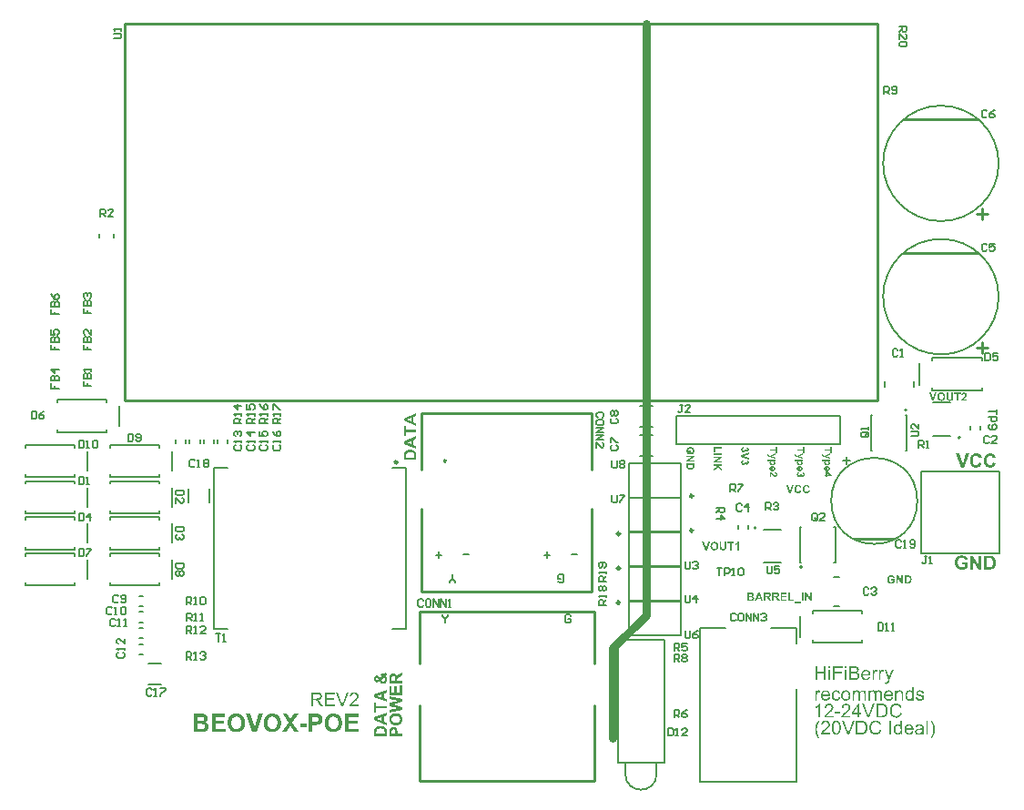
<source format=gto>
G04*
G04 #@! TF.GenerationSoftware,Altium Limited,Altium Designer,21.9.2 (33)*
G04*
G04 Layer_Color=65535*
%FSLAX25Y25*%
%MOIN*%
G70*
G04*
G04 #@! TF.SameCoordinates,7D1D80C0-A4A2-4293-B872-F3C3C3D81CEA*
G04*
G04*
G04 #@! TF.FilePolarity,Positive*
G04*
G01*
G75*
%ADD10C,0.00787*%
%ADD11C,0.00500*%
%ADD12C,0.00600*%
%ADD13C,0.01000*%
%ADD14C,0.00984*%
%ADD15C,0.03150*%
%ADD16C,0.00591*%
G36*
X121333Y13780D02*
X120645D01*
X118694Y18817D01*
X119419D01*
X120726Y15155D01*
X120729Y15152D01*
X120733Y15137D01*
X120740Y15112D01*
X120751Y15079D01*
X120766Y15043D01*
X120780Y14995D01*
X120798Y14944D01*
X120820Y14886D01*
X120838Y14824D01*
X120860Y14759D01*
X120904Y14620D01*
X120951Y14475D01*
X120991Y14329D01*
Y14333D01*
X120995Y14347D01*
X121002Y14369D01*
X121013Y14398D01*
X121024Y14438D01*
X121035Y14482D01*
X121053Y14533D01*
X121068Y14588D01*
X121089Y14646D01*
X121108Y14711D01*
X121133Y14781D01*
X121155Y14850D01*
X121206Y15003D01*
X121264Y15155D01*
X122626Y18817D01*
X123306D01*
X121333Y13780D01*
D02*
G37*
G36*
X125392Y18832D02*
X125443Y18828D01*
X125505Y18825D01*
X125574Y18814D01*
X125654Y18803D01*
X125738Y18785D01*
X125829Y18763D01*
X125920Y18737D01*
X126018Y18704D01*
X126113Y18664D01*
X126207Y18617D01*
X126298Y18566D01*
X126386Y18504D01*
X126470Y18431D01*
X126473Y18428D01*
X126488Y18413D01*
X126509Y18391D01*
X126535Y18359D01*
X126568Y18322D01*
X126604Y18275D01*
X126644Y18220D01*
X126684Y18158D01*
X126721Y18089D01*
X126761Y18013D01*
X126797Y17929D01*
X126830Y17842D01*
X126855Y17747D01*
X126877Y17649D01*
X126892Y17543D01*
X126895Y17434D01*
Y17430D01*
Y17420D01*
Y17405D01*
Y17383D01*
X126892Y17354D01*
X126888Y17325D01*
X126884Y17289D01*
X126881Y17248D01*
X126866Y17157D01*
X126844Y17055D01*
X126812Y16950D01*
X126772Y16841D01*
Y16837D01*
X126764Y16826D01*
X126757Y16812D01*
X126746Y16790D01*
X126735Y16764D01*
X126717Y16732D01*
X126699Y16695D01*
X126673Y16655D01*
X126648Y16611D01*
X126619Y16564D01*
X126546Y16459D01*
X126506Y16404D01*
X126462Y16346D01*
X126411Y16287D01*
X126360Y16226D01*
X126357Y16222D01*
X126346Y16211D01*
X126331Y16193D01*
X126306Y16167D01*
X126273Y16135D01*
X126233Y16095D01*
X126189Y16047D01*
X126135Y15993D01*
X126073Y15934D01*
X126000Y15869D01*
X125924Y15796D01*
X125836Y15716D01*
X125742Y15632D01*
X125639Y15541D01*
X125527Y15443D01*
X125407Y15341D01*
X125399Y15337D01*
X125381Y15319D01*
X125356Y15297D01*
X125319Y15265D01*
X125272Y15228D01*
X125225Y15185D01*
X125170Y15137D01*
X125112Y15086D01*
X124988Y14981D01*
X124930Y14926D01*
X124872Y14875D01*
X124817Y14824D01*
X124770Y14781D01*
X124726Y14740D01*
X124693Y14704D01*
X124686Y14697D01*
X124668Y14675D01*
X124638Y14642D01*
X124602Y14602D01*
X124562Y14551D01*
X124518Y14497D01*
X124475Y14435D01*
X124435Y14373D01*
X126903D01*
Y13780D01*
X123576D01*
Y13783D01*
Y13791D01*
Y13801D01*
Y13816D01*
Y13838D01*
X123579Y13860D01*
X123583Y13918D01*
X123590Y13980D01*
X123601Y14052D01*
X123619Y14129D01*
X123645Y14205D01*
Y14209D01*
X123652Y14220D01*
X123659Y14238D01*
X123670Y14264D01*
X123681Y14296D01*
X123699Y14333D01*
X123721Y14373D01*
X123743Y14416D01*
X123769Y14468D01*
X123801Y14518D01*
X123871Y14631D01*
X123954Y14751D01*
X124053Y14875D01*
X124056Y14879D01*
X124067Y14890D01*
X124082Y14908D01*
X124103Y14933D01*
X124133Y14966D01*
X124169Y15003D01*
X124209Y15046D01*
X124260Y15094D01*
X124315Y15148D01*
X124373Y15206D01*
X124438Y15268D01*
X124511Y15337D01*
X124591Y15407D01*
X124675Y15479D01*
X124766Y15556D01*
X124861Y15636D01*
X124864Y15640D01*
X124872Y15643D01*
X124882Y15654D01*
X124897Y15665D01*
X124915Y15683D01*
X124937Y15701D01*
X124992Y15749D01*
X125061Y15803D01*
X125134Y15872D01*
X125217Y15945D01*
X125305Y16025D01*
X125399Y16109D01*
X125490Y16196D01*
X125585Y16284D01*
X125672Y16375D01*
X125760Y16462D01*
X125836Y16546D01*
X125909Y16630D01*
X125967Y16706D01*
X125971Y16710D01*
X125978Y16724D01*
X125993Y16746D01*
X126014Y16772D01*
X126036Y16808D01*
X126058Y16848D01*
X126087Y16895D01*
X126113Y16946D01*
X126138Y17001D01*
X126167Y17059D01*
X126215Y17187D01*
X126233Y17252D01*
X126247Y17318D01*
X126255Y17383D01*
X126258Y17449D01*
Y17452D01*
Y17467D01*
Y17485D01*
X126255Y17511D01*
X126251Y17543D01*
X126244Y17580D01*
X126236Y17620D01*
X126226Y17663D01*
X126211Y17711D01*
X126193Y17762D01*
X126171Y17813D01*
X126146Y17864D01*
X126116Y17918D01*
X126080Y17969D01*
X126040Y18020D01*
X125993Y18067D01*
X125989Y18071D01*
X125982Y18078D01*
X125967Y18089D01*
X125945Y18108D01*
X125920Y18126D01*
X125887Y18147D01*
X125851Y18173D01*
X125811Y18195D01*
X125763Y18220D01*
X125712Y18242D01*
X125654Y18264D01*
X125596Y18282D01*
X125530Y18300D01*
X125461Y18311D01*
X125388Y18319D01*
X125312Y18322D01*
X125268D01*
X125239Y18319D01*
X125199Y18315D01*
X125155Y18308D01*
X125108Y18300D01*
X125054Y18290D01*
X124999Y18275D01*
X124941Y18257D01*
X124882Y18235D01*
X124820Y18209D01*
X124762Y18177D01*
X124704Y18140D01*
X124646Y18100D01*
X124595Y18053D01*
X124591Y18049D01*
X124584Y18042D01*
X124569Y18024D01*
X124555Y18006D01*
X124533Y17976D01*
X124511Y17944D01*
X124486Y17904D01*
X124464Y17860D01*
X124438Y17813D01*
X124413Y17754D01*
X124391Y17696D01*
X124369Y17631D01*
X124355Y17558D01*
X124340Y17481D01*
X124333Y17401D01*
X124329Y17314D01*
X123692Y17379D01*
Y17383D01*
Y17387D01*
X123696Y17398D01*
Y17412D01*
X123699Y17449D01*
X123710Y17496D01*
X123721Y17554D01*
X123736Y17623D01*
X123754Y17700D01*
X123776Y17780D01*
X123805Y17867D01*
X123838Y17955D01*
X123878Y18046D01*
X123925Y18137D01*
X123976Y18224D01*
X124038Y18308D01*
X124103Y18388D01*
X124180Y18461D01*
X124183Y18464D01*
X124198Y18475D01*
X124224Y18497D01*
X124256Y18519D01*
X124300Y18548D01*
X124351Y18581D01*
X124413Y18613D01*
X124482Y18650D01*
X124562Y18683D01*
X124646Y18715D01*
X124741Y18748D01*
X124842Y18777D01*
X124952Y18803D01*
X125068Y18821D01*
X125192Y18832D01*
X125323Y18835D01*
X125356D01*
X125392Y18832D01*
D02*
G37*
G36*
X118174Y18224D02*
X115200D01*
Y16681D01*
X117985D01*
Y16087D01*
X115200D01*
Y14373D01*
X118290D01*
Y13780D01*
X114534D01*
Y18817D01*
X118174D01*
Y18224D01*
D02*
G37*
G36*
X111789Y18814D02*
X111848D01*
X111913Y18810D01*
X111982Y18806D01*
X112062Y18799D01*
X112142Y18792D01*
X112226Y18785D01*
X112397Y18759D01*
X112477Y18744D01*
X112557Y18726D01*
X112634Y18704D01*
X112703Y18679D01*
X112707D01*
X112717Y18672D01*
X112736Y18664D01*
X112761Y18654D01*
X112790Y18639D01*
X112823Y18617D01*
X112863Y18595D01*
X112903Y18570D01*
X112947Y18537D01*
X112994Y18504D01*
X113041Y18464D01*
X113089Y18420D01*
X113133Y18370D01*
X113180Y18319D01*
X113224Y18260D01*
X113263Y18199D01*
X113267Y18195D01*
X113275Y18184D01*
X113282Y18166D01*
X113296Y18140D01*
X113311Y18108D01*
X113329Y18067D01*
X113351Y18024D01*
X113369Y17976D01*
X113387Y17922D01*
X113409Y17864D01*
X113427Y17802D01*
X113442Y17736D01*
X113456Y17667D01*
X113467Y17594D01*
X113471Y17518D01*
X113475Y17441D01*
Y17434D01*
Y17420D01*
X113471Y17390D01*
Y17350D01*
X113464Y17307D01*
X113456Y17252D01*
X113445Y17194D01*
X113431Y17128D01*
X113413Y17059D01*
X113391Y16986D01*
X113362Y16910D01*
X113329Y16834D01*
X113289Y16757D01*
X113242Y16684D01*
X113187Y16608D01*
X113125Y16539D01*
X113122Y16535D01*
X113111Y16524D01*
X113089Y16506D01*
X113060Y16480D01*
X113023Y16451D01*
X112976Y16419D01*
X112925Y16382D01*
X112863Y16342D01*
X112790Y16302D01*
X112714Y16262D01*
X112623Y16226D01*
X112528Y16186D01*
X112423Y16153D01*
X112310Y16120D01*
X112186Y16095D01*
X112055Y16073D01*
X112059D01*
X112066Y16066D01*
X112081Y16062D01*
X112099Y16051D01*
X112121Y16040D01*
X112146Y16025D01*
X112204Y15993D01*
X112270Y15956D01*
X112335Y15913D01*
X112397Y15869D01*
X112455Y15822D01*
X112459Y15818D01*
X112470Y15811D01*
X112485Y15792D01*
X112506Y15774D01*
X112532Y15745D01*
X112561Y15716D01*
X112597Y15680D01*
X112634Y15636D01*
X112674Y15589D01*
X112717Y15538D01*
X112765Y15483D01*
X112812Y15425D01*
X112859Y15359D01*
X112910Y15294D01*
X113009Y15148D01*
X113879Y13780D01*
X113045D01*
X112379Y14828D01*
X112375Y14831D01*
X112364Y14846D01*
X112350Y14872D01*
X112332Y14901D01*
X112306Y14941D01*
X112277Y14984D01*
X112244Y15032D01*
X112212Y15083D01*
X112135Y15195D01*
X112055Y15312D01*
X111975Y15421D01*
X111935Y15472D01*
X111899Y15519D01*
X111895Y15523D01*
X111891Y15530D01*
X111880Y15541D01*
X111866Y15560D01*
X111829Y15603D01*
X111786Y15654D01*
X111731Y15709D01*
X111677Y15767D01*
X111618Y15818D01*
X111560Y15858D01*
X111553Y15862D01*
X111535Y15872D01*
X111505Y15891D01*
X111465Y15909D01*
X111422Y15931D01*
X111371Y15956D01*
X111316Y15974D01*
X111258Y15993D01*
X111254D01*
X111236Y15996D01*
X111207Y16000D01*
X111170Y16007D01*
X111120Y16011D01*
X111054Y16014D01*
X110978Y16018D01*
X110115D01*
Y13780D01*
X109449D01*
Y18817D01*
X111746D01*
X111789Y18814D01*
D02*
G37*
G36*
X102715Y7855D02*
X104971Y4444D01*
X103382D01*
X101930Y6658D01*
X100473Y4444D01*
X98889D01*
X101154Y7850D01*
X99097Y10991D01*
X100644D01*
X101939Y9028D01*
X103240Y10991D01*
X104773D01*
X102715Y7855D01*
D02*
G37*
G36*
X107966Y6190D02*
X105501D01*
Y7443D01*
X107966D01*
Y6190D01*
D02*
G37*
G36*
X89438Y4444D02*
X88014D01*
X85678Y10991D01*
X87106D01*
X88766Y6147D01*
X90365Y10991D01*
X91770D01*
X89438Y4444D01*
D02*
G37*
G36*
X126762Y9884D02*
X123229D01*
Y8432D01*
X126517D01*
Y7325D01*
X123229D01*
Y5551D01*
X126885D01*
Y4444D01*
X121909D01*
Y10991D01*
X126762D01*
Y9884D01*
D02*
G37*
G36*
X111106Y10986D02*
X111215D01*
X111333Y10981D01*
X111461Y10976D01*
X111726Y10967D01*
X111858Y10958D01*
X111986Y10948D01*
X112104Y10938D01*
X112213Y10924D01*
X112308Y10910D01*
X112346Y10901D01*
X112383Y10891D01*
X112388D01*
X112407Y10882D01*
X112440Y10872D01*
X112478Y10863D01*
X112525Y10844D01*
X112582Y10820D01*
X112644Y10792D01*
X112714Y10754D01*
X112785Y10716D01*
X112861Y10669D01*
X112937Y10617D01*
X113017Y10560D01*
X113098Y10494D01*
X113178Y10418D01*
X113254Y10338D01*
X113325Y10248D01*
X113329Y10243D01*
X113344Y10224D01*
X113362Y10196D01*
X113386Y10158D01*
X113415Y10111D01*
X113448Y10049D01*
X113481Y9983D01*
X113519Y9903D01*
X113552Y9817D01*
X113585Y9723D01*
X113618Y9619D01*
X113646Y9505D01*
X113675Y9382D01*
X113693Y9255D01*
X113703Y9117D01*
X113708Y8976D01*
Y8971D01*
Y8947D01*
Y8919D01*
X113703Y8876D01*
Y8824D01*
X113698Y8763D01*
X113689Y8697D01*
X113679Y8621D01*
X113670Y8545D01*
X113656Y8460D01*
X113613Y8290D01*
X113561Y8119D01*
X113523Y8039D01*
X113485Y7959D01*
X113481Y7954D01*
X113476Y7940D01*
X113462Y7921D01*
X113448Y7892D01*
X113424Y7859D01*
X113400Y7817D01*
X113334Y7727D01*
X113254Y7623D01*
X113159Y7514D01*
X113050Y7410D01*
X112932Y7315D01*
X112927Y7311D01*
X112918Y7306D01*
X112899Y7292D01*
X112875Y7277D01*
X112842Y7259D01*
X112809Y7235D01*
X112767Y7211D01*
X112719Y7188D01*
X112615Y7136D01*
X112502Y7084D01*
X112379Y7036D01*
X112246Y7003D01*
X112241D01*
X112223Y6998D01*
X112199Y6994D01*
X112156Y6989D01*
X112109Y6984D01*
X112048Y6975D01*
X111981Y6965D01*
X111896Y6961D01*
X111806Y6951D01*
X111707Y6942D01*
X111593Y6932D01*
X111470Y6927D01*
X111338Y6923D01*
X111196Y6918D01*
X111040Y6913D01*
X110018D01*
Y4444D01*
X108699D01*
Y10991D01*
X111007D01*
X111106Y10986D01*
D02*
G37*
G36*
X77987Y9884D02*
X74453D01*
Y8432D01*
X77741D01*
Y7325D01*
X74453D01*
Y5551D01*
X78110D01*
Y4444D01*
X73134D01*
Y10991D01*
X77987D01*
Y9884D01*
D02*
G37*
G36*
X69416Y10986D02*
X69496D01*
X69586Y10981D01*
X69775Y10976D01*
X69965Y10962D01*
X70059Y10957D01*
X70149Y10948D01*
X70230Y10934D01*
X70305Y10924D01*
X70310D01*
X70324Y10920D01*
X70343Y10915D01*
X70372Y10910D01*
X70405Y10901D01*
X70442Y10891D01*
X70485Y10882D01*
X70537Y10868D01*
X70641Y10830D01*
X70755Y10782D01*
X70873Y10721D01*
X70991Y10650D01*
X70996D01*
X71005Y10640D01*
X71020Y10631D01*
X71043Y10612D01*
X71095Y10570D01*
X71166Y10508D01*
X71246Y10428D01*
X71332Y10333D01*
X71412Y10229D01*
X71492Y10106D01*
X71497Y10101D01*
X71502Y10092D01*
X71511Y10073D01*
X71526Y10045D01*
X71540Y10016D01*
X71559Y9978D01*
X71578Y9931D01*
X71596Y9884D01*
X71615Y9827D01*
X71630Y9770D01*
X71663Y9638D01*
X71686Y9496D01*
X71696Y9420D01*
Y9340D01*
Y9335D01*
Y9321D01*
Y9297D01*
X71691Y9264D01*
X71686Y9222D01*
X71682Y9174D01*
X71677Y9122D01*
X71663Y9061D01*
X71634Y8933D01*
X71592Y8791D01*
X71563Y8720D01*
X71530Y8644D01*
X71488Y8569D01*
X71445Y8498D01*
X71440Y8493D01*
X71436Y8479D01*
X71421Y8460D01*
X71403Y8436D01*
X71374Y8403D01*
X71346Y8365D01*
X71308Y8328D01*
X71270Y8280D01*
X71223Y8238D01*
X71176Y8190D01*
X71062Y8091D01*
X70930Y8001D01*
X70778Y7921D01*
X70783D01*
X70807Y7911D01*
X70835Y7902D01*
X70878Y7888D01*
X70925Y7869D01*
X70982Y7845D01*
X71048Y7817D01*
X71119Y7784D01*
X71190Y7746D01*
X71265Y7703D01*
X71341Y7651D01*
X71417Y7599D01*
X71492Y7542D01*
X71563Y7476D01*
X71634Y7405D01*
X71696Y7329D01*
X71701Y7325D01*
X71710Y7311D01*
X71724Y7287D01*
X71748Y7254D01*
X71772Y7216D01*
X71800Y7169D01*
X71828Y7112D01*
X71857Y7051D01*
X71885Y6979D01*
X71918Y6904D01*
X71942Y6823D01*
X71965Y6734D01*
X71989Y6644D01*
X72003Y6544D01*
X72013Y6445D01*
X72018Y6341D01*
Y6336D01*
Y6322D01*
Y6298D01*
X72013Y6265D01*
Y6223D01*
X72008Y6180D01*
X71999Y6123D01*
X71994Y6067D01*
X71980Y6000D01*
X71965Y5934D01*
X71928Y5788D01*
X71880Y5632D01*
X71847Y5551D01*
X71809Y5471D01*
Y5466D01*
X71800Y5452D01*
X71786Y5428D01*
X71772Y5400D01*
X71753Y5367D01*
X71724Y5324D01*
X71663Y5229D01*
X71578Y5121D01*
X71483Y5007D01*
X71369Y4898D01*
X71242Y4794D01*
X71237Y4789D01*
X71228Y4785D01*
X71204Y4771D01*
X71176Y4756D01*
X71142Y4733D01*
X71100Y4714D01*
X71053Y4685D01*
X70996Y4662D01*
X70934Y4633D01*
X70868Y4610D01*
X70792Y4581D01*
X70717Y4558D01*
X70632Y4534D01*
X70542Y4515D01*
X70353Y4487D01*
X70338D01*
X70315Y4482D01*
X70282D01*
X70239Y4477D01*
X70182Y4473D01*
X70116D01*
X70031Y4468D01*
X69932Y4463D01*
X69818Y4458D01*
X69690D01*
X69544Y4454D01*
X69463D01*
X69378Y4449D01*
X69189D01*
X69090Y4444D01*
X66535D01*
Y10991D01*
X69345D01*
X69416Y10986D01*
D02*
G37*
G36*
X117790Y11095D02*
X117827D01*
X117875Y11090D01*
X117932Y11085D01*
X117988Y11080D01*
X118055Y11071D01*
X118121Y11062D01*
X118196Y11052D01*
X118353Y11024D01*
X118523Y10986D01*
X118703Y10938D01*
X118892Y10882D01*
X119086Y10806D01*
X119280Y10721D01*
X119469Y10617D01*
X119658Y10499D01*
X119748Y10432D01*
X119838Y10357D01*
X119923Y10281D01*
X120008Y10201D01*
X120013Y10196D01*
X120018Y10191D01*
X120032Y10177D01*
X120046Y10158D01*
X120065Y10134D01*
X120089Y10106D01*
X120117Y10073D01*
X120145Y10035D01*
X120178Y9992D01*
X120212Y9945D01*
X120245Y9888D01*
X120282Y9832D01*
X120320Y9770D01*
X120363Y9699D01*
X120401Y9628D01*
X120443Y9553D01*
X120524Y9382D01*
X120604Y9198D01*
X120675Y8990D01*
X120741Y8767D01*
X120798Y8526D01*
X120841Y8271D01*
X120869Y7997D01*
X120878Y7850D01*
Y7703D01*
Y7699D01*
Y7684D01*
Y7665D01*
Y7632D01*
X120874Y7594D01*
Y7552D01*
X120869Y7500D01*
X120864Y7443D01*
X120860Y7377D01*
X120850Y7311D01*
X120845Y7235D01*
X120831Y7154D01*
X120807Y6984D01*
X120770Y6800D01*
X120722Y6606D01*
X120666Y6402D01*
X120599Y6194D01*
X120514Y5991D01*
X120415Y5788D01*
X120297Y5589D01*
X120235Y5494D01*
X120164Y5400D01*
X120093Y5310D01*
X120013Y5225D01*
X120008Y5220D01*
X120003Y5215D01*
X119989Y5201D01*
X119975Y5187D01*
X119951Y5168D01*
X119923Y5144D01*
X119895Y5116D01*
X119857Y5088D01*
X119772Y5017D01*
X119663Y4941D01*
X119540Y4860D01*
X119403Y4780D01*
X119247Y4695D01*
X119071Y4614D01*
X118882Y4539D01*
X118679Y4473D01*
X118457Y4411D01*
X118225Y4369D01*
X117974Y4340D01*
X117842Y4335D01*
X117709Y4331D01*
X117643D01*
X117610Y4335D01*
X117567D01*
X117520Y4340D01*
X117468Y4345D01*
X117407Y4350D01*
X117345Y4359D01*
X117274Y4369D01*
X117203Y4378D01*
X117042Y4406D01*
X116872Y4444D01*
X116688Y4487D01*
X116498Y4548D01*
X116309Y4619D01*
X116115Y4704D01*
X115921Y4808D01*
X115732Y4927D01*
X115642Y4993D01*
X115557Y5064D01*
X115467Y5139D01*
X115387Y5220D01*
Y5225D01*
X115377Y5229D01*
X115368Y5244D01*
X115349Y5263D01*
X115330Y5286D01*
X115306Y5315D01*
X115283Y5348D01*
X115254Y5385D01*
X115221Y5428D01*
X115188Y5475D01*
X115150Y5527D01*
X115112Y5584D01*
X115075Y5646D01*
X115037Y5712D01*
X114956Y5858D01*
X114876Y6024D01*
X114800Y6208D01*
X114725Y6412D01*
X114658Y6629D01*
X114606Y6866D01*
X114564Y7121D01*
X114535Y7391D01*
X114531Y7528D01*
X114526Y7675D01*
Y7680D01*
Y7684D01*
Y7699D01*
Y7717D01*
Y7741D01*
Y7769D01*
X114531Y7840D01*
X114535Y7925D01*
X114540Y8025D01*
X114550Y8138D01*
X114564Y8257D01*
X114578Y8389D01*
X114597Y8522D01*
X114625Y8663D01*
X114654Y8801D01*
X114687Y8942D01*
X114725Y9084D01*
X114772Y9217D01*
X114824Y9349D01*
X114829Y9354D01*
X114833Y9373D01*
X114848Y9397D01*
X114867Y9434D01*
X114885Y9477D01*
X114914Y9529D01*
X114947Y9586D01*
X114985Y9652D01*
X115070Y9789D01*
X115174Y9940D01*
X115292Y10097D01*
X115429Y10248D01*
X115434Y10253D01*
X115448Y10267D01*
X115467Y10286D01*
X115496Y10314D01*
X115533Y10347D01*
X115576Y10385D01*
X115628Y10428D01*
X115680Y10470D01*
X115742Y10518D01*
X115808Y10565D01*
X115954Y10664D01*
X116111Y10759D01*
X116196Y10801D01*
X116281Y10839D01*
X116290Y10844D01*
X116309Y10849D01*
X116342Y10863D01*
X116390Y10882D01*
X116446Y10901D01*
X116517Y10920D01*
X116598Y10943D01*
X116688Y10972D01*
X116787Y10995D01*
X116891Y11019D01*
X117009Y11038D01*
X117132Y11057D01*
X117265Y11076D01*
X117402Y11090D01*
X117544Y11095D01*
X117690Y11099D01*
X117757D01*
X117790Y11095D01*
D02*
G37*
G36*
X95436D02*
X95474D01*
X95521Y11090D01*
X95578Y11085D01*
X95634Y11080D01*
X95701Y11071D01*
X95767Y11062D01*
X95842Y11052D01*
X95999Y11024D01*
X96169Y10986D01*
X96349Y10938D01*
X96538Y10882D01*
X96732Y10806D01*
X96926Y10721D01*
X97115Y10617D01*
X97304Y10499D01*
X97394Y10432D01*
X97484Y10357D01*
X97569Y10281D01*
X97654Y10201D01*
X97659Y10196D01*
X97664Y10191D01*
X97678Y10177D01*
X97692Y10158D01*
X97711Y10134D01*
X97734Y10106D01*
X97763Y10073D01*
X97791Y10035D01*
X97824Y9992D01*
X97857Y9945D01*
X97891Y9888D01*
X97928Y9832D01*
X97966Y9770D01*
X98009Y9699D01*
X98047Y9628D01*
X98089Y9553D01*
X98170Y9382D01*
X98250Y9198D01*
X98321Y8990D01*
X98387Y8767D01*
X98444Y8526D01*
X98487Y8271D01*
X98515Y7997D01*
X98524Y7850D01*
Y7703D01*
Y7699D01*
Y7684D01*
Y7665D01*
Y7632D01*
X98520Y7594D01*
Y7552D01*
X98515Y7500D01*
X98510Y7443D01*
X98506Y7377D01*
X98496Y7311D01*
X98491Y7235D01*
X98477Y7154D01*
X98453Y6984D01*
X98416Y6800D01*
X98368Y6606D01*
X98312Y6402D01*
X98245Y6194D01*
X98160Y5991D01*
X98061Y5788D01*
X97943Y5589D01*
X97881Y5494D01*
X97810Y5400D01*
X97739Y5310D01*
X97659Y5225D01*
X97654Y5220D01*
X97649Y5215D01*
X97635Y5201D01*
X97621Y5187D01*
X97597Y5168D01*
X97569Y5144D01*
X97541Y5116D01*
X97503Y5088D01*
X97418Y5017D01*
X97309Y4941D01*
X97186Y4860D01*
X97049Y4780D01*
X96893Y4695D01*
X96718Y4614D01*
X96528Y4539D01*
X96325Y4473D01*
X96103Y4411D01*
X95871Y4369D01*
X95620Y4340D01*
X95488Y4335D01*
X95355Y4331D01*
X95289D01*
X95256Y4335D01*
X95213D01*
X95166Y4340D01*
X95114Y4345D01*
X95053Y4350D01*
X94991Y4359D01*
X94920Y4369D01*
X94849Y4378D01*
X94688Y4406D01*
X94518Y4444D01*
X94334Y4487D01*
X94144Y4548D01*
X93955Y4619D01*
X93761Y4704D01*
X93567Y4808D01*
X93378Y4927D01*
X93288Y4993D01*
X93203Y5064D01*
X93113Y5139D01*
X93033Y5220D01*
Y5225D01*
X93023Y5229D01*
X93014Y5244D01*
X92995Y5263D01*
X92976Y5286D01*
X92953Y5314D01*
X92929Y5348D01*
X92901Y5385D01*
X92867Y5428D01*
X92834Y5475D01*
X92796Y5527D01*
X92759Y5584D01*
X92721Y5646D01*
X92683Y5712D01*
X92602Y5858D01*
X92522Y6024D01*
X92446Y6208D01*
X92371Y6412D01*
X92304Y6629D01*
X92252Y6866D01*
X92210Y7121D01*
X92181Y7391D01*
X92177Y7528D01*
X92172Y7675D01*
Y7680D01*
Y7684D01*
Y7699D01*
Y7717D01*
Y7741D01*
Y7769D01*
X92177Y7840D01*
X92181Y7925D01*
X92186Y8025D01*
X92196Y8138D01*
X92210Y8257D01*
X92224Y8389D01*
X92243Y8522D01*
X92271Y8663D01*
X92300Y8801D01*
X92333Y8942D01*
X92371Y9084D01*
X92418Y9217D01*
X92470Y9349D01*
X92475Y9354D01*
X92479Y9373D01*
X92494Y9397D01*
X92513Y9434D01*
X92532Y9477D01*
X92560Y9529D01*
X92593Y9586D01*
X92631Y9652D01*
X92716Y9789D01*
X92820Y9940D01*
X92938Y10097D01*
X93076Y10248D01*
X93080Y10253D01*
X93094Y10267D01*
X93113Y10286D01*
X93142Y10314D01*
X93180Y10347D01*
X93222Y10385D01*
X93274Y10428D01*
X93326Y10470D01*
X93388Y10518D01*
X93454Y10565D01*
X93600Y10664D01*
X93757Y10759D01*
X93842Y10801D01*
X93927Y10839D01*
X93936Y10844D01*
X93955Y10849D01*
X93988Y10863D01*
X94036Y10882D01*
X94092Y10901D01*
X94163Y10920D01*
X94244Y10943D01*
X94334Y10972D01*
X94433Y10995D01*
X94537Y11019D01*
X94655Y11038D01*
X94778Y11057D01*
X94911Y11076D01*
X95048Y11090D01*
X95190Y11095D01*
X95336Y11099D01*
X95403D01*
X95436Y11095D01*
D02*
G37*
G36*
X82225Y11095D02*
X82263D01*
X82310Y11090D01*
X82367Y11085D01*
X82424Y11080D01*
X82490Y11071D01*
X82556Y11062D01*
X82632Y11052D01*
X82788Y11024D01*
X82958Y10986D01*
X83138Y10938D01*
X83327Y10882D01*
X83521Y10806D01*
X83715Y10721D01*
X83904Y10617D01*
X84093Y10499D01*
X84183Y10432D01*
X84273Y10357D01*
X84358Y10281D01*
X84443Y10201D01*
X84448Y10196D01*
X84453Y10191D01*
X84467Y10177D01*
X84481Y10158D01*
X84500Y10134D01*
X84524Y10106D01*
X84552Y10073D01*
X84580Y10035D01*
X84614Y9992D01*
X84647Y9945D01*
X84680Y9888D01*
X84718Y9832D01*
X84755Y9770D01*
X84798Y9699D01*
X84836Y9628D01*
X84878Y9553D01*
X84959Y9382D01*
X85039Y9198D01*
X85110Y8990D01*
X85176Y8767D01*
X85233Y8526D01*
X85276Y8271D01*
X85304Y7997D01*
X85313Y7850D01*
Y7703D01*
Y7699D01*
Y7684D01*
Y7665D01*
Y7632D01*
X85309Y7594D01*
Y7552D01*
X85304Y7500D01*
X85299Y7443D01*
X85295Y7377D01*
X85285Y7311D01*
X85280Y7235D01*
X85266Y7154D01*
X85243Y6984D01*
X85205Y6800D01*
X85157Y6606D01*
X85101Y6402D01*
X85035Y6194D01*
X84949Y5991D01*
X84850Y5788D01*
X84732Y5589D01*
X84670Y5494D01*
X84599Y5400D01*
X84528Y5310D01*
X84448Y5225D01*
X84443Y5220D01*
X84439Y5215D01*
X84424Y5201D01*
X84410Y5187D01*
X84386Y5168D01*
X84358Y5144D01*
X84330Y5116D01*
X84292Y5088D01*
X84207Y5017D01*
X84098Y4941D01*
X83975Y4860D01*
X83838Y4780D01*
X83682Y4695D01*
X83507Y4614D01*
X83318Y4539D01*
X83114Y4473D01*
X82892Y4411D01*
X82660Y4369D01*
X82409Y4340D01*
X82277Y4335D01*
X82144Y4331D01*
X82078D01*
X82045Y4335D01*
X82003D01*
X81955Y4340D01*
X81903Y4345D01*
X81842Y4350D01*
X81780Y4359D01*
X81709Y4369D01*
X81638Y4378D01*
X81477Y4406D01*
X81307Y4444D01*
X81123Y4487D01*
X80934Y4548D01*
X80744Y4619D01*
X80550Y4704D01*
X80357Y4808D01*
X80167Y4927D01*
X80077Y4993D01*
X79992Y5064D01*
X79902Y5139D01*
X79822Y5220D01*
Y5225D01*
X79813Y5229D01*
X79803Y5244D01*
X79784Y5263D01*
X79765Y5286D01*
X79742Y5314D01*
X79718Y5348D01*
X79690Y5385D01*
X79656Y5428D01*
X79623Y5475D01*
X79585Y5527D01*
X79548Y5584D01*
X79510Y5646D01*
X79472Y5712D01*
X79392Y5858D01*
X79311Y6024D01*
X79236Y6208D01*
X79160Y6412D01*
X79094Y6629D01*
X79041Y6866D01*
X78999Y7121D01*
X78971Y7391D01*
X78966Y7528D01*
X78961Y7675D01*
Y7680D01*
Y7684D01*
Y7699D01*
Y7717D01*
Y7741D01*
Y7769D01*
X78966Y7840D01*
X78971Y7925D01*
X78975Y8025D01*
X78985Y8138D01*
X78999Y8257D01*
X79013Y8389D01*
X79032Y8522D01*
X79061Y8663D01*
X79089Y8801D01*
X79122Y8942D01*
X79160Y9084D01*
X79207Y9217D01*
X79259Y9349D01*
X79264Y9354D01*
X79269Y9373D01*
X79283Y9397D01*
X79302Y9434D01*
X79321Y9477D01*
X79349Y9529D01*
X79382Y9586D01*
X79420Y9652D01*
X79505Y9789D01*
X79609Y9940D01*
X79727Y10097D01*
X79865Y10248D01*
X79869Y10253D01*
X79883Y10267D01*
X79902Y10286D01*
X79931Y10314D01*
X79969Y10347D01*
X80011Y10385D01*
X80063Y10428D01*
X80115Y10470D01*
X80177Y10518D01*
X80243Y10565D01*
X80390Y10664D01*
X80546Y10759D01*
X80631Y10801D01*
X80716Y10839D01*
X80725Y10844D01*
X80744Y10849D01*
X80778Y10863D01*
X80825Y10882D01*
X80882Y10901D01*
X80953Y10920D01*
X81033Y10943D01*
X81123Y10972D01*
X81222Y10995D01*
X81326Y11019D01*
X81444Y11038D01*
X81567Y11057D01*
X81700Y11076D01*
X81837Y11090D01*
X81979Y11095D01*
X82126Y11099D01*
X82192D01*
X82225Y11095D01*
D02*
G37*
G36*
X322025Y61779D02*
X322042D01*
X322062Y61777D01*
X322110Y61774D01*
X322164Y61768D01*
X322225Y61761D01*
X322291Y61751D01*
X322358Y61740D01*
X322430Y61722D01*
X322504Y61705D01*
X322576Y61681D01*
X322648Y61655D01*
X322718Y61622D01*
X322785Y61585D01*
X322847Y61543D01*
X322851Y61541D01*
X322860Y61532D01*
X322877Y61519D01*
X322897Y61500D01*
X322923Y61476D01*
X322951Y61448D01*
X322984Y61413D01*
X323017Y61373D01*
X323051Y61330D01*
X323084Y61282D01*
X323119Y61227D01*
X323152Y61171D01*
X323182Y61107D01*
X323211Y61040D01*
X323235Y60970D01*
X323254Y60894D01*
X322650Y60780D01*
Y60783D01*
X322648Y60789D01*
X322644Y60802D01*
X322637Y60817D01*
X322631Y60835D01*
X322620Y60857D01*
X322609Y60881D01*
X322596Y60907D01*
X322581Y60933D01*
X322563Y60961D01*
X322543Y60992D01*
X322522Y61020D01*
X322496Y61049D01*
X322469Y61077D01*
X322441Y61105D01*
X322408Y61129D01*
X322406Y61131D01*
X322400Y61136D01*
X322391Y61142D01*
X322378Y61149D01*
X322360Y61160D01*
X322339Y61171D01*
X322315Y61181D01*
X322288Y61195D01*
X322258Y61208D01*
X322225Y61219D01*
X322188Y61229D01*
X322149Y61240D01*
X322110Y61247D01*
X322064Y61253D01*
X322018Y61258D01*
X321970Y61260D01*
X321953D01*
X321931Y61258D01*
X321905Y61256D01*
X321870Y61251D01*
X321831Y61247D01*
X321789Y61238D01*
X321741Y61227D01*
X321691Y61214D01*
X321641Y61197D01*
X321586Y61177D01*
X321534Y61153D01*
X321482Y61123D01*
X321432Y61090D01*
X321381Y61051D01*
X321336Y61005D01*
X321334Y61003D01*
X321325Y60994D01*
X321314Y60979D01*
X321299Y60957D01*
X321281Y60931D01*
X321262Y60898D01*
X321240Y60861D01*
X321218Y60817D01*
X321196Y60767D01*
X321174Y60711D01*
X321155Y60650D01*
X321137Y60582D01*
X321122Y60508D01*
X321111Y60429D01*
X321102Y60344D01*
X321100Y60255D01*
Y60253D01*
Y60249D01*
Y60242D01*
Y60231D01*
Y60218D01*
X321102Y60205D01*
Y60187D01*
X321105Y60168D01*
X321107Y60122D01*
X321113Y60072D01*
X321120Y60015D01*
X321131Y59954D01*
X321142Y59889D01*
X321159Y59823D01*
X321177Y59756D01*
X321201Y59690D01*
X321227Y59625D01*
X321259Y59562D01*
X321297Y59503D01*
X321338Y59451D01*
X321340Y59448D01*
X321349Y59440D01*
X321362Y59427D01*
X321381Y59409D01*
X321406Y59390D01*
X321434Y59366D01*
X321469Y59342D01*
X321506Y59318D01*
X321549Y59291D01*
X321595Y59267D01*
X321648Y59246D01*
X321704Y59224D01*
X321763Y59206D01*
X321826Y59193D01*
X321894Y59185D01*
X321964Y59182D01*
X321983D01*
X321996Y59185D01*
X322014D01*
X322036Y59187D01*
X322057Y59189D01*
X322083Y59191D01*
X322112Y59196D01*
X322142Y59200D01*
X322205Y59213D01*
X322275Y59233D01*
X322347Y59257D01*
X322349D01*
X322356Y59261D01*
X322367Y59263D01*
X322380Y59270D01*
X322395Y59276D01*
X322415Y59285D01*
X322437Y59296D01*
X322461Y59307D01*
X322513Y59333D01*
X322567Y59363D01*
X322624Y59398D01*
X322679Y59438D01*
Y59821D01*
X321981D01*
Y60331D01*
X323293D01*
Y59128D01*
X323291Y59126D01*
X323285Y59119D01*
X323274Y59110D01*
X323258Y59097D01*
X323239Y59080D01*
X323213Y59062D01*
X323184Y59041D01*
X323152Y59017D01*
X323115Y58993D01*
X323073Y58967D01*
X323027Y58941D01*
X322977Y58912D01*
X322925Y58884D01*
X322866Y58855D01*
X322803Y58827D01*
X322738Y58801D01*
X322733Y58799D01*
X322722Y58794D01*
X322703Y58788D01*
X322674Y58779D01*
X322641Y58768D01*
X322602Y58757D01*
X322559Y58744D01*
X322511Y58731D01*
X322456Y58718D01*
X322400Y58705D01*
X322339Y58694D01*
X322275Y58683D01*
X322210Y58675D01*
X322142Y58668D01*
X322073Y58664D01*
X322003Y58661D01*
X321970D01*
X321957Y58664D01*
X321924D01*
X321883Y58668D01*
X321835Y58672D01*
X321780Y58679D01*
X321722Y58685D01*
X321658Y58696D01*
X321593Y58709D01*
X321525Y58727D01*
X321456Y58744D01*
X321384Y58768D01*
X321314Y58794D01*
X321244Y58825D01*
X321177Y58860D01*
X321172Y58862D01*
X321161Y58868D01*
X321144Y58882D01*
X321120Y58897D01*
X321089Y58916D01*
X321057Y58943D01*
X321020Y58971D01*
X320978Y59006D01*
X320937Y59043D01*
X320893Y59084D01*
X320850Y59132D01*
X320806Y59182D01*
X320762Y59237D01*
X320723Y59296D01*
X320684Y59359D01*
X320649Y59427D01*
X320647Y59431D01*
X320642Y59444D01*
X320634Y59464D01*
X320621Y59492D01*
X320608Y59527D01*
X320592Y59566D01*
X320577Y59614D01*
X320562Y59666D01*
X320544Y59723D01*
X320529Y59786D01*
X320514Y59852D01*
X320501Y59921D01*
X320490Y59996D01*
X320481Y60072D01*
X320475Y60150D01*
X320472Y60231D01*
Y60233D01*
Y60235D01*
Y60244D01*
Y60253D01*
Y60264D01*
X320475Y60277D01*
Y60309D01*
X320479Y60351D01*
X320483Y60399D01*
X320490Y60453D01*
X320496Y60512D01*
X320507Y60575D01*
X320520Y60643D01*
X320536Y60713D01*
X320555Y60783D01*
X320577Y60855D01*
X320603Y60926D01*
X320634Y60998D01*
X320669Y61068D01*
X320671Y61072D01*
X320677Y61083D01*
X320690Y61103D01*
X320706Y61129D01*
X320725Y61160D01*
X320752Y61195D01*
X320782Y61234D01*
X320815Y61275D01*
X320854Y61321D01*
X320898Y61367D01*
X320943Y61413D01*
X320996Y61461D01*
X321052Y61506D01*
X321113Y61550D01*
X321177Y61591D01*
X321246Y61631D01*
X321251Y61633D01*
X321259Y61637D01*
X321277Y61644D01*
X321299Y61655D01*
X321327Y61665D01*
X321362Y61678D01*
X321401Y61692D01*
X321445Y61707D01*
X321495Y61720D01*
X321551Y61733D01*
X321610Y61746D01*
X321674Y61757D01*
X321741Y61768D01*
X321815Y61774D01*
X321892Y61779D01*
X321970Y61781D01*
X322007D01*
X322025Y61779D01*
D02*
G37*
G36*
X326254Y58714D02*
X325643D01*
X324425Y60689D01*
Y58714D01*
X323860D01*
Y61731D01*
X324451D01*
X325689Y59710D01*
Y61731D01*
X326254D01*
Y58714D01*
D02*
G37*
G36*
X328102Y61729D02*
X328139D01*
X328179Y61726D01*
X328222Y61724D01*
X328268Y61720D01*
X328314Y61716D01*
X328410Y61707D01*
X328456Y61700D01*
X328501Y61692D01*
X328543Y61683D01*
X328582Y61672D01*
X328584D01*
X328593Y61668D01*
X328608Y61663D01*
X328626Y61657D01*
X328650Y61648D01*
X328676Y61637D01*
X328706Y61624D01*
X328739Y61609D01*
X328774Y61589D01*
X328811Y61569D01*
X328848Y61546D01*
X328887Y61522D01*
X328924Y61493D01*
X328963Y61463D01*
X329001Y61430D01*
X329038Y61393D01*
X329040Y61391D01*
X329046Y61384D01*
X329055Y61373D01*
X329068Y61358D01*
X329086Y61339D01*
X329103Y61314D01*
X329123Y61288D01*
X329145Y61258D01*
X329169Y61223D01*
X329190Y61186D01*
X329214Y61147D01*
X329238Y61103D01*
X329262Y61057D01*
X329284Y61009D01*
X329306Y60957D01*
X329325Y60905D01*
X329328Y60903D01*
X329330Y60892D01*
X329334Y60876D01*
X329341Y60852D01*
X329349Y60824D01*
X329358Y60791D01*
X329367Y60752D01*
X329376Y60708D01*
X329384Y60658D01*
X329393Y60604D01*
X329402Y60545D01*
X329410Y60482D01*
X329417Y60416D01*
X329421Y60344D01*
X329426Y60270D01*
Y60192D01*
Y60187D01*
Y60174D01*
Y60155D01*
X329423Y60129D01*
Y60098D01*
X329421Y60059D01*
X329417Y60017D01*
X329415Y59972D01*
X329408Y59924D01*
X329404Y59871D01*
X329386Y59764D01*
X329363Y59655D01*
X329349Y59603D01*
X329332Y59551D01*
X329330Y59547D01*
X329328Y59536D01*
X329321Y59518D01*
X329310Y59496D01*
X329299Y59468D01*
X329286Y59435D01*
X329269Y59400D01*
X329249Y59361D01*
X329227Y59320D01*
X329203Y59276D01*
X329177Y59233D01*
X329149Y59187D01*
X329116Y59143D01*
X329083Y59100D01*
X329049Y59056D01*
X329009Y59017D01*
X329007Y59015D01*
X329003Y59010D01*
X328992Y59001D01*
X328981Y58991D01*
X328963Y58978D01*
X328944Y58964D01*
X328922Y58947D01*
X328896Y58930D01*
X328868Y58910D01*
X328835Y58890D01*
X328800Y58871D01*
X328763Y58851D01*
X328722Y58832D01*
X328678Y58812D01*
X328632Y58794D01*
X328582Y58777D01*
X328580D01*
X328573Y58775D01*
X328560Y58770D01*
X328545Y58768D01*
X328525Y58762D01*
X328499Y58757D01*
X328471Y58751D01*
X328438Y58746D01*
X328401Y58740D01*
X328362Y58733D01*
X328316Y58729D01*
X328268Y58725D01*
X328216Y58720D01*
X328161Y58716D01*
X328102Y58714D01*
X326897D01*
Y61731D01*
X328070D01*
X328102Y61729D01*
D02*
G37*
G36*
X148031Y120065D02*
X147002Y119671D01*
Y117854D01*
X148031Y117480D01*
Y116509D01*
X143492Y118271D01*
Y119245D01*
X148031Y121062D01*
Y120065D01*
D02*
G37*
G36*
X144260Y115040D02*
X148031D01*
Y114125D01*
X144260D01*
Y112777D01*
X143492D01*
Y116385D01*
X144260D01*
Y115040D01*
D02*
G37*
G36*
X148031Y111612D02*
X147002Y111219D01*
Y109402D01*
X148031Y109028D01*
Y108057D01*
X143492Y109818D01*
Y110792D01*
X148031Y112609D01*
Y111612D01*
D02*
G37*
G36*
X145903Y107739D02*
X145949D01*
X146008Y107735D01*
X146070Y107729D01*
X146139Y107725D01*
X146211Y107716D01*
X146290Y107709D01*
X146450Y107683D01*
X146615Y107647D01*
X146693Y107627D01*
X146772Y107601D01*
X146779Y107597D01*
X146795Y107594D01*
X146821Y107584D01*
X146854Y107568D01*
X146897Y107552D01*
X146946Y107532D01*
X146998Y107506D01*
X147057Y107476D01*
X147120Y107443D01*
X147185Y107407D01*
X147251Y107368D01*
X147320Y107325D01*
X147385Y107276D01*
X147451Y107227D01*
X147517Y107174D01*
X147576Y107115D01*
X147579Y107112D01*
X147585Y107106D01*
X147599Y107089D01*
X147615Y107073D01*
X147635Y107046D01*
X147654Y107017D01*
X147680Y106984D01*
X147707Y106945D01*
X147736Y106902D01*
X147766Y106853D01*
X147795Y106800D01*
X147825Y106745D01*
X147854Y106682D01*
X147884Y106617D01*
X147910Y106548D01*
X147936Y106473D01*
Y106469D01*
X147940Y106459D01*
X147946Y106440D01*
X147950Y106417D01*
X147959Y106387D01*
X147966Y106348D01*
X147976Y106305D01*
X147982Y106256D01*
X147992Y106200D01*
X148002Y106141D01*
X148009Y106072D01*
X148015Y106000D01*
X148022Y105921D01*
X148028Y105839D01*
X148031Y105751D01*
Y103937D01*
X143492D01*
Y105702D01*
X143495Y105751D01*
Y105807D01*
X143499Y105866D01*
X143502Y105931D01*
X143508Y106000D01*
X143515Y106069D01*
X143528Y106213D01*
X143538Y106282D01*
X143551Y106351D01*
X143564Y106413D01*
X143580Y106473D01*
Y106476D01*
X143587Y106489D01*
X143594Y106512D01*
X143604Y106538D01*
X143617Y106574D01*
X143633Y106614D01*
X143653Y106659D01*
X143676Y106709D01*
X143705Y106761D01*
X143735Y106817D01*
X143771Y106873D01*
X143807Y106932D01*
X143850Y106987D01*
X143895Y107046D01*
X143945Y107102D01*
X144000Y107158D01*
X144004Y107161D01*
X144014Y107171D01*
X144030Y107184D01*
X144053Y107204D01*
X144082Y107230D01*
X144118Y107256D01*
X144158Y107286D01*
X144204Y107319D01*
X144256Y107355D01*
X144312Y107388D01*
X144371Y107424D01*
X144437Y107460D01*
X144506Y107496D01*
X144578Y107529D01*
X144656Y107561D01*
X144735Y107591D01*
X144738Y107594D01*
X144755Y107597D01*
X144778Y107604D01*
X144814Y107614D01*
X144857Y107627D01*
X144906Y107640D01*
X144965Y107653D01*
X145030Y107666D01*
X145106Y107679D01*
X145188Y107693D01*
X145276Y107706D01*
X145371Y107719D01*
X145470Y107729D01*
X145578Y107735D01*
X145690Y107742D01*
X145808D01*
X145814D01*
X145834D01*
X145863D01*
X145903Y107739D01*
D02*
G37*
G36*
X267856Y108147D02*
X267854D01*
X267848Y108145D01*
X267838D01*
X267824Y108141D01*
X267806Y108139D01*
X267788Y108133D01*
X267766Y108129D01*
X267744Y108121D01*
X267696Y108105D01*
X267646Y108081D01*
X267596Y108053D01*
X267574Y108035D01*
X267554Y108017D01*
X267552Y108015D01*
X267550Y108011D01*
X267544Y108005D01*
X267538Y107997D01*
X267530Y107987D01*
X267522Y107975D01*
X267504Y107943D01*
X267484Y107905D01*
X267468Y107861D01*
X267456Y107811D01*
X267454Y107785D01*
X267452Y107757D01*
Y107741D01*
X267454Y107729D01*
X267456Y107715D01*
X267458Y107699D01*
X267468Y107661D01*
X267482Y107617D01*
X267492Y107595D01*
X267504Y107571D01*
X267518Y107547D01*
X267536Y107525D01*
X267554Y107503D01*
X267576Y107481D01*
X267578Y107479D01*
X267582Y107477D01*
X267588Y107471D01*
X267598Y107463D01*
X267612Y107455D01*
X267626Y107445D01*
X267644Y107435D01*
X267664Y107423D01*
X267688Y107413D01*
X267712Y107403D01*
X267740Y107393D01*
X267770Y107385D01*
X267802Y107377D01*
X267836Y107371D01*
X267874Y107369D01*
X267912Y107367D01*
X267914D01*
X267920D01*
X267932D01*
X267946Y107369D01*
X267962Y107371D01*
X267982Y107373D01*
X268004Y107375D01*
X268026Y107381D01*
X268078Y107393D01*
X268130Y107413D01*
X268156Y107425D01*
X268182Y107439D01*
X268208Y107455D01*
X268230Y107475D01*
X268232Y107477D01*
X268236Y107479D01*
X268240Y107485D01*
X268248Y107495D01*
X268258Y107505D01*
X268268Y107517D01*
X268290Y107549D01*
X268310Y107587D01*
X268330Y107631D01*
X268338Y107655D01*
X268342Y107681D01*
X268346Y107709D01*
X268348Y107737D01*
Y107755D01*
X268346Y107765D01*
Y107777D01*
X268344Y107805D01*
X268338Y107841D01*
X268332Y107883D01*
X268322Y107929D01*
X268308Y107979D01*
X268740Y107921D01*
Y107885D01*
X268742Y107867D01*
X268744Y107847D01*
X268746Y107823D01*
X268750Y107799D01*
X268760Y107745D01*
X268776Y107691D01*
X268788Y107663D01*
X268800Y107637D01*
X268814Y107613D01*
X268832Y107591D01*
X268834Y107589D01*
X268836Y107587D01*
X268842Y107581D01*
X268850Y107573D01*
X268860Y107565D01*
X268872Y107555D01*
X268886Y107545D01*
X268902Y107533D01*
X268940Y107513D01*
X268986Y107495D01*
X269010Y107487D01*
X269038Y107481D01*
X269066Y107479D01*
X269096Y107477D01*
X269098D01*
X269102D01*
X269110D01*
X269120Y107479D01*
X269132D01*
X269144Y107481D01*
X269176Y107487D01*
X269212Y107497D01*
X269248Y107513D01*
X269284Y107533D01*
X269318Y107561D01*
X269322Y107565D01*
X269332Y107577D01*
X269344Y107595D01*
X269360Y107621D01*
X269376Y107653D01*
X269388Y107691D01*
X269398Y107733D01*
X269402Y107783D01*
Y107797D01*
X269400Y107805D01*
Y107817D01*
X269398Y107831D01*
X269390Y107863D01*
X269378Y107899D01*
X269362Y107939D01*
X269338Y107979D01*
X269322Y107999D01*
X269306Y108017D01*
X269304Y108019D01*
X269302Y108021D01*
X269296Y108025D01*
X269288Y108033D01*
X269278Y108039D01*
X269266Y108049D01*
X269252Y108057D01*
X269236Y108067D01*
X269218Y108077D01*
X269198Y108087D01*
X269176Y108097D01*
X269150Y108107D01*
X269124Y108115D01*
X269096Y108123D01*
X269064Y108129D01*
X269032Y108133D01*
X269114Y108621D01*
X269116D01*
X269126Y108619D01*
X269138Y108615D01*
X269156Y108611D01*
X269178Y108607D01*
X269202Y108599D01*
X269230Y108593D01*
X269258Y108583D01*
X269322Y108561D01*
X269390Y108535D01*
X269456Y108505D01*
X269486Y108487D01*
X269516Y108469D01*
X269518Y108467D01*
X269522Y108465D01*
X269530Y108459D01*
X269540Y108449D01*
X269554Y108439D01*
X269568Y108427D01*
X269584Y108411D01*
X269602Y108393D01*
X269620Y108375D01*
X269640Y108353D01*
X269660Y108329D01*
X269678Y108303D01*
X269698Y108275D01*
X269718Y108247D01*
X269752Y108181D01*
X269754Y108179D01*
X269756Y108173D01*
X269760Y108163D01*
X269766Y108149D01*
X269772Y108131D01*
X269780Y108111D01*
X269788Y108087D01*
X269796Y108061D01*
X269804Y108031D01*
X269810Y107999D01*
X269818Y107965D01*
X269824Y107929D01*
X269834Y107851D01*
X269838Y107809D01*
Y107749D01*
X269836Y107729D01*
X269834Y107703D01*
X269830Y107669D01*
X269824Y107631D01*
X269818Y107589D01*
X269806Y107543D01*
X269794Y107493D01*
X269778Y107443D01*
X269756Y107391D01*
X269732Y107339D01*
X269704Y107287D01*
X269670Y107235D01*
X269632Y107187D01*
X269588Y107141D01*
X269586Y107139D01*
X269578Y107133D01*
X269568Y107123D01*
X269552Y107111D01*
X269532Y107095D01*
X269510Y107079D01*
X269484Y107061D01*
X269454Y107043D01*
X269422Y107025D01*
X269386Y107007D01*
X269348Y106991D01*
X269308Y106975D01*
X269266Y106963D01*
X269222Y106953D01*
X269176Y106947D01*
X269128Y106945D01*
X269124D01*
X269112D01*
X269094Y106947D01*
X269068Y106951D01*
X269036Y106957D01*
X269002Y106967D01*
X268962Y106979D01*
X268918Y106995D01*
X268874Y107017D01*
X268826Y107043D01*
X268778Y107075D01*
X268728Y107113D01*
X268680Y107159D01*
X268656Y107185D01*
X268634Y107213D01*
X268610Y107243D01*
X268588Y107275D01*
X268566Y107309D01*
X268546Y107345D01*
Y107343D01*
X268544Y107335D01*
X268540Y107323D01*
X268536Y107305D01*
X268530Y107285D01*
X268520Y107263D01*
X268510Y107237D01*
X268498Y107209D01*
X268484Y107179D01*
X268468Y107147D01*
X268450Y107115D01*
X268428Y107085D01*
X268406Y107053D01*
X268378Y107023D01*
X268350Y106993D01*
X268318Y106965D01*
X268316Y106963D01*
X268310Y106959D01*
X268300Y106951D01*
X268286Y106943D01*
X268270Y106933D01*
X268248Y106921D01*
X268224Y106907D01*
X268198Y106893D01*
X268168Y106881D01*
X268136Y106867D01*
X268100Y106855D01*
X268062Y106845D01*
X268022Y106837D01*
X267980Y106829D01*
X267936Y106825D01*
X267890Y106823D01*
X267886D01*
X267874D01*
X267854Y106825D01*
X267828Y106827D01*
X267798Y106831D01*
X267760Y106837D01*
X267720Y106845D01*
X267676Y106857D01*
X267628Y106871D01*
X267578Y106889D01*
X267526Y106911D01*
X267474Y106935D01*
X267420Y106967D01*
X267368Y107003D01*
X267318Y107043D01*
X267268Y107091D01*
X267266Y107095D01*
X267258Y107103D01*
X267244Y107119D01*
X267228Y107139D01*
X267208Y107165D01*
X267188Y107195D01*
X267164Y107233D01*
X267140Y107273D01*
X267116Y107319D01*
X267094Y107369D01*
X267072Y107423D01*
X267052Y107483D01*
X267036Y107545D01*
X267024Y107611D01*
X267014Y107681D01*
X267012Y107753D01*
Y107769D01*
X267014Y107789D01*
X267016Y107815D01*
X267018Y107847D01*
X267024Y107885D01*
X267030Y107925D01*
X267040Y107971D01*
X267050Y108019D01*
X267064Y108069D01*
X267082Y108121D01*
X267104Y108173D01*
X267128Y108225D01*
X267156Y108277D01*
X267190Y108327D01*
X267228Y108375D01*
X267230Y108377D01*
X267238Y108385D01*
X267250Y108399D01*
X267268Y108415D01*
X267288Y108433D01*
X267314Y108455D01*
X267346Y108479D01*
X267380Y108503D01*
X267418Y108529D01*
X267460Y108553D01*
X267508Y108577D01*
X267558Y108601D01*
X267610Y108621D01*
X267668Y108637D01*
X267728Y108651D01*
X267792Y108661D01*
X267856Y108147D01*
D02*
G37*
G36*
X269828Y106053D02*
X267780Y105351D01*
X269828Y104675D01*
Y104081D01*
X267060Y105067D01*
Y105669D01*
X269828Y106657D01*
Y106053D01*
D02*
G37*
G36*
X267856Y103419D02*
X267854D01*
X267848Y103417D01*
X267838D01*
X267824Y103413D01*
X267806Y103411D01*
X267788Y103405D01*
X267766Y103401D01*
X267744Y103393D01*
X267696Y103377D01*
X267646Y103353D01*
X267596Y103325D01*
X267574Y103307D01*
X267554Y103289D01*
X267552Y103287D01*
X267550Y103283D01*
X267544Y103277D01*
X267538Y103269D01*
X267530Y103259D01*
X267522Y103247D01*
X267504Y103215D01*
X267484Y103177D01*
X267468Y103133D01*
X267456Y103083D01*
X267454Y103057D01*
X267452Y103029D01*
Y103013D01*
X267454Y103001D01*
X267456Y102987D01*
X267458Y102971D01*
X267468Y102933D01*
X267482Y102889D01*
X267492Y102867D01*
X267504Y102843D01*
X267518Y102819D01*
X267536Y102797D01*
X267554Y102775D01*
X267576Y102753D01*
X267578Y102751D01*
X267582Y102749D01*
X267588Y102743D01*
X267598Y102735D01*
X267612Y102727D01*
X267626Y102717D01*
X267644Y102707D01*
X267664Y102695D01*
X267688Y102685D01*
X267712Y102675D01*
X267740Y102665D01*
X267770Y102657D01*
X267802Y102649D01*
X267836Y102643D01*
X267874Y102641D01*
X267912Y102639D01*
X267914D01*
X267920D01*
X267932D01*
X267946Y102641D01*
X267962Y102643D01*
X267982Y102645D01*
X268004Y102647D01*
X268026Y102653D01*
X268078Y102665D01*
X268130Y102685D01*
X268156Y102697D01*
X268182Y102711D01*
X268208Y102727D01*
X268230Y102747D01*
X268232Y102749D01*
X268236Y102751D01*
X268240Y102757D01*
X268248Y102767D01*
X268258Y102777D01*
X268268Y102789D01*
X268290Y102821D01*
X268310Y102859D01*
X268330Y102903D01*
X268338Y102927D01*
X268342Y102953D01*
X268346Y102981D01*
X268348Y103009D01*
Y103027D01*
X268346Y103037D01*
Y103049D01*
X268344Y103077D01*
X268338Y103113D01*
X268332Y103155D01*
X268322Y103201D01*
X268308Y103251D01*
X268740Y103193D01*
Y103157D01*
X268742Y103139D01*
X268744Y103119D01*
X268746Y103095D01*
X268750Y103071D01*
X268760Y103017D01*
X268776Y102963D01*
X268788Y102935D01*
X268800Y102909D01*
X268814Y102885D01*
X268832Y102863D01*
X268834Y102861D01*
X268836Y102859D01*
X268842Y102853D01*
X268850Y102845D01*
X268860Y102837D01*
X268872Y102827D01*
X268886Y102817D01*
X268902Y102805D01*
X268940Y102785D01*
X268986Y102767D01*
X269010Y102759D01*
X269038Y102753D01*
X269066Y102751D01*
X269096Y102749D01*
X269098D01*
X269102D01*
X269110D01*
X269120Y102751D01*
X269132D01*
X269144Y102753D01*
X269176Y102759D01*
X269212Y102769D01*
X269248Y102785D01*
X269284Y102805D01*
X269318Y102833D01*
X269322Y102837D01*
X269332Y102849D01*
X269344Y102867D01*
X269360Y102893D01*
X269376Y102925D01*
X269388Y102963D01*
X269398Y103005D01*
X269402Y103055D01*
Y103069D01*
X269400Y103077D01*
Y103089D01*
X269398Y103103D01*
X269390Y103135D01*
X269378Y103171D01*
X269362Y103211D01*
X269338Y103251D01*
X269322Y103271D01*
X269306Y103289D01*
X269304Y103291D01*
X269302Y103293D01*
X269296Y103297D01*
X269288Y103305D01*
X269278Y103311D01*
X269266Y103321D01*
X269252Y103329D01*
X269236Y103339D01*
X269218Y103349D01*
X269198Y103359D01*
X269176Y103369D01*
X269150Y103379D01*
X269124Y103387D01*
X269096Y103395D01*
X269064Y103401D01*
X269032Y103405D01*
X269114Y103893D01*
X269116D01*
X269126Y103891D01*
X269138Y103887D01*
X269156Y103883D01*
X269178Y103879D01*
X269202Y103871D01*
X269230Y103865D01*
X269258Y103855D01*
X269322Y103833D01*
X269390Y103807D01*
X269456Y103777D01*
X269486Y103759D01*
X269516Y103741D01*
X269518Y103739D01*
X269522Y103737D01*
X269530Y103731D01*
X269540Y103721D01*
X269554Y103711D01*
X269568Y103699D01*
X269584Y103683D01*
X269602Y103665D01*
X269620Y103647D01*
X269640Y103625D01*
X269660Y103601D01*
X269678Y103575D01*
X269698Y103547D01*
X269718Y103519D01*
X269752Y103453D01*
X269754Y103451D01*
X269756Y103445D01*
X269760Y103435D01*
X269766Y103421D01*
X269772Y103403D01*
X269780Y103383D01*
X269788Y103359D01*
X269796Y103333D01*
X269804Y103303D01*
X269810Y103271D01*
X269818Y103237D01*
X269824Y103201D01*
X269834Y103123D01*
X269838Y103081D01*
Y103021D01*
X269836Y103001D01*
X269834Y102975D01*
X269830Y102941D01*
X269824Y102903D01*
X269818Y102861D01*
X269806Y102815D01*
X269794Y102765D01*
X269778Y102715D01*
X269756Y102663D01*
X269732Y102611D01*
X269704Y102559D01*
X269670Y102507D01*
X269632Y102459D01*
X269588Y102413D01*
X269586Y102411D01*
X269578Y102405D01*
X269568Y102395D01*
X269552Y102383D01*
X269532Y102367D01*
X269510Y102351D01*
X269484Y102333D01*
X269454Y102315D01*
X269422Y102297D01*
X269386Y102279D01*
X269348Y102263D01*
X269308Y102247D01*
X269266Y102235D01*
X269222Y102225D01*
X269176Y102219D01*
X269128Y102217D01*
X269124D01*
X269112D01*
X269094Y102219D01*
X269068Y102223D01*
X269036Y102229D01*
X269002Y102239D01*
X268962Y102251D01*
X268918Y102267D01*
X268874Y102289D01*
X268826Y102315D01*
X268778Y102347D01*
X268728Y102385D01*
X268680Y102431D01*
X268656Y102457D01*
X268634Y102485D01*
X268610Y102515D01*
X268588Y102547D01*
X268566Y102581D01*
X268546Y102617D01*
Y102615D01*
X268544Y102607D01*
X268540Y102595D01*
X268536Y102577D01*
X268530Y102557D01*
X268520Y102535D01*
X268510Y102509D01*
X268498Y102481D01*
X268484Y102451D01*
X268468Y102419D01*
X268450Y102387D01*
X268428Y102357D01*
X268406Y102325D01*
X268378Y102295D01*
X268350Y102265D01*
X268318Y102237D01*
X268316Y102235D01*
X268310Y102231D01*
X268300Y102223D01*
X268286Y102215D01*
X268270Y102205D01*
X268248Y102193D01*
X268224Y102179D01*
X268198Y102165D01*
X268168Y102153D01*
X268136Y102139D01*
X268100Y102127D01*
X268062Y102117D01*
X268022Y102109D01*
X267980Y102101D01*
X267936Y102097D01*
X267890Y102095D01*
X267886D01*
X267874D01*
X267854Y102097D01*
X267828Y102099D01*
X267798Y102103D01*
X267760Y102109D01*
X267720Y102117D01*
X267676Y102129D01*
X267628Y102143D01*
X267578Y102161D01*
X267526Y102183D01*
X267474Y102207D01*
X267420Y102239D01*
X267368Y102275D01*
X267318Y102315D01*
X267268Y102363D01*
X267266Y102367D01*
X267258Y102375D01*
X267244Y102391D01*
X267228Y102411D01*
X267208Y102437D01*
X267188Y102467D01*
X267164Y102505D01*
X267140Y102545D01*
X267116Y102591D01*
X267094Y102641D01*
X267072Y102695D01*
X267052Y102755D01*
X267036Y102817D01*
X267024Y102883D01*
X267014Y102953D01*
X267012Y103025D01*
Y103041D01*
X267014Y103061D01*
X267016Y103087D01*
X267018Y103119D01*
X267024Y103157D01*
X267030Y103197D01*
X267040Y103243D01*
X267050Y103291D01*
X267064Y103341D01*
X267082Y103393D01*
X267104Y103445D01*
X267128Y103497D01*
X267156Y103549D01*
X267190Y103599D01*
X267228Y103647D01*
X267230Y103649D01*
X267238Y103657D01*
X267250Y103671D01*
X267268Y103687D01*
X267288Y103705D01*
X267314Y103727D01*
X267346Y103751D01*
X267380Y103775D01*
X267418Y103801D01*
X267460Y103825D01*
X267508Y103849D01*
X267558Y103873D01*
X267610Y103893D01*
X267668Y103909D01*
X267728Y103923D01*
X267792Y103933D01*
X267856Y103419D01*
D02*
G37*
G36*
X292759Y52408D02*
X292149D01*
X290930Y54383D01*
Y52408D01*
X290365D01*
Y55425D01*
X290956D01*
X292194Y53404D01*
Y55425D01*
X292759D01*
Y52408D01*
D02*
G37*
G36*
X289779D02*
X289171D01*
Y55425D01*
X289779D01*
Y52408D01*
D02*
G37*
G36*
X284896Y52918D02*
X286411D01*
Y52408D01*
X284288D01*
Y55398D01*
X284896D01*
Y52918D01*
D02*
G37*
G36*
X283699Y54915D02*
X282070D01*
Y54245D01*
X283586D01*
Y53735D01*
X282070D01*
Y52918D01*
X283756D01*
Y52408D01*
X281462D01*
Y55425D01*
X283699D01*
Y54915D01*
D02*
G37*
G36*
X279779Y55423D02*
X279821D01*
X279867Y55420D01*
X279917Y55418D01*
X279971Y55414D01*
X280028Y55409D01*
X280084Y55405D01*
X280202Y55390D01*
X280257Y55381D01*
X280309Y55370D01*
X280359Y55357D01*
X280403Y55342D01*
X280405D01*
X280412Y55338D01*
X280425Y55333D01*
X280440Y55327D01*
X280457Y55318D01*
X280479Y55305D01*
X280503Y55292D01*
X280529Y55276D01*
X280558Y55257D01*
X280586Y55235D01*
X280614Y55211D01*
X280645Y55185D01*
X280673Y55156D01*
X280701Y55124D01*
X280728Y55089D01*
X280754Y55052D01*
X280756Y55050D01*
X280760Y55043D01*
X280767Y55030D01*
X280776Y55015D01*
X280784Y54995D01*
X280795Y54973D01*
X280808Y54945D01*
X280821Y54915D01*
X280832Y54882D01*
X280845Y54845D01*
X280856Y54806D01*
X280867Y54764D01*
X280874Y54720D01*
X280880Y54675D01*
X280885Y54629D01*
X280887Y54579D01*
Y54575D01*
Y54564D01*
X280885Y54546D01*
Y54522D01*
X280880Y54494D01*
X280876Y54459D01*
X280869Y54422D01*
X280863Y54381D01*
X280852Y54337D01*
X280839Y54291D01*
X280821Y54245D01*
X280802Y54197D01*
X280780Y54152D01*
X280752Y54104D01*
X280721Y54060D01*
X280686Y54016D01*
X280684Y54014D01*
X280678Y54008D01*
X280664Y53997D01*
X280649Y53982D01*
X280627Y53964D01*
X280603Y53944D01*
X280573Y53923D01*
X280538Y53899D01*
X280497Y53875D01*
X280453Y53853D01*
X280405Y53829D01*
X280350Y53807D01*
X280292Y53785D01*
X280228Y53768D01*
X280161Y53753D01*
X280089Y53740D01*
X280091Y53737D01*
X280098Y53735D01*
X280108Y53729D01*
X280122Y53720D01*
X280139Y53709D01*
X280159Y53696D01*
X280180Y53681D01*
X280204Y53665D01*
X280257Y53626D01*
X280311Y53583D01*
X280366Y53535D01*
X280416Y53484D01*
X280418Y53482D01*
X280422Y53478D01*
X280429Y53469D01*
X280440Y53458D01*
X280453Y53443D01*
X280468Y53423D01*
X280486Y53399D01*
X280507Y53371D01*
X280531Y53341D01*
X280558Y53306D01*
X280586Y53264D01*
X280616Y53221D01*
X280649Y53171D01*
X280684Y53118D01*
X280723Y53059D01*
X280763Y52996D01*
X281131Y52408D01*
X280401D01*
X279962Y53064D01*
X279960Y53068D01*
X279952Y53079D01*
X279941Y53096D01*
X279925Y53120D01*
X279906Y53149D01*
X279884Y53179D01*
X279860Y53214D01*
X279834Y53251D01*
X279779Y53325D01*
X279753Y53362D01*
X279727Y53399D01*
X279703Y53432D01*
X279679Y53461D01*
X279657Y53487D01*
X279640Y53506D01*
X279635Y53511D01*
X279625Y53522D01*
X279607Y53537D01*
X279585Y53556D01*
X279557Y53578D01*
X279526Y53598D01*
X279494Y53618D01*
X279457Y53633D01*
X279452Y53635D01*
X279446Y53637D01*
X279439Y53639D01*
X279428Y53641D01*
X279415Y53644D01*
X279400Y53648D01*
X279383Y53650D01*
X279363Y53654D01*
X279341Y53657D01*
X279315Y53659D01*
X279287Y53663D01*
X279258Y53665D01*
X279226D01*
X279188Y53668D01*
X279029D01*
Y52408D01*
X278421D01*
Y55425D01*
X279747D01*
X279779Y55423D01*
D02*
G37*
G36*
X276736D02*
X276778D01*
X276823Y55420D01*
X276873Y55418D01*
X276928Y55414D01*
X276985Y55409D01*
X277041Y55405D01*
X277159Y55390D01*
X277214Y55381D01*
X277266Y55370D01*
X277316Y55357D01*
X277360Y55342D01*
X277362D01*
X277368Y55338D01*
X277381Y55333D01*
X277397Y55327D01*
X277414Y55318D01*
X277436Y55305D01*
X277460Y55292D01*
X277486Y55276D01*
X277514Y55257D01*
X277543Y55235D01*
X277571Y55211D01*
X277602Y55185D01*
X277630Y55156D01*
X277658Y55124D01*
X277684Y55089D01*
X277711Y55052D01*
X277713Y55050D01*
X277717Y55043D01*
X277724Y55030D01*
X277732Y55015D01*
X277741Y54995D01*
X277752Y54973D01*
X277765Y54945D01*
X277778Y54915D01*
X277789Y54882D01*
X277802Y54845D01*
X277813Y54806D01*
X277824Y54764D01*
X277830Y54720D01*
X277837Y54675D01*
X277841Y54629D01*
X277843Y54579D01*
Y54575D01*
Y54564D01*
X277841Y54546D01*
Y54522D01*
X277837Y54494D01*
X277833Y54459D01*
X277826Y54422D01*
X277819Y54381D01*
X277809Y54337D01*
X277796Y54291D01*
X277778Y54245D01*
X277759Y54197D01*
X277737Y54152D01*
X277708Y54104D01*
X277678Y54060D01*
X277643Y54016D01*
X277641Y54014D01*
X277634Y54008D01*
X277621Y53997D01*
X277606Y53982D01*
X277584Y53964D01*
X277560Y53944D01*
X277530Y53923D01*
X277495Y53899D01*
X277453Y53875D01*
X277410Y53853D01*
X277362Y53829D01*
X277307Y53807D01*
X277248Y53785D01*
X277185Y53768D01*
X277117Y53753D01*
X277046Y53740D01*
X277048Y53737D01*
X277054Y53735D01*
X277065Y53729D01*
X277078Y53720D01*
X277096Y53709D01*
X277115Y53696D01*
X277137Y53681D01*
X277161Y53665D01*
X277214Y53626D01*
X277268Y53583D01*
X277323Y53535D01*
X277373Y53484D01*
X277375Y53482D01*
X277379Y53478D01*
X277386Y53469D01*
X277397Y53458D01*
X277410Y53443D01*
X277425Y53423D01*
X277442Y53399D01*
X277464Y53371D01*
X277488Y53341D01*
X277514Y53306D01*
X277543Y53264D01*
X277573Y53221D01*
X277606Y53171D01*
X277641Y53118D01*
X277680Y53059D01*
X277719Y52996D01*
X278088Y52408D01*
X277357D01*
X276919Y53064D01*
X276917Y53068D01*
X276908Y53079D01*
X276897Y53096D01*
X276882Y53120D01*
X276863Y53149D01*
X276841Y53179D01*
X276817Y53214D01*
X276790Y53251D01*
X276736Y53325D01*
X276710Y53362D01*
X276684Y53399D01*
X276660Y53432D01*
X276636Y53461D01*
X276614Y53487D01*
X276596Y53506D01*
X276592Y53511D01*
X276581Y53522D01*
X276564Y53537D01*
X276542Y53556D01*
X276514Y53578D01*
X276483Y53598D01*
X276450Y53618D01*
X276413Y53633D01*
X276409Y53635D01*
X276402Y53637D01*
X276396Y53639D01*
X276385Y53641D01*
X276372Y53644D01*
X276357Y53648D01*
X276339Y53650D01*
X276320Y53654D01*
X276298Y53657D01*
X276272Y53659D01*
X276243Y53663D01*
X276215Y53665D01*
X276182D01*
X276145Y53668D01*
X275986D01*
Y52408D01*
X275378D01*
Y55425D01*
X276703D01*
X276736Y55423D01*
D02*
G37*
G36*
X275051Y52408D02*
X274388D01*
X274127Y53092D01*
X272919D01*
X272670Y52408D01*
X272025D01*
X273196Y55425D01*
X273843D01*
X275051Y52408D01*
D02*
G37*
G36*
X270619Y55423D02*
X270656D01*
X270697Y55420D01*
X270785Y55418D01*
X270872Y55412D01*
X270915Y55409D01*
X270957Y55405D01*
X270994Y55398D01*
X271029Y55394D01*
X271031D01*
X271038Y55392D01*
X271046Y55390D01*
X271059Y55388D01*
X271075Y55383D01*
X271092Y55379D01*
X271112Y55374D01*
X271136Y55368D01*
X271184Y55351D01*
X271236Y55329D01*
X271290Y55300D01*
X271345Y55268D01*
X271347D01*
X271351Y55263D01*
X271358Y55259D01*
X271369Y55250D01*
X271393Y55231D01*
X271426Y55202D01*
X271463Y55165D01*
X271502Y55122D01*
X271539Y55074D01*
X271576Y55017D01*
X271578Y55015D01*
X271580Y55010D01*
X271585Y55002D01*
X271591Y54989D01*
X271598Y54976D01*
X271606Y54958D01*
X271615Y54936D01*
X271624Y54915D01*
X271633Y54888D01*
X271639Y54862D01*
X271655Y54801D01*
X271665Y54736D01*
X271670Y54701D01*
Y54664D01*
Y54662D01*
Y54655D01*
Y54644D01*
X271668Y54629D01*
X271665Y54609D01*
X271663Y54588D01*
X271661Y54564D01*
X271655Y54535D01*
X271641Y54476D01*
X271622Y54411D01*
X271609Y54378D01*
X271593Y54343D01*
X271574Y54308D01*
X271554Y54276D01*
X271552Y54274D01*
X271550Y54267D01*
X271543Y54258D01*
X271535Y54247D01*
X271521Y54232D01*
X271508Y54215D01*
X271491Y54197D01*
X271474Y54176D01*
X271452Y54156D01*
X271430Y54134D01*
X271378Y54088D01*
X271317Y54047D01*
X271247Y54010D01*
X271249D01*
X271260Y54005D01*
X271273Y54001D01*
X271293Y53995D01*
X271314Y53986D01*
X271340Y53975D01*
X271371Y53962D01*
X271404Y53947D01*
X271437Y53929D01*
X271471Y53910D01*
X271506Y53886D01*
X271541Y53862D01*
X271576Y53835D01*
X271609Y53805D01*
X271641Y53772D01*
X271670Y53737D01*
X271672Y53735D01*
X271676Y53729D01*
X271683Y53718D01*
X271694Y53702D01*
X271705Y53685D01*
X271718Y53663D01*
X271731Y53637D01*
X271744Y53609D01*
X271757Y53576D01*
X271772Y53541D01*
X271783Y53504D01*
X271794Y53463D01*
X271805Y53421D01*
X271811Y53376D01*
X271816Y53330D01*
X271818Y53282D01*
Y53280D01*
Y53273D01*
Y53262D01*
X271816Y53247D01*
Y53227D01*
X271814Y53208D01*
X271809Y53181D01*
X271807Y53155D01*
X271800Y53125D01*
X271794Y53094D01*
X271777Y53027D01*
X271755Y52955D01*
X271740Y52918D01*
X271722Y52881D01*
Y52878D01*
X271718Y52872D01*
X271711Y52861D01*
X271705Y52848D01*
X271696Y52833D01*
X271683Y52813D01*
X271655Y52769D01*
X271615Y52719D01*
X271572Y52667D01*
X271519Y52617D01*
X271460Y52569D01*
X271458Y52567D01*
X271454Y52565D01*
X271443Y52558D01*
X271430Y52551D01*
X271415Y52540D01*
X271395Y52532D01*
X271373Y52519D01*
X271347Y52508D01*
X271319Y52495D01*
X271288Y52484D01*
X271253Y52471D01*
X271218Y52460D01*
X271179Y52449D01*
X271138Y52440D01*
X271051Y52427D01*
X271044D01*
X271033Y52425D01*
X271018D01*
X270998Y52423D01*
X270972Y52421D01*
X270942D01*
X270902Y52419D01*
X270857Y52416D01*
X270804Y52414D01*
X270745D01*
X270678Y52412D01*
X270641D01*
X270602Y52410D01*
X270514D01*
X270468Y52408D01*
X269291D01*
Y55425D01*
X270586D01*
X270619Y55423D01*
D02*
G37*
G36*
X288903Y51575D02*
X286500D01*
Y51952D01*
X288903D01*
Y51575D01*
D02*
G37*
G36*
X337560Y125643D02*
X336904D01*
X335827Y128660D01*
X336485D01*
X337250Y126428D01*
X337987Y128660D01*
X338635D01*
X337560Y125643D01*
D02*
G37*
G36*
X344623Y127073D02*
Y127071D01*
Y127066D01*
Y127060D01*
Y127049D01*
Y127036D01*
Y127021D01*
Y127003D01*
Y126986D01*
X344621Y126940D01*
Y126890D01*
X344619Y126833D01*
X344617Y126774D01*
X344614Y126711D01*
X344610Y126648D01*
X344608Y126582D01*
X344601Y126519D01*
X344597Y126460D01*
X344590Y126404D01*
X344582Y126351D01*
X344573Y126306D01*
Y126303D01*
X344571Y126295D01*
X344569Y126284D01*
X344562Y126268D01*
X344558Y126249D01*
X344551Y126227D01*
X344542Y126201D01*
X344531Y126175D01*
X344505Y126114D01*
X344475Y126050D01*
X344436Y125987D01*
X344390Y125926D01*
X344388Y125924D01*
X344383Y125920D01*
X344377Y125911D01*
X344366Y125900D01*
X344353Y125889D01*
X344338Y125874D01*
X344318Y125856D01*
X344296Y125839D01*
X344272Y125820D01*
X344246Y125800D01*
X344218Y125780D01*
X344185Y125758D01*
X344152Y125739D01*
X344115Y125719D01*
X344078Y125699D01*
X344037Y125682D01*
X344035D01*
X344026Y125678D01*
X344015Y125673D01*
X343997Y125667D01*
X343973Y125660D01*
X343947Y125654D01*
X343917Y125645D01*
X343882Y125636D01*
X343841Y125628D01*
X343797Y125619D01*
X343749Y125612D01*
X343699Y125606D01*
X343642Y125599D01*
X343585Y125595D01*
X343522Y125593D01*
X343457Y125591D01*
X343415D01*
X343385Y125593D01*
X343350D01*
X343308Y125595D01*
X343263Y125599D01*
X343213Y125604D01*
X343160Y125608D01*
X343106Y125615D01*
X342997Y125632D01*
X342945Y125643D01*
X342892Y125656D01*
X342844Y125671D01*
X342801Y125689D01*
X342798Y125691D01*
X342792Y125693D01*
X342779Y125699D01*
X342763Y125706D01*
X342746Y125717D01*
X342724Y125728D01*
X342700Y125743D01*
X342674Y125758D01*
X342618Y125795D01*
X342559Y125841D01*
X342500Y125891D01*
X342447Y125948D01*
X342445Y125950D01*
X342441Y125955D01*
X342434Y125963D01*
X342428Y125976D01*
X342417Y125989D01*
X342404Y126007D01*
X342391Y126029D01*
X342378Y126050D01*
X342349Y126101D01*
X342321Y126157D01*
X342297Y126218D01*
X342277Y126284D01*
Y126286D01*
X342275Y126297D01*
X342273Y126312D01*
X342269Y126332D01*
X342264Y126360D01*
X342258Y126393D01*
X342253Y126432D01*
X342249Y126478D01*
X342243Y126528D01*
X342238Y126585D01*
X342232Y126648D01*
X342227Y126715D01*
X342225Y126790D01*
X342221Y126870D01*
X342218Y126957D01*
Y127049D01*
Y128660D01*
X342827D01*
Y127025D01*
Y127021D01*
Y127007D01*
Y126988D01*
Y126962D01*
Y126931D01*
X342829Y126896D01*
Y126857D01*
Y126816D01*
X342831Y126731D01*
X342833Y126687D01*
X342835Y126648D01*
X342838Y126609D01*
X342842Y126574D01*
X342844Y126543D01*
X342848Y126519D01*
Y126517D01*
X342851Y126511D01*
X342853Y126502D01*
X342857Y126489D01*
X342862Y126473D01*
X342868Y126454D01*
X342886Y126412D01*
X342912Y126365D01*
X342942Y126316D01*
X342962Y126293D01*
X342984Y126268D01*
X343008Y126245D01*
X343034Y126223D01*
X343036Y126221D01*
X343040Y126218D01*
X343049Y126212D01*
X343060Y126205D01*
X343075Y126197D01*
X343095Y126188D01*
X343114Y126177D01*
X343141Y126168D01*
X343167Y126157D01*
X343197Y126146D01*
X343230Y126138D01*
X343267Y126129D01*
X343306Y126122D01*
X343346Y126116D01*
X343391Y126114D01*
X343437Y126112D01*
X343461D01*
X343481Y126114D01*
X343500D01*
X343527Y126118D01*
X343553Y126120D01*
X343583Y126125D01*
X343646Y126138D01*
X343712Y126155D01*
X343773Y126181D01*
X343801Y126199D01*
X343827Y126216D01*
X343830Y126218D01*
X343834Y126221D01*
X343841Y126227D01*
X343849Y126236D01*
X343871Y126258D01*
X343897Y126288D01*
X343925Y126327D01*
X343952Y126371D01*
X343971Y126421D01*
X343980Y126447D01*
X343987Y126476D01*
Y126478D01*
X343989Y126482D01*
Y126493D01*
X343991Y126506D01*
X343993Y126524D01*
X343995Y126543D01*
X343997Y126569D01*
X344002Y126598D01*
X344004Y126633D01*
X344006Y126670D01*
X344008Y126711D01*
X344010Y126759D01*
X344013Y126809D01*
Y126866D01*
X344015Y126925D01*
Y126990D01*
Y128660D01*
X344623D01*
Y127073D01*
D02*
G37*
G36*
X348750Y128669D02*
X348780Y128666D01*
X348817Y128664D01*
X348861Y128658D01*
X348909Y128651D01*
X348961Y128640D01*
X349016Y128627D01*
X349075Y128612D01*
X349133Y128592D01*
X349190Y128568D01*
X349249Y128540D01*
X349306Y128510D01*
X349358Y128472D01*
X349408Y128429D01*
X349410Y128427D01*
X349419Y128418D01*
X349432Y128405D01*
X349447Y128385D01*
X349467Y128361D01*
X349489Y128335D01*
X349513Y128300D01*
X349537Y128263D01*
X349561Y128222D01*
X349585Y128178D01*
X349607Y128128D01*
X349626Y128076D01*
X349641Y128019D01*
X349655Y127958D01*
X349663Y127895D01*
X349665Y127829D01*
Y127827D01*
Y127821D01*
Y127810D01*
Y127795D01*
X349663Y127777D01*
X349661Y127755D01*
X349659Y127731D01*
X349657Y127705D01*
X349648Y127646D01*
X349635Y127581D01*
X349615Y127511D01*
X349591Y127441D01*
Y127439D01*
X349587Y127433D01*
X349583Y127424D01*
X349578Y127409D01*
X349570Y127393D01*
X349559Y127374D01*
X349548Y127350D01*
X349535Y127326D01*
X349519Y127297D01*
X349502Y127267D01*
X349463Y127202D01*
X349415Y127132D01*
X349360Y127058D01*
X349358Y127056D01*
X349356Y127051D01*
X349349Y127045D01*
X349341Y127034D01*
X349327Y127018D01*
X349312Y127001D01*
X349295Y126981D01*
X349273Y126960D01*
X349249Y126933D01*
X349221Y126905D01*
X349190Y126872D01*
X349155Y126838D01*
X349118Y126801D01*
X349077Y126761D01*
X349031Y126718D01*
X348981Y126672D01*
X348979Y126670D01*
X348970Y126661D01*
X348955Y126648D01*
X348937Y126630D01*
X348916Y126611D01*
X348889Y126589D01*
X348863Y126563D01*
X348835Y126537D01*
X348776Y126480D01*
X348717Y126426D01*
X348691Y126399D01*
X348669Y126377D01*
X348647Y126356D01*
X348632Y126338D01*
X348630Y126334D01*
X348621Y126325D01*
X348606Y126308D01*
X348591Y126288D01*
X348571Y126264D01*
X348551Y126236D01*
X348532Y126207D01*
X348514Y126179D01*
X349665D01*
Y125643D01*
X347638D01*
Y125647D01*
X347640Y125656D01*
X347642Y125673D01*
X347647Y125695D01*
X347651Y125721D01*
X347658Y125754D01*
X347664Y125789D01*
X347675Y125828D01*
X347686Y125872D01*
X347701Y125918D01*
X347716Y125963D01*
X347734Y126014D01*
X347756Y126064D01*
X347780Y126116D01*
X347806Y126166D01*
X347834Y126218D01*
X347836Y126221D01*
X347843Y126232D01*
X347854Y126247D01*
X347867Y126268D01*
X347886Y126295D01*
X347913Y126327D01*
X347943Y126367D01*
X347978Y126410D01*
X348020Y126460D01*
X348065Y126515D01*
X348120Y126574D01*
X348179Y126639D01*
X348246Y126709D01*
X348318Y126781D01*
X348399Y126859D01*
X348486Y126942D01*
X348488Y126944D01*
X348490Y126946D01*
X348503Y126957D01*
X348523Y126977D01*
X348549Y127001D01*
X348580Y127032D01*
X348615Y127064D01*
X348652Y127101D01*
X348693Y127140D01*
X348774Y127223D01*
X348815Y127263D01*
X348852Y127304D01*
X348889Y127341D01*
X348920Y127376D01*
X348946Y127409D01*
X348966Y127435D01*
X348968Y127437D01*
X348970Y127444D01*
X348976Y127452D01*
X348985Y127465D01*
X348994Y127483D01*
X349003Y127500D01*
X349014Y127522D01*
X349027Y127546D01*
X349048Y127601D01*
X349066Y127659D01*
X349081Y127725D01*
X349083Y127758D01*
X349085Y127790D01*
Y127792D01*
Y127799D01*
Y127808D01*
X349083Y127823D01*
Y127838D01*
X349081Y127856D01*
X349072Y127899D01*
X349059Y127947D01*
X349042Y127997D01*
X349016Y128043D01*
X348998Y128067D01*
X348981Y128087D01*
X348979Y128089D01*
X348976Y128091D01*
X348970Y128095D01*
X348961Y128104D01*
X348950Y128111D01*
X348937Y128119D01*
X348922Y128130D01*
X348907Y128139D01*
X348865Y128159D01*
X348815Y128176D01*
X348759Y128187D01*
X348726Y128189D01*
X348693Y128191D01*
X348676D01*
X348663Y128189D01*
X348647D01*
X348630Y128185D01*
X348588Y128178D01*
X348543Y128165D01*
X348493Y128146D01*
X348471Y128132D01*
X348447Y128119D01*
X348425Y128102D01*
X348403Y128082D01*
X348401Y128080D01*
X348399Y128078D01*
X348392Y128071D01*
X348386Y128060D01*
X348377Y128050D01*
X348368Y128034D01*
X348360Y128017D01*
X348349Y127997D01*
X348338Y127973D01*
X348327Y127947D01*
X348316Y127917D01*
X348307Y127884D01*
X348299Y127847D01*
X348290Y127808D01*
X348286Y127766D01*
X348281Y127720D01*
X347706Y127777D01*
Y127779D01*
Y127784D01*
X347708Y127790D01*
Y127799D01*
X347710Y127810D01*
X347712Y127823D01*
X347719Y127856D01*
X347725Y127895D01*
X347736Y127938D01*
X347749Y127989D01*
X347764Y128041D01*
X347784Y128098D01*
X347806Y128154D01*
X347832Y128211D01*
X347863Y128268D01*
X347895Y128322D01*
X347935Y128372D01*
X347978Y128420D01*
X348026Y128462D01*
X348028Y128464D01*
X348039Y128470D01*
X348054Y128481D01*
X348074Y128494D01*
X348102Y128510D01*
X348133Y128527D01*
X348172Y128547D01*
X348214Y128566D01*
X348259Y128586D01*
X348312Y128605D01*
X348368Y128623D01*
X348427Y128638D01*
X348493Y128651D01*
X348560Y128662D01*
X348632Y128669D01*
X348706Y128671D01*
X348726D01*
X348750Y128669D01*
D02*
G37*
G36*
X347450Y128150D02*
X346557D01*
Y125643D01*
X345949D01*
Y128150D01*
X345053D01*
Y128660D01*
X347450D01*
Y128150D01*
D02*
G37*
G36*
X340324Y128708D02*
X340342D01*
X340363Y128706D01*
X340389Y128704D01*
X340416Y128701D01*
X340446Y128697D01*
X340477Y128693D01*
X340512Y128688D01*
X340583Y128675D01*
X340662Y128658D01*
X340745Y128636D01*
X340832Y128610D01*
X340921Y128575D01*
X341011Y128536D01*
X341098Y128488D01*
X341185Y128433D01*
X341227Y128403D01*
X341268Y128368D01*
X341307Y128333D01*
X341347Y128296D01*
X341349Y128294D01*
X341351Y128292D01*
X341357Y128285D01*
X341364Y128276D01*
X341373Y128265D01*
X341384Y128252D01*
X341397Y128237D01*
X341410Y128220D01*
X341425Y128200D01*
X341440Y128178D01*
X341456Y128152D01*
X341473Y128126D01*
X341490Y128098D01*
X341510Y128065D01*
X341528Y128032D01*
X341547Y127997D01*
X341584Y127919D01*
X341621Y127834D01*
X341654Y127738D01*
X341684Y127635D01*
X341711Y127524D01*
X341730Y127407D01*
X341743Y127280D01*
X341748Y127213D01*
Y127145D01*
Y127143D01*
Y127136D01*
Y127127D01*
Y127112D01*
X341745Y127095D01*
Y127075D01*
X341743Y127051D01*
X341741Y127025D01*
X341739Y126995D01*
X341735Y126964D01*
X341732Y126929D01*
X341726Y126892D01*
X341715Y126813D01*
X341698Y126728D01*
X341676Y126639D01*
X341650Y126545D01*
X341619Y126450D01*
X341580Y126356D01*
X341534Y126262D01*
X341479Y126170D01*
X341451Y126127D01*
X341419Y126083D01*
X341386Y126042D01*
X341349Y126003D01*
X341347Y126000D01*
X341344Y125998D01*
X341338Y125992D01*
X341331Y125985D01*
X341320Y125976D01*
X341307Y125965D01*
X341294Y125952D01*
X341277Y125939D01*
X341237Y125907D01*
X341187Y125872D01*
X341131Y125835D01*
X341068Y125798D01*
X340996Y125758D01*
X340915Y125721D01*
X340828Y125687D01*
X340734Y125656D01*
X340632Y125628D01*
X340525Y125608D01*
X340409Y125595D01*
X340348Y125593D01*
X340287Y125591D01*
X340257D01*
X340241Y125593D01*
X340222D01*
X340200Y125595D01*
X340176Y125597D01*
X340147Y125599D01*
X340119Y125604D01*
X340087Y125608D01*
X340054Y125612D01*
X339980Y125625D01*
X339901Y125643D01*
X339816Y125663D01*
X339729Y125691D01*
X339642Y125724D01*
X339552Y125763D01*
X339463Y125811D01*
X339376Y125865D01*
X339334Y125896D01*
X339295Y125928D01*
X339254Y125963D01*
X339217Y126000D01*
Y126003D01*
X339212Y126005D01*
X339208Y126011D01*
X339199Y126020D01*
X339191Y126031D01*
X339180Y126044D01*
X339169Y126059D01*
X339156Y126077D01*
X339140Y126096D01*
X339125Y126118D01*
X339108Y126142D01*
X339090Y126168D01*
X339073Y126197D01*
X339055Y126227D01*
X339018Y126295D01*
X338981Y126371D01*
X338946Y126456D01*
X338912Y126550D01*
X338881Y126650D01*
X338857Y126759D01*
X338837Y126877D01*
X338824Y127001D01*
X338822Y127064D01*
X338820Y127132D01*
Y127134D01*
Y127136D01*
Y127143D01*
Y127151D01*
Y127162D01*
Y127175D01*
X338822Y127208D01*
X338824Y127247D01*
X338826Y127293D01*
X338831Y127346D01*
X338837Y127400D01*
X338844Y127461D01*
X338853Y127522D01*
X338866Y127587D01*
X338879Y127651D01*
X338894Y127716D01*
X338912Y127781D01*
X338933Y127842D01*
X338957Y127903D01*
X338959Y127906D01*
X338962Y127914D01*
X338968Y127925D01*
X338977Y127943D01*
X338986Y127962D01*
X338999Y127986D01*
X339014Y128013D01*
X339031Y128043D01*
X339071Y128106D01*
X339119Y128176D01*
X339173Y128248D01*
X339236Y128318D01*
X339239Y128320D01*
X339245Y128326D01*
X339254Y128335D01*
X339267Y128348D01*
X339284Y128364D01*
X339304Y128381D01*
X339328Y128401D01*
X339352Y128420D01*
X339380Y128442D01*
X339411Y128464D01*
X339478Y128510D01*
X339550Y128553D01*
X339589Y128573D01*
X339629Y128590D01*
X339633Y128592D01*
X339642Y128595D01*
X339657Y128601D01*
X339679Y128610D01*
X339705Y128619D01*
X339738Y128627D01*
X339775Y128638D01*
X339816Y128651D01*
X339862Y128662D01*
X339910Y128673D01*
X339964Y128682D01*
X340021Y128691D01*
X340082Y128699D01*
X340145Y128706D01*
X340211Y128708D01*
X340278Y128710D01*
X340309D01*
X340324Y128708D01*
D02*
G37*
G36*
X280211Y106461D02*
X279743D01*
Y107281D01*
X277443D01*
Y107839D01*
X279743D01*
Y108661D01*
X280211D01*
Y106461D01*
D02*
G37*
G36*
X279449Y105795D02*
X278023Y105317D01*
X279449Y104847D01*
Y104297D01*
X277517Y105005D01*
X277169Y105133D01*
X277167D01*
X277161Y105137D01*
X277153Y105139D01*
X277141Y105145D01*
X277125Y105151D01*
X277109Y105159D01*
X277069Y105175D01*
X277027Y105197D01*
X276981Y105219D01*
X276939Y105243D01*
X276901Y105267D01*
X276897Y105269D01*
X276885Y105277D01*
X276869Y105291D01*
X276849Y105309D01*
X276825Y105329D01*
X276799Y105353D01*
X276775Y105381D01*
X276753Y105411D01*
X276751Y105415D01*
X276743Y105425D01*
X276733Y105443D01*
X276721Y105467D01*
X276705Y105497D01*
X276691Y105531D01*
X276677Y105569D01*
X276663Y105613D01*
Y105615D01*
X276661Y105619D01*
X276659Y105625D01*
X276657Y105635D01*
X276655Y105645D01*
X276653Y105659D01*
X276649Y105675D01*
X276647Y105691D01*
X276639Y105733D01*
X276635Y105779D01*
X276631Y105829D01*
X276629Y105885D01*
Y105911D01*
X276631Y105925D01*
Y105959D01*
X276633Y105979D01*
X276637Y106025D01*
X276643Y106075D01*
X276651Y106129D01*
X276663Y106183D01*
X277077Y106231D01*
Y106229D01*
X277075Y106225D01*
Y106219D01*
X277073Y106209D01*
X277071Y106199D01*
X277069Y106187D01*
X277065Y106157D01*
X277059Y106121D01*
X277055Y106085D01*
X277053Y106045D01*
X277051Y106007D01*
Y105989D01*
X277053Y105977D01*
X277055Y105961D01*
X277057Y105945D01*
X277065Y105903D01*
X277077Y105859D01*
X277097Y105815D01*
X277111Y105793D01*
X277125Y105771D01*
X277141Y105753D01*
X277161Y105735D01*
X277163Y105733D01*
X277167Y105731D01*
X277173Y105727D01*
X277181Y105721D01*
X277191Y105713D01*
X277205Y105705D01*
X277219Y105695D01*
X277237Y105685D01*
X277275Y105663D01*
X277323Y105639D01*
X277377Y105617D01*
X277437Y105599D01*
X279449Y106359D01*
Y105795D01*
D02*
G37*
G36*
Y103479D02*
X279153D01*
X279155Y103477D01*
X279159Y103475D01*
X279167Y103469D01*
X279179Y103461D01*
X279191Y103451D01*
X279207Y103439D01*
X279223Y103427D01*
X279241Y103411D01*
X279279Y103373D01*
X279321Y103329D01*
X279361Y103277D01*
X279399Y103219D01*
X279401Y103217D01*
X279403Y103211D01*
X279407Y103203D01*
X279413Y103191D01*
X279421Y103175D01*
X279429Y103157D01*
X279437Y103135D01*
X279447Y103111D01*
X279455Y103085D01*
X279463Y103057D01*
X279479Y102995D01*
X279489Y102927D01*
X279493Y102891D01*
Y102837D01*
X279491Y102819D01*
X279489Y102795D01*
X279485Y102765D01*
X279479Y102729D01*
X279471Y102691D01*
X279459Y102647D01*
X279445Y102601D01*
X279427Y102555D01*
X279405Y102505D01*
X279377Y102455D01*
X279347Y102405D01*
X279309Y102355D01*
X279267Y102305D01*
X279219Y102259D01*
X279215Y102257D01*
X279207Y102249D01*
X279191Y102237D01*
X279169Y102221D01*
X279141Y102203D01*
X279107Y102181D01*
X279067Y102159D01*
X279021Y102137D01*
X278969Y102115D01*
X278913Y102093D01*
X278849Y102071D01*
X278781Y102053D01*
X278707Y102037D01*
X278629Y102025D01*
X278545Y102017D01*
X278455Y102015D01*
X278453D01*
X278449D01*
X278443D01*
X278433D01*
X278421D01*
X278407Y102017D01*
X278391D01*
X278373Y102019D01*
X278331Y102023D01*
X278281Y102027D01*
X278227Y102035D01*
X278169Y102045D01*
X278107Y102059D01*
X278045Y102075D01*
X277979Y102095D01*
X277915Y102119D01*
X277851Y102147D01*
X277789Y102179D01*
X277729Y102217D01*
X277675Y102261D01*
X277671Y102263D01*
X277663Y102273D01*
X277649Y102285D01*
X277631Y102305D01*
X277611Y102329D01*
X277587Y102357D01*
X277561Y102391D01*
X277537Y102427D01*
X277511Y102469D01*
X277485Y102515D01*
X277461Y102563D01*
X277441Y102617D01*
X277423Y102671D01*
X277409Y102731D01*
X277401Y102793D01*
X277397Y102857D01*
Y102873D01*
X277399Y102885D01*
Y102901D01*
X277401Y102917D01*
X277403Y102937D01*
X277405Y102957D01*
X277413Y103005D01*
X277425Y103057D01*
X277441Y103109D01*
X277463Y103161D01*
Y103163D01*
X277467Y103167D01*
X277471Y103175D01*
X277475Y103185D01*
X277483Y103197D01*
X277493Y103211D01*
X277503Y103227D01*
X277517Y103247D01*
X277547Y103289D01*
X277565Y103311D01*
X277587Y103337D01*
X277609Y103361D01*
X277633Y103389D01*
X277661Y103415D01*
X277689Y103443D01*
X276681D01*
Y103973D01*
X279449D01*
Y103479D01*
D02*
G37*
G36*
X278463Y101749D02*
X278477D01*
X278493D01*
X278511Y101747D01*
X278553Y101743D01*
X278601Y101737D01*
X278655Y101729D01*
X278713Y101719D01*
X278775Y101705D01*
X278839Y101687D01*
X278903Y101667D01*
X278969Y101641D01*
X279033Y101611D01*
X279095Y101577D01*
X279153Y101537D01*
X279209Y101491D01*
X279213Y101487D01*
X279221Y101479D01*
X279235Y101465D01*
X279253Y101445D01*
X279275Y101419D01*
X279299Y101387D01*
X279325Y101351D01*
X279351Y101311D01*
X279377Y101265D01*
X279403Y101215D01*
X279427Y101161D01*
X279449Y101103D01*
X279467Y101041D01*
X279481Y100975D01*
X279489Y100905D01*
X279493Y100831D01*
Y100811D01*
X279491Y100801D01*
Y100789D01*
X279489Y100757D01*
X279485Y100719D01*
X279477Y100677D01*
X279469Y100627D01*
X279457Y100575D01*
X279441Y100521D01*
X279421Y100463D01*
X279397Y100405D01*
X279369Y100345D01*
X279335Y100287D01*
X279295Y100231D01*
X279249Y100177D01*
X279197Y100127D01*
X279193Y100125D01*
X279183Y100115D01*
X279165Y100103D01*
X279141Y100087D01*
X279109Y100067D01*
X279071Y100045D01*
X279025Y100023D01*
X278973Y99999D01*
X278913Y99975D01*
X278845Y99951D01*
X278771Y99931D01*
X278689Y99911D01*
X278601Y99897D01*
X278505Y99885D01*
X278401Y99879D01*
X278291Y99877D01*
Y101207D01*
X278289D01*
X278281D01*
X278269Y101205D01*
X278253D01*
X278233Y101203D01*
X278209Y101199D01*
X278185Y101195D01*
X278157Y101189D01*
X278097Y101175D01*
X278067Y101165D01*
X278037Y101153D01*
X278007Y101137D01*
X277977Y101121D01*
X277949Y101103D01*
X277923Y101081D01*
X277921Y101079D01*
X277917Y101075D01*
X277911Y101069D01*
X277903Y101059D01*
X277893Y101047D01*
X277881Y101031D01*
X277871Y101015D01*
X277859Y100995D01*
X277845Y100975D01*
X277835Y100951D01*
X277813Y100899D01*
X277805Y100869D01*
X277799Y100839D01*
X277795Y100807D01*
X277793Y100773D01*
Y100761D01*
X277795Y100751D01*
X277797Y100729D01*
X277801Y100699D01*
X277809Y100667D01*
X277821Y100631D01*
X277837Y100597D01*
X277859Y100563D01*
Y100561D01*
X277863Y100559D01*
X277873Y100549D01*
X277889Y100533D01*
X277913Y100515D01*
X277943Y100493D01*
X277981Y100471D01*
X278025Y100451D01*
X278079Y100433D01*
X277991Y99905D01*
X277987Y99907D01*
X277979Y99909D01*
X277963Y99915D01*
X277943Y99925D01*
X277919Y99935D01*
X277891Y99949D01*
X277859Y99965D01*
X277827Y99985D01*
X277791Y100005D01*
X277755Y100029D01*
X277717Y100057D01*
X277681Y100085D01*
X277645Y100117D01*
X277609Y100151D01*
X277577Y100189D01*
X277547Y100229D01*
X277545Y100231D01*
X277541Y100239D01*
X277533Y100251D01*
X277523Y100269D01*
X277513Y100291D01*
X277499Y100315D01*
X277487Y100347D01*
X277473Y100381D01*
X277459Y100419D01*
X277445Y100459D01*
X277431Y100505D01*
X277421Y100553D01*
X277411Y100605D01*
X277403Y100661D01*
X277399Y100719D01*
X277397Y100779D01*
Y100801D01*
X277399Y100815D01*
Y100829D01*
X277401Y100845D01*
X277403Y100865D01*
X277407Y100909D01*
X277415Y100957D01*
X277425Y101013D01*
X277439Y101073D01*
X277457Y101135D01*
X277481Y101199D01*
X277507Y101263D01*
X277541Y101327D01*
X277579Y101389D01*
X277625Y101447D01*
X277677Y101503D01*
X277737Y101553D01*
X277741Y101555D01*
X277749Y101561D01*
X277765Y101571D01*
X277787Y101583D01*
X277813Y101599D01*
X277845Y101615D01*
X277883Y101633D01*
X277927Y101651D01*
X277975Y101671D01*
X278027Y101689D01*
X278083Y101705D01*
X278145Y101719D01*
X278209Y101733D01*
X278279Y101743D01*
X278353Y101749D01*
X278429Y101751D01*
X278431D01*
X278435D01*
X278441D01*
X278451D01*
X278463Y101749D01*
D02*
G37*
G36*
X277455Y99625D02*
X277471Y99623D01*
X277491Y99619D01*
X277515Y99615D01*
X277545Y99609D01*
X277577Y99603D01*
X277613Y99593D01*
X277653Y99583D01*
X277695Y99569D01*
X277737Y99555D01*
X277783Y99539D01*
X277829Y99519D01*
X277877Y99497D01*
X277923Y99473D01*
X277971Y99447D01*
X277973Y99445D01*
X277983Y99439D01*
X277997Y99429D01*
X278017Y99417D01*
X278041Y99399D01*
X278071Y99375D01*
X278107Y99347D01*
X278147Y99315D01*
X278193Y99277D01*
X278243Y99235D01*
X278297Y99185D01*
X278357Y99131D01*
X278421Y99069D01*
X278487Y99003D01*
X278559Y98929D01*
X278635Y98849D01*
X278637Y98847D01*
X278639Y98845D01*
X278649Y98833D01*
X278667Y98815D01*
X278689Y98791D01*
X278717Y98763D01*
X278747Y98731D01*
X278781Y98697D01*
X278817Y98659D01*
X278893Y98585D01*
X278929Y98547D01*
X278967Y98513D01*
X279001Y98479D01*
X279033Y98451D01*
X279063Y98427D01*
X279087Y98409D01*
X279089Y98407D01*
X279095Y98405D01*
X279103Y98399D01*
X279115Y98391D01*
X279131Y98383D01*
X279147Y98375D01*
X279167Y98365D01*
X279189Y98353D01*
X279239Y98333D01*
X279293Y98317D01*
X279353Y98303D01*
X279383Y98301D01*
X279413Y98299D01*
X279415D01*
X279421D01*
X279429D01*
X279443Y98301D01*
X279457D01*
X279473Y98303D01*
X279513Y98311D01*
X279557Y98323D01*
X279603Y98339D01*
X279645Y98363D01*
X279667Y98379D01*
X279685Y98395D01*
X279687Y98397D01*
X279689Y98399D01*
X279693Y98405D01*
X279701Y98413D01*
X279707Y98423D01*
X279715Y98435D01*
X279725Y98449D01*
X279733Y98463D01*
X279751Y98501D01*
X279767Y98547D01*
X279777Y98599D01*
X279779Y98629D01*
X279781Y98659D01*
Y98675D01*
X279779Y98687D01*
Y98701D01*
X279775Y98717D01*
X279769Y98755D01*
X279757Y98797D01*
X279739Y98843D01*
X279727Y98863D01*
X279715Y98885D01*
X279699Y98905D01*
X279681Y98925D01*
X279679Y98927D01*
X279677Y98929D01*
X279671Y98935D01*
X279661Y98941D01*
X279651Y98949D01*
X279637Y98957D01*
X279621Y98965D01*
X279603Y98975D01*
X279581Y98985D01*
X279557Y98995D01*
X279529Y99005D01*
X279499Y99013D01*
X279465Y99021D01*
X279429Y99029D01*
X279391Y99033D01*
X279349Y99037D01*
X279401Y99565D01*
X279403D01*
X279407D01*
X279413Y99563D01*
X279421D01*
X279431Y99561D01*
X279443Y99559D01*
X279473Y99553D01*
X279509Y99547D01*
X279549Y99537D01*
X279595Y99525D01*
X279643Y99511D01*
X279695Y99493D01*
X279747Y99473D01*
X279799Y99449D01*
X279851Y99421D01*
X279901Y99391D01*
X279947Y99355D01*
X279991Y99315D01*
X280029Y99271D01*
X280031Y99269D01*
X280037Y99259D01*
X280047Y99245D01*
X280059Y99227D01*
X280073Y99201D01*
X280089Y99173D01*
X280107Y99137D01*
X280125Y99099D01*
X280143Y99057D01*
X280161Y99009D01*
X280177Y98957D01*
X280191Y98903D01*
X280203Y98843D01*
X280213Y98781D01*
X280219Y98715D01*
X280221Y98647D01*
Y98629D01*
X280219Y98607D01*
X280217Y98579D01*
X280215Y98545D01*
X280209Y98505D01*
X280203Y98461D01*
X280193Y98413D01*
X280181Y98363D01*
X280167Y98309D01*
X280149Y98255D01*
X280127Y98203D01*
X280101Y98149D01*
X280073Y98097D01*
X280039Y98049D01*
X279999Y98003D01*
X279997Y98001D01*
X279989Y97993D01*
X279977Y97981D01*
X279959Y97967D01*
X279937Y97949D01*
X279913Y97929D01*
X279881Y97907D01*
X279847Y97885D01*
X279809Y97863D01*
X279769Y97841D01*
X279723Y97821D01*
X279675Y97803D01*
X279623Y97789D01*
X279567Y97777D01*
X279509Y97769D01*
X279449Y97767D01*
X279447D01*
X279441D01*
X279431D01*
X279417D01*
X279401Y97769D01*
X279381Y97771D01*
X279359Y97773D01*
X279335Y97775D01*
X279281Y97783D01*
X279221Y97795D01*
X279157Y97813D01*
X279093Y97835D01*
X279091D01*
X279085Y97839D01*
X279077Y97843D01*
X279063Y97847D01*
X279049Y97855D01*
X279031Y97865D01*
X279009Y97875D01*
X278987Y97887D01*
X278961Y97901D01*
X278933Y97917D01*
X278873Y97953D01*
X278809Y97997D01*
X278741Y98047D01*
X278739Y98049D01*
X278735Y98051D01*
X278729Y98057D01*
X278719Y98065D01*
X278705Y98077D01*
X278689Y98091D01*
X278671Y98107D01*
X278651Y98127D01*
X278627Y98149D01*
X278601Y98175D01*
X278571Y98203D01*
X278539Y98235D01*
X278505Y98269D01*
X278469Y98307D01*
X278429Y98349D01*
X278387Y98395D01*
X278385Y98397D01*
X278377Y98405D01*
X278365Y98419D01*
X278349Y98435D01*
X278331Y98455D01*
X278311Y98479D01*
X278287Y98503D01*
X278263Y98529D01*
X278211Y98583D01*
X278161Y98637D01*
X278137Y98661D01*
X278117Y98681D01*
X278097Y98701D01*
X278081Y98715D01*
X278077Y98717D01*
X278069Y98725D01*
X278053Y98739D01*
X278035Y98753D01*
X278013Y98771D01*
X277987Y98789D01*
X277961Y98807D01*
X277935Y98823D01*
Y97767D01*
X277443D01*
Y99627D01*
X277447D01*
X277455Y99625D01*
D02*
G37*
G36*
X290966Y94850D02*
X290981D01*
X291001Y94848D01*
X291020D01*
X291068Y94841D01*
X291121Y94834D01*
X291182Y94823D01*
X291247Y94810D01*
X291317Y94793D01*
X291391Y94771D01*
X291465Y94745D01*
X291542Y94712D01*
X291616Y94675D01*
X291690Y94632D01*
X291759Y94582D01*
X291827Y94523D01*
X291829Y94520D01*
X291836Y94514D01*
X291847Y94503D01*
X291860Y94488D01*
X291877Y94468D01*
X291897Y94442D01*
X291919Y94414D01*
X291943Y94381D01*
X291967Y94344D01*
X291993Y94302D01*
X292019Y94257D01*
X292045Y94209D01*
X292069Y94154D01*
X292093Y94098D01*
X292117Y94034D01*
X292137Y93969D01*
X291533Y93825D01*
Y93827D01*
X291531Y93836D01*
X291526Y93847D01*
X291522Y93864D01*
X291515Y93884D01*
X291507Y93906D01*
X291496Y93932D01*
X291485Y93958D01*
X291454Y94017D01*
X291435Y94047D01*
X291415Y94078D01*
X291393Y94108D01*
X291367Y94139D01*
X291339Y94167D01*
X291308Y94194D01*
X291306Y94196D01*
X291302Y94200D01*
X291291Y94207D01*
X291278Y94215D01*
X291262Y94226D01*
X291243Y94237D01*
X291219Y94250D01*
X291195Y94263D01*
X291164Y94274D01*
X291134Y94287D01*
X291099Y94298D01*
X291064Y94309D01*
X291025Y94318D01*
X290983Y94324D01*
X290942Y94329D01*
X290896Y94331D01*
X290881D01*
X290863Y94329D01*
X290842Y94327D01*
X290813Y94324D01*
X290781Y94318D01*
X290744Y94311D01*
X290704Y94300D01*
X290661Y94287D01*
X290617Y94272D01*
X290571Y94252D01*
X290526Y94228D01*
X290482Y94200D01*
X290436Y94169D01*
X290395Y94133D01*
X290353Y94089D01*
X290351Y94087D01*
X290345Y94078D01*
X290334Y94063D01*
X290321Y94043D01*
X290305Y94017D01*
X290288Y93984D01*
X290268Y93947D01*
X290251Y93901D01*
X290231Y93851D01*
X290212Y93792D01*
X290194Y93729D01*
X290179Y93659D01*
X290166Y93581D01*
X290155Y93498D01*
X290148Y93406D01*
X290146Y93308D01*
Y93306D01*
Y93302D01*
Y93293D01*
Y93284D01*
Y93269D01*
X290148Y93254D01*
Y93237D01*
X290151Y93215D01*
X290153Y93169D01*
X290157Y93114D01*
X290164Y93055D01*
X290172Y92992D01*
X290183Y92927D01*
X290196Y92859D01*
X290214Y92792D01*
X290233Y92724D01*
X290255Y92661D01*
X290284Y92600D01*
X290314Y92545D01*
X290351Y92495D01*
X290353Y92493D01*
X290360Y92484D01*
X290373Y92474D01*
X290388Y92458D01*
X290408Y92439D01*
X290434Y92419D01*
X290462Y92397D01*
X290495Y92375D01*
X290532Y92351D01*
X290571Y92330D01*
X290615Y92310D01*
X290663Y92290D01*
X290713Y92275D01*
X290768Y92264D01*
X290824Y92256D01*
X290885Y92253D01*
X290909D01*
X290927Y92256D01*
X290946Y92258D01*
X290970Y92262D01*
X290999Y92266D01*
X291029Y92273D01*
X291060Y92279D01*
X291092Y92290D01*
X291127Y92303D01*
X291162Y92319D01*
X291199Y92336D01*
X291234Y92356D01*
X291269Y92380D01*
X291302Y92406D01*
X291304Y92408D01*
X291310Y92412D01*
X291319Y92423D01*
X291330Y92436D01*
X291345Y92452D01*
X291363Y92474D01*
X291380Y92497D01*
X291400Y92526D01*
X291419Y92556D01*
X291441Y92593D01*
X291463Y92633D01*
X291483Y92676D01*
X291502Y92726D01*
X291522Y92777D01*
X291539Y92833D01*
X291555Y92894D01*
X292145Y92707D01*
Y92705D01*
X292143Y92700D01*
X292141Y92694D01*
X292139Y92685D01*
X292134Y92674D01*
X292130Y92659D01*
X292119Y92626D01*
X292104Y92585D01*
X292084Y92537D01*
X292062Y92484D01*
X292036Y92430D01*
X292008Y92371D01*
X291975Y92310D01*
X291938Y92249D01*
X291897Y92188D01*
X291851Y92129D01*
X291803Y92072D01*
X291749Y92020D01*
X291692Y91972D01*
X291687Y91970D01*
X291677Y91961D01*
X291659Y91950D01*
X291635Y91935D01*
X291605Y91918D01*
X291568Y91896D01*
X291524Y91874D01*
X291474Y91852D01*
X291419Y91830D01*
X291358Y91809D01*
X291293Y91789D01*
X291221Y91769D01*
X291147Y91754D01*
X291066Y91743D01*
X290981Y91734D01*
X290892Y91732D01*
X290866D01*
X290850Y91734D01*
X290833D01*
X290813Y91737D01*
X290792Y91739D01*
X290768Y91741D01*
X290741Y91745D01*
X290680Y91754D01*
X290615Y91767D01*
X290543Y91785D01*
X290467Y91804D01*
X290386Y91833D01*
X290305Y91865D01*
X290220Y91904D01*
X290140Y91953D01*
X290057Y92007D01*
X290018Y92037D01*
X289978Y92070D01*
X289941Y92105D01*
X289904Y92142D01*
Y92144D01*
X289900Y92146D01*
X289896Y92153D01*
X289887Y92162D01*
X289878Y92173D01*
X289869Y92186D01*
X289856Y92201D01*
X289843Y92218D01*
X289830Y92238D01*
X289815Y92260D01*
X289800Y92284D01*
X289782Y92310D01*
X289747Y92369D01*
X289712Y92436D01*
X289675Y92513D01*
X289640Y92596D01*
X289608Y92689D01*
X289580Y92790D01*
X289553Y92896D01*
X289536Y93012D01*
X289523Y93134D01*
X289521Y93199D01*
X289518Y93265D01*
Y93267D01*
Y93274D01*
Y93284D01*
Y93297D01*
X289521Y93315D01*
Y93337D01*
X289523Y93361D01*
X289525Y93389D01*
X289527Y93420D01*
X289529Y93452D01*
X289534Y93487D01*
X289538Y93524D01*
X289551Y93605D01*
X289566Y93692D01*
X289588Y93786D01*
X289612Y93882D01*
X289645Y93978D01*
X289682Y94076D01*
X289728Y94172D01*
X289778Y94263D01*
X289839Y94353D01*
X289872Y94394D01*
X289907Y94433D01*
X289909Y94436D01*
X289911Y94438D01*
X289917Y94444D01*
X289924Y94451D01*
X289946Y94472D01*
X289976Y94499D01*
X290016Y94531D01*
X290063Y94566D01*
X290118Y94603D01*
X290179Y94643D01*
X290249Y94682D01*
X290327Y94719D01*
X290410Y94756D01*
X290502Y94787D01*
X290600Y94813D01*
X290702Y94834D01*
X290813Y94848D01*
X290870Y94850D01*
X290929Y94852D01*
X290953D01*
X290966Y94850D01*
D02*
G37*
G36*
X287923D02*
X287938D01*
X287958Y94848D01*
X287977D01*
X288025Y94841D01*
X288077Y94834D01*
X288139Y94823D01*
X288204Y94810D01*
X288274Y94793D01*
X288348Y94771D01*
X288422Y94745D01*
X288498Y94712D01*
X288572Y94675D01*
X288646Y94632D01*
X288716Y94582D01*
X288784Y94523D01*
X288786Y94520D01*
X288792Y94514D01*
X288803Y94503D01*
X288816Y94488D01*
X288834Y94468D01*
X288854Y94442D01*
X288875Y94414D01*
X288899Y94381D01*
X288923Y94344D01*
X288949Y94302D01*
X288976Y94257D01*
X289002Y94209D01*
X289026Y94154D01*
X289050Y94098D01*
X289074Y94034D01*
X289093Y93969D01*
X288490Y93825D01*
Y93827D01*
X288487Y93836D01*
X288483Y93847D01*
X288479Y93864D01*
X288472Y93884D01*
X288463Y93906D01*
X288452Y93932D01*
X288441Y93958D01*
X288411Y94017D01*
X288391Y94047D01*
X288372Y94078D01*
X288350Y94108D01*
X288324Y94139D01*
X288295Y94167D01*
X288265Y94194D01*
X288263Y94196D01*
X288258Y94200D01*
X288247Y94207D01*
X288234Y94215D01*
X288219Y94226D01*
X288199Y94237D01*
X288176Y94250D01*
X288152Y94263D01*
X288121Y94274D01*
X288090Y94287D01*
X288056Y94298D01*
X288021Y94309D01*
X287982Y94318D01*
X287940Y94324D01*
X287899Y94329D01*
X287853Y94331D01*
X287838D01*
X287820Y94329D01*
X287798Y94327D01*
X287770Y94324D01*
X287737Y94318D01*
X287700Y94311D01*
X287661Y94300D01*
X287617Y94287D01*
X287574Y94272D01*
X287528Y94252D01*
X287482Y94228D01*
X287439Y94200D01*
X287393Y94169D01*
X287351Y94133D01*
X287310Y94089D01*
X287308Y94087D01*
X287301Y94078D01*
X287291Y94063D01*
X287277Y94043D01*
X287262Y94017D01*
X287245Y93984D01*
X287225Y93947D01*
X287208Y93901D01*
X287188Y93851D01*
X287168Y93792D01*
X287151Y93729D01*
X287136Y93659D01*
X287123Y93581D01*
X287112Y93498D01*
X287105Y93406D01*
X287103Y93308D01*
Y93306D01*
Y93302D01*
Y93293D01*
Y93284D01*
Y93269D01*
X287105Y93254D01*
Y93237D01*
X287107Y93215D01*
X287109Y93169D01*
X287114Y93114D01*
X287120Y93055D01*
X287129Y92992D01*
X287140Y92927D01*
X287153Y92859D01*
X287171Y92792D01*
X287190Y92724D01*
X287212Y92661D01*
X287240Y92600D01*
X287271Y92545D01*
X287308Y92495D01*
X287310Y92493D01*
X287317Y92484D01*
X287330Y92474D01*
X287345Y92458D01*
X287365Y92439D01*
X287391Y92419D01*
X287419Y92397D01*
X287452Y92375D01*
X287489Y92351D01*
X287528Y92330D01*
X287572Y92310D01*
X287620Y92290D01*
X287670Y92275D01*
X287724Y92264D01*
X287781Y92256D01*
X287842Y92253D01*
X287866D01*
X287883Y92256D01*
X287903Y92258D01*
X287927Y92262D01*
X287955Y92266D01*
X287986Y92273D01*
X288016Y92279D01*
X288049Y92290D01*
X288084Y92303D01*
X288119Y92319D01*
X288156Y92336D01*
X288191Y92356D01*
X288226Y92380D01*
X288258Y92406D01*
X288261Y92408D01*
X288267Y92412D01*
X288276Y92423D01*
X288287Y92436D01*
X288302Y92452D01*
X288319Y92474D01*
X288337Y92497D01*
X288356Y92526D01*
X288376Y92556D01*
X288398Y92593D01*
X288420Y92633D01*
X288439Y92676D01*
X288459Y92726D01*
X288479Y92777D01*
X288496Y92833D01*
X288511Y92894D01*
X289102Y92707D01*
Y92705D01*
X289100Y92700D01*
X289098Y92694D01*
X289095Y92685D01*
X289091Y92674D01*
X289087Y92659D01*
X289076Y92626D01*
X289061Y92585D01*
X289041Y92537D01*
X289019Y92484D01*
X288993Y92430D01*
X288965Y92371D01*
X288932Y92310D01*
X288895Y92249D01*
X288854Y92188D01*
X288808Y92129D01*
X288760Y92072D01*
X288705Y92020D01*
X288649Y91972D01*
X288644Y91970D01*
X288633Y91961D01*
X288616Y91950D01*
X288592Y91935D01*
X288561Y91918D01*
X288524Y91896D01*
X288481Y91874D01*
X288431Y91852D01*
X288376Y91830D01*
X288315Y91809D01*
X288250Y91789D01*
X288178Y91769D01*
X288104Y91754D01*
X288023Y91743D01*
X287938Y91734D01*
X287848Y91732D01*
X287822D01*
X287807Y91734D01*
X287790D01*
X287770Y91737D01*
X287748Y91739D01*
X287724Y91741D01*
X287698Y91745D01*
X287637Y91754D01*
X287572Y91767D01*
X287500Y91785D01*
X287423Y91804D01*
X287343Y91833D01*
X287262Y91865D01*
X287177Y91904D01*
X287097Y91953D01*
X287014Y92007D01*
X286974Y92037D01*
X286935Y92070D01*
X286898Y92105D01*
X286861Y92142D01*
Y92144D01*
X286857Y92146D01*
X286852Y92153D01*
X286844Y92162D01*
X286835Y92173D01*
X286826Y92186D01*
X286813Y92201D01*
X286800Y92218D01*
X286787Y92238D01*
X286772Y92260D01*
X286756Y92284D01*
X286739Y92310D01*
X286704Y92369D01*
X286669Y92436D01*
X286632Y92513D01*
X286597Y92596D01*
X286564Y92689D01*
X286536Y92790D01*
X286510Y92896D01*
X286493Y93012D01*
X286479Y93134D01*
X286477Y93199D01*
X286475Y93265D01*
Y93267D01*
Y93274D01*
Y93284D01*
Y93297D01*
X286477Y93315D01*
Y93337D01*
X286479Y93361D01*
X286482Y93389D01*
X286484Y93420D01*
X286486Y93452D01*
X286490Y93487D01*
X286495Y93524D01*
X286508Y93605D01*
X286523Y93692D01*
X286545Y93786D01*
X286569Y93882D01*
X286602Y93978D01*
X286639Y94076D01*
X286684Y94172D01*
X286735Y94263D01*
X286796Y94353D01*
X286828Y94394D01*
X286863Y94433D01*
X286865Y94436D01*
X286867Y94438D01*
X286874Y94444D01*
X286881Y94451D01*
X286902Y94472D01*
X286933Y94499D01*
X286972Y94531D01*
X287020Y94566D01*
X287075Y94603D01*
X287136Y94643D01*
X287206Y94682D01*
X287284Y94719D01*
X287367Y94756D01*
X287458Y94787D01*
X287556Y94813D01*
X287659Y94834D01*
X287770Y94848D01*
X287827Y94850D01*
X287886Y94852D01*
X287910D01*
X287923Y94850D01*
D02*
G37*
G36*
X285198Y91785D02*
X284542D01*
X283465Y94802D01*
X284123D01*
X284888Y92569D01*
X285625Y94802D01*
X286272D01*
X285198Y91785D01*
D02*
G37*
G36*
X254489Y70919D02*
X253833D01*
X252756Y73936D01*
X253414D01*
X254179Y71703D01*
X254916Y73936D01*
X255564D01*
X254489Y70919D01*
D02*
G37*
G36*
X261552Y72348D02*
Y72346D01*
Y72342D01*
Y72335D01*
Y72325D01*
Y72312D01*
Y72296D01*
Y72279D01*
Y72261D01*
X261550Y72216D01*
Y72165D01*
X261548Y72109D01*
X261546Y72050D01*
X261543Y71987D01*
X261539Y71923D01*
X261537Y71858D01*
X261530Y71795D01*
X261526Y71736D01*
X261520Y71679D01*
X261511Y71627D01*
X261502Y71581D01*
Y71579D01*
X261500Y71570D01*
X261498Y71559D01*
X261491Y71544D01*
X261487Y71525D01*
X261480Y71503D01*
X261472Y71477D01*
X261461Y71450D01*
X261435Y71389D01*
X261404Y71326D01*
X261365Y71263D01*
X261319Y71202D01*
X261317Y71200D01*
X261312Y71195D01*
X261306Y71187D01*
X261295Y71176D01*
X261282Y71165D01*
X261267Y71149D01*
X261247Y71132D01*
X261225Y71115D01*
X261201Y71095D01*
X261175Y71075D01*
X261147Y71056D01*
X261114Y71034D01*
X261081Y71014D01*
X261044Y70995D01*
X261007Y70975D01*
X260966Y70958D01*
X260964D01*
X260955Y70953D01*
X260944Y70949D01*
X260927Y70942D01*
X260903Y70936D01*
X260876Y70929D01*
X260846Y70921D01*
X260811Y70912D01*
X260770Y70903D01*
X260726Y70894D01*
X260678Y70888D01*
X260628Y70881D01*
X260571Y70875D01*
X260514Y70871D01*
X260451Y70868D01*
X260386Y70866D01*
X260345D01*
X260314Y70868D01*
X260279D01*
X260238Y70871D01*
X260192Y70875D01*
X260142Y70879D01*
X260089Y70884D01*
X260035Y70890D01*
X259926Y70908D01*
X259874Y70919D01*
X259821Y70932D01*
X259773Y70947D01*
X259730Y70964D01*
X259728Y70966D01*
X259721Y70969D01*
X259708Y70975D01*
X259693Y70982D01*
X259675Y70993D01*
X259653Y71004D01*
X259629Y71019D01*
X259603Y71034D01*
X259547Y71071D01*
X259488Y71117D01*
X259429Y71167D01*
X259377Y71224D01*
X259374Y71226D01*
X259370Y71230D01*
X259364Y71239D01*
X259357Y71252D01*
X259346Y71265D01*
X259333Y71283D01*
X259320Y71304D01*
X259307Y71326D01*
X259278Y71376D01*
X259250Y71433D01*
X259226Y71494D01*
X259207Y71559D01*
Y71562D01*
X259204Y71573D01*
X259202Y71588D01*
X259198Y71607D01*
X259193Y71636D01*
X259187Y71668D01*
X259183Y71708D01*
X259178Y71753D01*
X259172Y71803D01*
X259167Y71860D01*
X259161Y71923D01*
X259156Y71991D01*
X259154Y72065D01*
X259150Y72146D01*
X259148Y72233D01*
Y72325D01*
Y73936D01*
X259756D01*
Y72301D01*
Y72296D01*
Y72283D01*
Y72263D01*
Y72237D01*
Y72207D01*
X259758Y72172D01*
Y72133D01*
Y72091D01*
X259760Y72006D01*
X259762Y71963D01*
X259765Y71923D01*
X259767Y71884D01*
X259771Y71849D01*
X259773Y71819D01*
X259778Y71795D01*
Y71793D01*
X259780Y71786D01*
X259782Y71777D01*
X259786Y71764D01*
X259791Y71749D01*
X259797Y71729D01*
X259815Y71688D01*
X259841Y71640D01*
X259871Y71592D01*
X259891Y71568D01*
X259913Y71544D01*
X259937Y71520D01*
X259963Y71498D01*
X259965Y71496D01*
X259969Y71494D01*
X259978Y71487D01*
X259989Y71481D01*
X260004Y71472D01*
X260024Y71464D01*
X260044Y71453D01*
X260070Y71444D01*
X260096Y71433D01*
X260126Y71422D01*
X260159Y71413D01*
X260196Y71405D01*
X260236Y71398D01*
X260275Y71391D01*
X260320Y71389D01*
X260366Y71387D01*
X260390D01*
X260410Y71389D01*
X260430D01*
X260456Y71394D01*
X260482Y71396D01*
X260512Y71400D01*
X260576Y71413D01*
X260641Y71431D01*
X260702Y71457D01*
X260730Y71474D01*
X260756Y71492D01*
X260759Y71494D01*
X260763Y71496D01*
X260770Y71503D01*
X260778Y71511D01*
X260800Y71533D01*
X260826Y71564D01*
X260855Y71603D01*
X260881Y71647D01*
X260900Y71697D01*
X260909Y71723D01*
X260916Y71751D01*
Y71753D01*
X260918Y71758D01*
Y71769D01*
X260920Y71782D01*
X260922Y71799D01*
X260924Y71819D01*
X260927Y71845D01*
X260931Y71873D01*
X260933Y71908D01*
X260935Y71945D01*
X260937Y71987D01*
X260940Y72035D01*
X260942Y72085D01*
Y72141D01*
X260944Y72200D01*
Y72266D01*
Y73936D01*
X261552D01*
Y72348D01*
D02*
G37*
G36*
X266122Y70919D02*
X265544D01*
Y73096D01*
X265539Y73092D01*
X265528Y73083D01*
X265511Y73068D01*
X265487Y73048D01*
X265457Y73024D01*
X265420Y72996D01*
X265378Y72963D01*
X265330Y72931D01*
X265278Y72896D01*
X265221Y72859D01*
X265160Y72822D01*
X265095Y72787D01*
X265025Y72752D01*
X264951Y72717D01*
X264875Y72686D01*
X264796Y72658D01*
Y73184D01*
X264798D01*
X264807Y73188D01*
X264818Y73192D01*
X264835Y73199D01*
X264857Y73207D01*
X264881Y73216D01*
X264909Y73229D01*
X264942Y73245D01*
X264977Y73264D01*
X265014Y73284D01*
X265055Y73306D01*
X265097Y73332D01*
X265143Y73360D01*
X265189Y73391D01*
X265236Y73426D01*
X265286Y73462D01*
X265289Y73465D01*
X265297Y73471D01*
X265313Y73484D01*
X265330Y73500D01*
X265352Y73519D01*
X265376Y73543D01*
X265402Y73569D01*
X265433Y73600D01*
X265461Y73635D01*
X265492Y73672D01*
X265522Y73711D01*
X265552Y73755D01*
X265581Y73798D01*
X265607Y73846D01*
X265631Y73896D01*
X265651Y73946D01*
X266122D01*
Y70919D01*
D02*
G37*
G36*
X264380Y73426D02*
X263486D01*
Y70919D01*
X262878D01*
Y73426D01*
X261982D01*
Y73936D01*
X264380D01*
Y73426D01*
D02*
G37*
G36*
X257253Y73984D02*
X257271D01*
X257293Y73981D01*
X257319Y73979D01*
X257345Y73977D01*
X257375Y73973D01*
X257406Y73968D01*
X257441Y73964D01*
X257513Y73951D01*
X257591Y73933D01*
X257674Y73912D01*
X257761Y73885D01*
X257851Y73851D01*
X257940Y73811D01*
X258027Y73763D01*
X258114Y73709D01*
X258156Y73678D01*
X258197Y73643D01*
X258236Y73609D01*
X258276Y73571D01*
X258278Y73569D01*
X258280Y73567D01*
X258287Y73561D01*
X258293Y73552D01*
X258302Y73541D01*
X258313Y73528D01*
X258326Y73513D01*
X258339Y73495D01*
X258354Y73476D01*
X258369Y73454D01*
X258385Y73428D01*
X258402Y73401D01*
X258419Y73373D01*
X258439Y73340D01*
X258457Y73308D01*
X258476Y73273D01*
X258513Y73194D01*
X258550Y73109D01*
X258583Y73013D01*
X258614Y72911D01*
X258640Y72800D01*
X258659Y72682D01*
X258672Y72556D01*
X258677Y72488D01*
Y72421D01*
Y72418D01*
Y72412D01*
Y72403D01*
Y72388D01*
X258675Y72370D01*
Y72351D01*
X258672Y72327D01*
X258670Y72301D01*
X258668Y72270D01*
X258664Y72240D01*
X258662Y72205D01*
X258655Y72168D01*
X258644Y72089D01*
X258627Y72004D01*
X258605Y71915D01*
X258579Y71821D01*
X258548Y71725D01*
X258509Y71631D01*
X258463Y71538D01*
X258409Y71446D01*
X258380Y71402D01*
X258348Y71359D01*
X258315Y71317D01*
X258278Y71278D01*
X258276Y71276D01*
X258274Y71274D01*
X258267Y71267D01*
X258260Y71261D01*
X258249Y71252D01*
X258236Y71241D01*
X258223Y71228D01*
X258206Y71215D01*
X258167Y71182D01*
X258117Y71147D01*
X258060Y71110D01*
X257997Y71073D01*
X257925Y71034D01*
X257844Y70997D01*
X257757Y70962D01*
X257663Y70932D01*
X257561Y70903D01*
X257454Y70884D01*
X257338Y70871D01*
X257277Y70868D01*
X257216Y70866D01*
X257186D01*
X257170Y70868D01*
X257151D01*
X257129Y70871D01*
X257105Y70873D01*
X257077Y70875D01*
X257048Y70879D01*
X257016Y70884D01*
X256983Y70888D01*
X256909Y70901D01*
X256830Y70919D01*
X256745Y70938D01*
X256658Y70966D01*
X256571Y70999D01*
X256482Y71038D01*
X256392Y71086D01*
X256305Y71141D01*
X256263Y71171D01*
X256224Y71204D01*
X256183Y71239D01*
X256146Y71276D01*
Y71278D01*
X256141Y71280D01*
X256137Y71287D01*
X256128Y71296D01*
X256120Y71307D01*
X256109Y71320D01*
X256098Y71335D01*
X256085Y71352D01*
X256069Y71372D01*
X256054Y71394D01*
X256037Y71418D01*
X256019Y71444D01*
X256002Y71472D01*
X255984Y71503D01*
X255947Y71570D01*
X255910Y71647D01*
X255875Y71732D01*
X255841Y71825D01*
X255810Y71926D01*
X255786Y72035D01*
X255767Y72152D01*
X255753Y72277D01*
X255751Y72340D01*
X255749Y72407D01*
Y72410D01*
Y72412D01*
Y72418D01*
Y72427D01*
Y72438D01*
Y72451D01*
X255751Y72484D01*
X255753Y72523D01*
X255756Y72569D01*
X255760Y72621D01*
X255767Y72676D01*
X255773Y72737D01*
X255782Y72798D01*
X255795Y72863D01*
X255808Y72926D01*
X255823Y72992D01*
X255841Y73057D01*
X255862Y73118D01*
X255886Y73179D01*
X255889Y73181D01*
X255891Y73190D01*
X255897Y73201D01*
X255906Y73218D01*
X255915Y73238D01*
X255928Y73262D01*
X255943Y73288D01*
X255960Y73319D01*
X256000Y73382D01*
X256048Y73452D01*
X256102Y73524D01*
X256165Y73593D01*
X256168Y73595D01*
X256174Y73602D01*
X256183Y73611D01*
X256196Y73624D01*
X256213Y73639D01*
X256233Y73656D01*
X256257Y73676D01*
X256281Y73696D01*
X256309Y73718D01*
X256340Y73739D01*
X256407Y73785D01*
X256479Y73829D01*
X256519Y73848D01*
X256558Y73866D01*
X256562Y73868D01*
X256571Y73870D01*
X256586Y73877D01*
X256608Y73885D01*
X256634Y73894D01*
X256667Y73903D01*
X256704Y73914D01*
X256745Y73927D01*
X256791Y73938D01*
X256839Y73949D01*
X256894Y73957D01*
X256950Y73966D01*
X257011Y73975D01*
X257074Y73981D01*
X257140Y73984D01*
X257207Y73986D01*
X257238D01*
X257253Y73984D01*
D02*
G37*
G36*
X305553Y27730D02*
X304934D01*
Y28440D01*
X305553D01*
Y27730D01*
D02*
G37*
G36*
X299693D02*
X299074D01*
Y28440D01*
X299693D01*
Y27730D01*
D02*
G37*
G36*
X318836Y27130D02*
X318865Y27126D01*
X318897Y27122D01*
X318934Y27115D01*
X318977Y27108D01*
X319025Y27097D01*
X319076Y27086D01*
X319181Y27049D01*
X319240Y27028D01*
X319298Y26999D01*
X319356Y26970D01*
X319418Y26933D01*
X319200Y26362D01*
X319196D01*
X319189Y26369D01*
X319178Y26373D01*
X319160Y26383D01*
X319141Y26391D01*
X319116Y26402D01*
X319058Y26427D01*
X318992Y26453D01*
X318916Y26471D01*
X318832Y26485D01*
X318748Y26493D01*
X318716D01*
X318675Y26485D01*
X318628Y26478D01*
X318573Y26463D01*
X318512Y26442D01*
X318450Y26409D01*
X318388Y26369D01*
X318381Y26362D01*
X318362Y26347D01*
X318333Y26318D01*
X318301Y26281D01*
X318260Y26234D01*
X318224Y26176D01*
X318188Y26107D01*
X318159Y26030D01*
Y26027D01*
X318155Y26016D01*
X318148Y25998D01*
X318144Y25972D01*
X318137Y25943D01*
X318126Y25907D01*
X318119Y25863D01*
X318108Y25819D01*
X318097Y25765D01*
X318089Y25710D01*
X318082Y25652D01*
X318071Y25590D01*
X318060Y25455D01*
X318057Y25310D01*
Y23402D01*
X317438D01*
Y27053D01*
X317995D01*
Y26493D01*
X317998Y26496D01*
X318006Y26511D01*
X318017Y26529D01*
X318031Y26555D01*
X318049Y26587D01*
X318071Y26624D01*
X318122Y26704D01*
X318184Y26787D01*
X318250Y26875D01*
X318282Y26911D01*
X318315Y26948D01*
X318352Y26980D01*
X318384Y27006D01*
X318388D01*
X318391Y27013D01*
X318402Y27017D01*
X318417Y27028D01*
X318453Y27046D01*
X318501Y27071D01*
X318563Y27093D01*
X318628Y27115D01*
X318701Y27130D01*
X318781Y27133D01*
X318814D01*
X318836Y27130D01*
D02*
G37*
G36*
X316491D02*
X316521Y27126D01*
X316553Y27122D01*
X316590Y27115D01*
X316633Y27108D01*
X316681Y27097D01*
X316732Y27086D01*
X316837Y27049D01*
X316895Y27028D01*
X316954Y26999D01*
X317012Y26970D01*
X317074Y26933D01*
X316855Y26362D01*
X316852D01*
X316845Y26369D01*
X316834Y26373D01*
X316815Y26383D01*
X316797Y26391D01*
X316772Y26402D01*
X316714Y26427D01*
X316648Y26453D01*
X316571Y26471D01*
X316488Y26485D01*
X316404Y26493D01*
X316371D01*
X316331Y26485D01*
X316284Y26478D01*
X316229Y26463D01*
X316167Y26442D01*
X316106Y26409D01*
X316044Y26369D01*
X316036Y26362D01*
X316018Y26347D01*
X315989Y26318D01*
X315956Y26281D01*
X315916Y26234D01*
X315880Y26176D01*
X315844Y26107D01*
X315814Y26030D01*
Y26027D01*
X315811Y26016D01*
X315804Y25998D01*
X315800Y25972D01*
X315792Y25943D01*
X315782Y25907D01*
X315774Y25863D01*
X315763Y25819D01*
X315753Y25765D01*
X315745Y25710D01*
X315738Y25652D01*
X315727Y25590D01*
X315716Y25455D01*
X315712Y25310D01*
Y23402D01*
X315094D01*
Y27053D01*
X315651D01*
Y26493D01*
X315654Y26496D01*
X315662Y26511D01*
X315672Y26529D01*
X315687Y26555D01*
X315705Y26587D01*
X315727Y26624D01*
X315778Y26704D01*
X315840Y26787D01*
X315905Y26875D01*
X315938Y26911D01*
X315971Y26948D01*
X316007Y26980D01*
X316040Y27006D01*
X316044D01*
X316047Y27013D01*
X316058Y27017D01*
X316073Y27028D01*
X316109Y27046D01*
X316157Y27071D01*
X316218Y27093D01*
X316284Y27115D01*
X316357Y27130D01*
X316437Y27133D01*
X316470D01*
X316491Y27130D01*
D02*
G37*
G36*
X298040Y23402D02*
X297374D01*
Y25776D01*
X294761D01*
Y23402D01*
X294094D01*
Y28440D01*
X294761D01*
Y26369D01*
X297374D01*
Y28440D01*
X298040D01*
Y23402D01*
D02*
G37*
G36*
X321391Y23340D02*
X321387Y23333D01*
X321380Y23315D01*
X321369Y23282D01*
X321354Y23242D01*
X321336Y23195D01*
X321314Y23140D01*
X321289Y23078D01*
X321264Y23013D01*
X321209Y22874D01*
X321151Y22740D01*
X321122Y22674D01*
X321096Y22616D01*
X321071Y22561D01*
X321045Y22514D01*
Y22511D01*
X321038Y22500D01*
X321027Y22485D01*
X321016Y22463D01*
X321001Y22441D01*
X320983Y22412D01*
X320936Y22347D01*
X320881Y22274D01*
X320816Y22201D01*
X320743Y22128D01*
X320707Y22099D01*
X320667Y22070D01*
X320663D01*
X320656Y22063D01*
X320645Y22055D01*
X320630Y22048D01*
X320608Y22037D01*
X320583Y22023D01*
X320554Y22012D01*
X320521Y21997D01*
X320448Y21972D01*
X320361Y21946D01*
X320262Y21932D01*
X320157Y21924D01*
X320124D01*
X320088Y21928D01*
X320040Y21935D01*
X319982Y21943D01*
X319913Y21957D01*
X319840Y21975D01*
X319760Y22001D01*
X319691Y22583D01*
X319695D01*
X319698Y22580D01*
X319709D01*
X319724Y22576D01*
X319764Y22565D01*
X319811Y22554D01*
X319866Y22543D01*
X319924Y22536D01*
X319986Y22529D01*
X320044Y22525D01*
X320077D01*
X320117Y22529D01*
X320161Y22532D01*
X320215Y22543D01*
X320270Y22554D01*
X320321Y22572D01*
X320372Y22594D01*
X320379Y22598D01*
X320393Y22609D01*
X320415Y22623D01*
X320444Y22645D01*
X320477Y22671D01*
X320510Y22703D01*
X320543Y22743D01*
X320575Y22787D01*
X320579Y22791D01*
X320586Y22809D01*
X320594Y22820D01*
X320601Y22838D01*
X320608Y22856D01*
X320619Y22882D01*
X320634Y22907D01*
X320648Y22940D01*
X320663Y22980D01*
X320677Y23024D01*
X320696Y23071D01*
X320718Y23126D01*
X320739Y23184D01*
X320761Y23249D01*
Y23253D01*
X320765Y23260D01*
X320768Y23271D01*
X320776Y23286D01*
X320783Y23308D01*
X320794Y23333D01*
X320805Y23366D01*
X320819Y23399D01*
X319436Y27053D01*
X320095D01*
X320856Y24938D01*
Y24935D01*
X320863Y24920D01*
X320870Y24898D01*
X320881Y24869D01*
X320896Y24833D01*
X320910Y24789D01*
X320925Y24738D01*
X320947Y24683D01*
X320965Y24622D01*
X320987Y24556D01*
X321009Y24487D01*
X321030Y24414D01*
X321078Y24258D01*
X321122Y24094D01*
Y24098D01*
X321125Y24112D01*
X321132Y24134D01*
X321140Y24167D01*
X321151Y24203D01*
X321165Y24250D01*
X321180Y24301D01*
X321194Y24356D01*
X321213Y24418D01*
X321234Y24483D01*
X321278Y24622D01*
X321325Y24771D01*
X321380Y24924D01*
X322163Y27053D01*
X322778Y27053D01*
X321391Y23340D01*
D02*
G37*
G36*
X308527Y28436D02*
X308578D01*
X308633Y28433D01*
X308698Y28425D01*
X308764Y28422D01*
X308837Y28411D01*
X308913Y28404D01*
X309066Y28374D01*
X309219Y28335D01*
X309292Y28313D01*
X309357Y28284D01*
X309361D01*
X309372Y28276D01*
X309390Y28269D01*
X309415Y28254D01*
X309444Y28240D01*
X309477Y28218D01*
X309517Y28196D01*
X309557Y28167D01*
X309601Y28138D01*
X309645Y28102D01*
X309688Y28065D01*
X309736Y28021D01*
X309779Y27974D01*
X309823Y27927D01*
X309863Y27872D01*
X309903Y27814D01*
X309907Y27810D01*
X309910Y27799D01*
X309921Y27781D01*
X309936Y27759D01*
X309950Y27730D01*
X309965Y27694D01*
X309983Y27657D01*
X310005Y27614D01*
X310023Y27563D01*
X310041Y27512D01*
X310070Y27399D01*
X310096Y27275D01*
X310100Y27213D01*
X310103Y27148D01*
Y27144D01*
Y27133D01*
Y27115D01*
X310100Y27093D01*
Y27064D01*
X310092Y27031D01*
X310089Y26991D01*
X310081Y26951D01*
X310059Y26857D01*
X310027Y26755D01*
X310009Y26700D01*
X309983Y26649D01*
X309958Y26594D01*
X309925Y26540D01*
X309921Y26536D01*
X309918Y26529D01*
X309907Y26515D01*
X309892Y26493D01*
X309874Y26467D01*
X309852Y26442D01*
X309823Y26409D01*
X309794Y26376D01*
X309757Y26340D01*
X309721Y26303D01*
X309677Y26267D01*
X309630Y26227D01*
X309575Y26187D01*
X309521Y26151D01*
X309463Y26114D01*
X309397Y26081D01*
X309401D01*
X309419Y26074D01*
X309441Y26067D01*
X309473Y26056D01*
X309510Y26041D01*
X309554Y26023D01*
X309605Y26001D01*
X309655Y25972D01*
X309714Y25943D01*
X309772Y25910D01*
X309830Y25874D01*
X309889Y25830D01*
X309943Y25787D01*
X310001Y25736D01*
X310052Y25681D01*
X310100Y25623D01*
X310103Y25619D01*
X310110Y25608D01*
X310121Y25590D01*
X310140Y25564D01*
X310158Y25535D01*
X310180Y25499D01*
X310202Y25455D01*
X310223Y25408D01*
X310245Y25353D01*
X310271Y25295D01*
X310289Y25233D01*
X310307Y25164D01*
X310325Y25095D01*
X310336Y25018D01*
X310343Y24942D01*
X310347Y24862D01*
Y24858D01*
Y24847D01*
Y24825D01*
X310343Y24800D01*
Y24771D01*
X310340Y24735D01*
X310336Y24691D01*
X310329Y24647D01*
X310311Y24545D01*
X310282Y24432D01*
X310245Y24316D01*
X310194Y24199D01*
Y24196D01*
X310187Y24185D01*
X310180Y24170D01*
X310169Y24148D01*
X310154Y24123D01*
X310136Y24094D01*
X310092Y24028D01*
X310038Y23952D01*
X309976Y23876D01*
X309907Y23799D01*
X309827Y23733D01*
X309823D01*
X309816Y23726D01*
X309805Y23719D01*
X309787Y23708D01*
X309765Y23694D01*
X309739Y23679D01*
X309710Y23661D01*
X309677Y23642D01*
X309637Y23621D01*
X309597Y23603D01*
X309503Y23559D01*
X309397Y23522D01*
X309277Y23486D01*
X309273D01*
X309262Y23482D01*
X309244Y23479D01*
X309219Y23471D01*
X309186Y23468D01*
X309146Y23460D01*
X309102Y23453D01*
X309051Y23446D01*
X308997Y23435D01*
X308935Y23428D01*
X308866Y23420D01*
X308797Y23417D01*
X308720Y23410D01*
X308640Y23406D01*
X308553Y23402D01*
X306547D01*
Y28440D01*
X308487D01*
X308527Y28436D01*
D02*
G37*
G36*
X305553Y23402D02*
X304934D01*
Y27053D01*
X305553D01*
Y23402D01*
D02*
G37*
G36*
X304145Y27847D02*
X301414D01*
Y26285D01*
X303777D01*
Y25692D01*
X301414D01*
Y23402D01*
X300748D01*
Y28440D01*
X304145D01*
Y27847D01*
D02*
G37*
G36*
X299693Y23402D02*
X299074D01*
Y27053D01*
X299693D01*
Y23402D01*
D02*
G37*
G36*
X312753Y27130D02*
X312804Y27126D01*
X312870Y27119D01*
X312939Y27108D01*
X313019Y27093D01*
X313106Y27071D01*
X313201Y27046D01*
X313296Y27013D01*
X313397Y26973D01*
X313496Y26922D01*
X313598Y26867D01*
X313692Y26798D01*
X313787Y26722D01*
X313878Y26635D01*
X313881Y26627D01*
X313900Y26613D01*
X313922Y26584D01*
X313951Y26544D01*
X313987Y26493D01*
X314027Y26431D01*
X314067Y26358D01*
X314111Y26274D01*
X314155Y26180D01*
X314198Y26074D01*
X314235Y25958D01*
X314271Y25834D01*
X314300Y25699D01*
X314326Y25554D01*
X314340Y25397D01*
X314344Y25233D01*
Y25230D01*
Y25222D01*
Y25211D01*
Y25193D01*
Y25168D01*
Y25142D01*
X314340Y25109D01*
Y25069D01*
X311617D01*
Y25062D01*
X311621Y25044D01*
Y25011D01*
X311628Y24971D01*
X311636Y24920D01*
X311643Y24862D01*
X311658Y24800D01*
X311672Y24731D01*
X311690Y24654D01*
X311716Y24582D01*
X311741Y24505D01*
X311774Y24429D01*
X311810Y24352D01*
X311854Y24280D01*
X311901Y24210D01*
X311956Y24148D01*
X311960Y24145D01*
X311970Y24134D01*
X311989Y24119D01*
X312011Y24098D01*
X312040Y24076D01*
X312076Y24050D01*
X312120Y24021D01*
X312167Y23992D01*
X312218Y23959D01*
X312276Y23934D01*
X312338Y23905D01*
X312407Y23883D01*
X312480Y23861D01*
X312557Y23846D01*
X312637Y23835D01*
X312720Y23832D01*
X312753D01*
X312779Y23835D01*
X312808Y23839D01*
X312841Y23843D01*
X312880Y23846D01*
X312921Y23854D01*
X313012Y23876D01*
X313110Y23908D01*
X313161Y23926D01*
X313208Y23952D01*
X313256Y23977D01*
X313303Y24010D01*
X313306Y24014D01*
X313314Y24017D01*
X313325Y24028D01*
X313343Y24043D01*
X313365Y24065D01*
X313387Y24087D01*
X313412Y24116D01*
X313441Y24148D01*
X313470Y24189D01*
X313503Y24229D01*
X313532Y24276D01*
X313565Y24327D01*
X313598Y24385D01*
X313627Y24447D01*
X313656Y24512D01*
X313685Y24585D01*
X314322Y24502D01*
Y24494D01*
X314315Y24476D01*
X314304Y24447D01*
X314293Y24411D01*
X314275Y24363D01*
X314253Y24309D01*
X314227Y24247D01*
X314195Y24181D01*
X314158Y24116D01*
X314118Y24043D01*
X314071Y23970D01*
X314020Y23897D01*
X313965Y23828D01*
X313903Y23759D01*
X313834Y23694D01*
X313761Y23632D01*
X313758Y23628D01*
X313743Y23617D01*
X313721Y23603D01*
X313689Y23584D01*
X313649Y23559D01*
X313598Y23533D01*
X313543Y23504D01*
X313477Y23479D01*
X313405Y23450D01*
X313328Y23420D01*
X313241Y23395D01*
X313150Y23370D01*
X313052Y23351D01*
X312946Y23337D01*
X312833Y23326D01*
X312717Y23322D01*
X312680D01*
X312662Y23326D01*
X312640D01*
X312586Y23329D01*
X312516Y23337D01*
X312440Y23348D01*
X312353Y23362D01*
X312258Y23384D01*
X312160Y23410D01*
X312054Y23442D01*
X311949Y23482D01*
X311843Y23530D01*
X311738Y23584D01*
X311636Y23650D01*
X311537Y23726D01*
X311446Y23814D01*
X311443Y23821D01*
X311428Y23835D01*
X311403Y23865D01*
X311374Y23905D01*
X311337Y23956D01*
X311301Y24017D01*
X311257Y24087D01*
X311213Y24170D01*
X311170Y24265D01*
X311130Y24367D01*
X311090Y24480D01*
X311053Y24603D01*
X311024Y24738D01*
X311002Y24880D01*
X310984Y25033D01*
X310981Y25197D01*
Y25200D01*
Y25208D01*
Y25219D01*
Y25237D01*
X310984Y25259D01*
Y25284D01*
Y25313D01*
X310988Y25350D01*
X310995Y25426D01*
X311006Y25513D01*
X311020Y25612D01*
X311039Y25721D01*
X311064Y25830D01*
X311097Y25947D01*
X311133Y26067D01*
X311181Y26187D01*
X311235Y26303D01*
X311297Y26416D01*
X311370Y26525D01*
X311454Y26624D01*
X311461Y26631D01*
X311475Y26645D01*
X311501Y26671D01*
X311541Y26704D01*
X311588Y26744D01*
X311643Y26784D01*
X311708Y26831D01*
X311785Y26878D01*
X311869Y26926D01*
X311963Y26973D01*
X312062Y27017D01*
X312171Y27053D01*
X312291Y27086D01*
X312415Y27111D01*
X312546Y27126D01*
X312684Y27133D01*
X312717D01*
X312753Y27130D01*
D02*
G37*
G36*
X330272Y15879D02*
X329697D01*
Y16341D01*
X329694Y16334D01*
X329683Y16320D01*
X329661Y16290D01*
X329632Y16258D01*
X329595Y16214D01*
X329552Y16170D01*
X329497Y16119D01*
X329439Y16072D01*
X329370Y16021D01*
X329293Y15970D01*
X329210Y15926D01*
X329119Y15883D01*
X329020Y15850D01*
X328911Y15821D01*
X328798Y15806D01*
X328675Y15799D01*
X328631D01*
X328602Y15803D01*
X328562Y15806D01*
X328518Y15814D01*
X328467Y15821D01*
X328412Y15828D01*
X328350Y15843D01*
X328289Y15857D01*
X328223Y15876D01*
X328154Y15901D01*
X328085Y15926D01*
X328012Y15959D01*
X327943Y15996D01*
X327874Y16039D01*
X327870Y16043D01*
X327859Y16050D01*
X327837Y16065D01*
X327816Y16083D01*
X327783Y16108D01*
X327746Y16138D01*
X327710Y16174D01*
X327666Y16214D01*
X327623Y16258D01*
X327575Y16309D01*
X327528Y16363D01*
X327481Y16425D01*
X327437Y16487D01*
X327390Y16556D01*
X327349Y16633D01*
X327309Y16709D01*
X327306Y16713D01*
X327302Y16727D01*
X327291Y16753D01*
X327277Y16785D01*
X327262Y16826D01*
X327248Y16873D01*
X327229Y16931D01*
X327211Y16993D01*
X327189Y17062D01*
X327171Y17139D01*
X327157Y17222D01*
X327142Y17310D01*
X327128Y17401D01*
X327117Y17495D01*
X327113Y17597D01*
X327109Y17699D01*
Y17706D01*
Y17725D01*
Y17754D01*
X327113Y17790D01*
X327117Y17841D01*
X327120Y17896D01*
X327124Y17958D01*
X327131Y18027D01*
X327142Y18103D01*
X327153Y18180D01*
X327186Y18347D01*
X327204Y18434D01*
X327229Y18518D01*
X327255Y18606D01*
X327288Y18689D01*
X327291Y18693D01*
X327295Y18707D01*
X327306Y18733D01*
X327320Y18762D01*
X327342Y18798D01*
X327364Y18842D01*
X327393Y18889D01*
X327426Y18940D01*
X327459Y18995D01*
X327502Y19050D01*
X327546Y19108D01*
X327593Y19162D01*
X327648Y19221D01*
X327706Y19272D01*
X327768Y19323D01*
X327834Y19370D01*
X327837Y19374D01*
X327852Y19381D01*
X327870Y19392D01*
X327899Y19406D01*
X327932Y19424D01*
X327972Y19446D01*
X328019Y19468D01*
X328070Y19490D01*
X328129Y19512D01*
X328190Y19534D01*
X328259Y19556D01*
X328329Y19574D01*
X328405Y19588D01*
X328482Y19599D01*
X328562Y19606D01*
X328645Y19610D01*
X328678D01*
X328700Y19606D01*
X328729D01*
X328766Y19603D01*
X328802Y19599D01*
X328842Y19592D01*
X328933Y19577D01*
X329031Y19552D01*
X329133Y19515D01*
X329231Y19468D01*
X329235D01*
X329242Y19461D01*
X329257Y19454D01*
X329275Y19443D01*
X329297Y19428D01*
X329322Y19414D01*
X329381Y19370D01*
X329450Y19319D01*
X329519Y19257D01*
X329588Y19184D01*
X329654Y19104D01*
Y20917D01*
X330272D01*
Y15879D01*
D02*
G37*
G36*
X325224Y19606D02*
X325260Y19603D01*
X325297Y19599D01*
X325340Y19596D01*
X325431Y19581D01*
X325533Y19559D01*
X325639Y19530D01*
X325744Y19490D01*
X325748D01*
X325755Y19486D01*
X325770Y19479D01*
X325792Y19468D01*
X325814Y19457D01*
X325839Y19443D01*
X325901Y19406D01*
X325966Y19363D01*
X326035Y19308D01*
X326101Y19246D01*
X326159Y19177D01*
Y19173D01*
X326167Y19170D01*
X326174Y19159D01*
X326181Y19144D01*
X326192Y19126D01*
X326207Y19104D01*
X326236Y19050D01*
X326268Y18984D01*
X326298Y18904D01*
X326327Y18817D01*
X326352Y18722D01*
Y18718D01*
Y18715D01*
X326356Y18704D01*
X326360Y18689D01*
Y18671D01*
X326363Y18645D01*
X326367Y18616D01*
X326370Y18584D01*
X326374Y18544D01*
X326378Y18500D01*
X326381Y18453D01*
Y18398D01*
X326385Y18336D01*
X326389Y18271D01*
Y18198D01*
Y18121D01*
Y15879D01*
X325770D01*
Y18096D01*
Y18100D01*
Y18114D01*
Y18132D01*
Y18158D01*
X325766Y18191D01*
Y18227D01*
X325763Y18267D01*
Y18307D01*
X325752Y18402D01*
X325741Y18493D01*
X325722Y18584D01*
X325711Y18624D01*
X325697Y18660D01*
Y18664D01*
X325693Y18667D01*
X325690Y18678D01*
X325682Y18693D01*
X325664Y18726D01*
X325639Y18769D01*
X325602Y18817D01*
X325559Y18868D01*
X325504Y18918D01*
X325438Y18962D01*
X325435D01*
X325431Y18966D01*
X325420Y18973D01*
X325406Y18980D01*
X325369Y18999D01*
X325318Y19020D01*
X325253Y19039D01*
X325180Y19057D01*
X325100Y19071D01*
X325009Y19075D01*
X324969D01*
X324943Y19071D01*
X324907Y19068D01*
X324867Y19060D01*
X324823Y19053D01*
X324776Y19042D01*
X324722Y19031D01*
X324667Y19013D01*
X324612Y18995D01*
X324554Y18970D01*
X324496Y18940D01*
X324437Y18908D01*
X324379Y18868D01*
X324325Y18824D01*
X324321Y18820D01*
X324314Y18813D01*
X324299Y18795D01*
X324281Y18773D01*
X324259Y18744D01*
X324234Y18707D01*
X324208Y18664D01*
X324183Y18609D01*
X324157Y18551D01*
X324132Y18482D01*
X324106Y18402D01*
X324084Y18314D01*
X324066Y18220D01*
X324052Y18114D01*
X324044Y17998D01*
X324041Y17870D01*
Y15879D01*
X323422D01*
Y19530D01*
X323979D01*
Y19010D01*
X323983Y19017D01*
X323997Y19035D01*
X324023Y19064D01*
X324052Y19104D01*
X324095Y19148D01*
X324146Y19199D01*
X324205Y19253D01*
X324274Y19312D01*
X324350Y19366D01*
X324437Y19421D01*
X324532Y19472D01*
X324638Y19515D01*
X324751Y19556D01*
X324871Y19585D01*
X325002Y19603D01*
X325140Y19610D01*
X325195D01*
X325224Y19606D01*
D02*
G37*
G36*
X317522Y19606D02*
X317562D01*
X317605Y19599D01*
X317656Y19596D01*
X317714Y19585D01*
X317780Y19574D01*
X317846Y19556D01*
X317911Y19537D01*
X317980Y19512D01*
X318053Y19483D01*
X318119Y19450D01*
X318184Y19406D01*
X318246Y19363D01*
X318304Y19308D01*
X318308Y19304D01*
X318319Y19293D01*
X318333Y19275D01*
X318352Y19250D01*
X318373Y19221D01*
X318399Y19181D01*
X318424Y19133D01*
X318453Y19079D01*
X318479Y19017D01*
X318504Y18951D01*
X318530Y18875D01*
X318552Y18791D01*
X318573Y18700D01*
X318588Y18602D01*
X318595Y18496D01*
X318599Y18383D01*
Y15879D01*
X317980D01*
Y18176D01*
Y18180D01*
Y18194D01*
Y18212D01*
Y18238D01*
Y18267D01*
X317976Y18303D01*
X317973Y18383D01*
X317966Y18471D01*
X317955Y18558D01*
X317940Y18642D01*
X317929Y18678D01*
X317918Y18711D01*
Y18715D01*
X317915Y18718D01*
X317907Y18736D01*
X317893Y18769D01*
X317871Y18806D01*
X317838Y18846D01*
X317802Y18889D01*
X317755Y18933D01*
X317700Y18973D01*
X317693Y18977D01*
X317671Y18988D01*
X317638Y19006D01*
X317594Y19024D01*
X317540Y19042D01*
X317478Y19060D01*
X317405Y19071D01*
X317329Y19075D01*
X317292D01*
X317267Y19071D01*
X317234Y19068D01*
X317194Y19060D01*
X317150Y19053D01*
X317107Y19042D01*
X317056Y19028D01*
X317005Y19013D01*
X316954Y18991D01*
X316899Y18966D01*
X316845Y18937D01*
X316793Y18900D01*
X316743Y18864D01*
X316692Y18817D01*
X316688Y18813D01*
X316681Y18806D01*
X316670Y18791D01*
X316652Y18769D01*
X316633Y18740D01*
X316612Y18707D01*
X316590Y18667D01*
X316564Y18620D01*
X316542Y18565D01*
X316517Y18504D01*
X316495Y18438D01*
X316477Y18365D01*
X316459Y18282D01*
X316448Y18194D01*
X316441Y18100D01*
X316437Y17998D01*
Y15879D01*
X315818D01*
Y18249D01*
Y18252D01*
Y18267D01*
Y18289D01*
X315814Y18318D01*
Y18351D01*
X315811Y18391D01*
X315807Y18434D01*
X315800Y18482D01*
X315782Y18580D01*
X315753Y18682D01*
X315716Y18780D01*
X315691Y18827D01*
X315665Y18868D01*
Y18871D01*
X315658Y18875D01*
X315651Y18886D01*
X315636Y18900D01*
X315621Y18915D01*
X315600Y18933D01*
X315574Y18951D01*
X315549Y18973D01*
X315516Y18991D01*
X315479Y19010D01*
X315439Y19028D01*
X315392Y19042D01*
X315345Y19057D01*
X315290Y19068D01*
X315232Y19071D01*
X315170Y19075D01*
X315145D01*
X315126Y19071D01*
X315105D01*
X315075Y19068D01*
X315014Y19057D01*
X314941Y19042D01*
X314857Y19017D01*
X314773Y18984D01*
X314690Y18937D01*
X314686D01*
X314679Y18929D01*
X314668Y18922D01*
X314653Y18911D01*
X314613Y18879D01*
X314566Y18835D01*
X314511Y18777D01*
X314460Y18707D01*
X314409Y18627D01*
X314366Y18533D01*
Y18529D01*
X314362Y18522D01*
X314358Y18504D01*
X314351Y18485D01*
X314344Y18456D01*
X314333Y18424D01*
X314326Y18383D01*
X314318Y18340D01*
X314307Y18289D01*
X314300Y18231D01*
X314289Y18169D01*
X314282Y18100D01*
X314278Y18027D01*
X314271Y17947D01*
X314267Y17863D01*
Y17772D01*
Y15879D01*
X313649D01*
Y19530D01*
X314202D01*
Y19013D01*
X314206Y19017D01*
X314209Y19024D01*
X314220Y19039D01*
X314235Y19057D01*
X314249Y19082D01*
X314271Y19108D01*
X314322Y19170D01*
X314387Y19239D01*
X314468Y19308D01*
X314555Y19381D01*
X314657Y19446D01*
X314661Y19450D01*
X314671Y19454D01*
X314686Y19461D01*
X314708Y19472D01*
X314733Y19483D01*
X314766Y19497D01*
X314806Y19512D01*
X314846Y19530D01*
X314893Y19545D01*
X314941Y19559D01*
X314995Y19574D01*
X315054Y19585D01*
X315177Y19603D01*
X315243Y19610D01*
X315349D01*
X315378Y19606D01*
X315410D01*
X315450Y19603D01*
X315498Y19596D01*
X315545Y19588D01*
X315651Y19570D01*
X315760Y19537D01*
X315873Y19497D01*
X315924Y19468D01*
X315974Y19439D01*
X315978Y19435D01*
X315985Y19432D01*
X316000Y19421D01*
X316018Y19410D01*
X316036Y19392D01*
X316062Y19370D01*
X316116Y19319D01*
X316178Y19250D01*
X316237Y19170D01*
X316291Y19075D01*
X316338Y18970D01*
Y18973D01*
X316342Y18977D01*
X316360Y18999D01*
X316382Y19028D01*
X316419Y19071D01*
X316462Y19119D01*
X316513Y19173D01*
X316575Y19232D01*
X316644Y19290D01*
X316721Y19348D01*
X316808Y19406D01*
X316899Y19461D01*
X317001Y19512D01*
X317107Y19552D01*
X317223Y19581D01*
X317343Y19603D01*
X317405Y19610D01*
X317496D01*
X317522Y19606D01*
D02*
G37*
G36*
X311661D02*
X311701D01*
X311745Y19599D01*
X311796Y19596D01*
X311854Y19585D01*
X311920Y19574D01*
X311985Y19556D01*
X312051Y19537D01*
X312120Y19512D01*
X312193Y19483D01*
X312258Y19450D01*
X312324Y19406D01*
X312386Y19363D01*
X312444Y19308D01*
X312447Y19304D01*
X312458Y19293D01*
X312473Y19275D01*
X312491Y19250D01*
X312513Y19221D01*
X312538Y19181D01*
X312564Y19133D01*
X312593Y19079D01*
X312618Y19017D01*
X312644Y18951D01*
X312669Y18875D01*
X312691Y18791D01*
X312713Y18700D01*
X312728Y18602D01*
X312735Y18496D01*
X312739Y18383D01*
Y15879D01*
X312120D01*
Y18176D01*
Y18180D01*
Y18194D01*
Y18212D01*
Y18238D01*
Y18267D01*
X312116Y18303D01*
X312112Y18383D01*
X312105Y18471D01*
X312094Y18558D01*
X312080Y18642D01*
X312069Y18678D01*
X312058Y18711D01*
Y18715D01*
X312054Y18718D01*
X312047Y18736D01*
X312032Y18769D01*
X312011Y18806D01*
X311978Y18846D01*
X311941Y18889D01*
X311894Y18933D01*
X311840Y18973D01*
X311832Y18977D01*
X311810Y18988D01*
X311778Y19006D01*
X311734Y19024D01*
X311679Y19042D01*
X311617Y19060D01*
X311545Y19071D01*
X311468Y19075D01*
X311432D01*
X311406Y19071D01*
X311374Y19068D01*
X311333Y19060D01*
X311290Y19053D01*
X311246Y19042D01*
X311195Y19028D01*
X311144Y19013D01*
X311093Y18991D01*
X311039Y18966D01*
X310984Y18937D01*
X310933Y18900D01*
X310882Y18864D01*
X310831Y18817D01*
X310828Y18813D01*
X310820Y18806D01*
X310809Y18791D01*
X310791Y18769D01*
X310773Y18740D01*
X310751Y18707D01*
X310729Y18667D01*
X310704Y18620D01*
X310682Y18565D01*
X310656Y18504D01*
X310635Y18438D01*
X310616Y18365D01*
X310598Y18282D01*
X310587Y18194D01*
X310580Y18100D01*
X310576Y17998D01*
Y15879D01*
X309958D01*
Y18249D01*
Y18252D01*
Y18267D01*
Y18289D01*
X309954Y18318D01*
Y18351D01*
X309950Y18391D01*
X309947Y18434D01*
X309939Y18482D01*
X309921Y18580D01*
X309892Y18682D01*
X309856Y18780D01*
X309830Y18827D01*
X309805Y18868D01*
Y18871D01*
X309797Y18875D01*
X309790Y18886D01*
X309776Y18900D01*
X309761Y18915D01*
X309739Y18933D01*
X309714Y18951D01*
X309688Y18973D01*
X309655Y18991D01*
X309619Y19010D01*
X309579Y19028D01*
X309532Y19042D01*
X309484Y19057D01*
X309430Y19068D01*
X309372Y19071D01*
X309310Y19075D01*
X309284D01*
X309266Y19071D01*
X309244D01*
X309215Y19068D01*
X309153Y19057D01*
X309080Y19042D01*
X308997Y19017D01*
X308913Y18984D01*
X308829Y18937D01*
X308826D01*
X308818Y18929D01*
X308807Y18922D01*
X308793Y18911D01*
X308753Y18879D01*
X308705Y18835D01*
X308651Y18777D01*
X308600Y18707D01*
X308549Y18627D01*
X308505Y18533D01*
Y18529D01*
X308502Y18522D01*
X308498Y18504D01*
X308491Y18485D01*
X308483Y18456D01*
X308472Y18424D01*
X308465Y18383D01*
X308458Y18340D01*
X308447Y18289D01*
X308440Y18231D01*
X308429Y18169D01*
X308421Y18100D01*
X308418Y18027D01*
X308411Y17947D01*
X308407Y17863D01*
Y17772D01*
Y15879D01*
X307788D01*
Y19530D01*
X308341D01*
Y19013D01*
X308345Y19017D01*
X308349Y19024D01*
X308360Y19039D01*
X308374Y19057D01*
X308389Y19082D01*
X308411Y19108D01*
X308462Y19170D01*
X308527Y19239D01*
X308607Y19308D01*
X308695Y19381D01*
X308797Y19446D01*
X308800Y19450D01*
X308811Y19454D01*
X308826Y19461D01*
X308847Y19472D01*
X308873Y19483D01*
X308906Y19497D01*
X308946Y19512D01*
X308986Y19530D01*
X309033Y19545D01*
X309080Y19559D01*
X309135Y19574D01*
X309193Y19585D01*
X309317Y19603D01*
X309383Y19610D01*
X309488D01*
X309517Y19606D01*
X309550D01*
X309590Y19603D01*
X309637Y19596D01*
X309685Y19588D01*
X309790Y19570D01*
X309899Y19537D01*
X310012Y19497D01*
X310063Y19468D01*
X310114Y19439D01*
X310118Y19435D01*
X310125Y19432D01*
X310140Y19421D01*
X310158Y19410D01*
X310176Y19392D01*
X310202Y19370D01*
X310256Y19319D01*
X310318Y19250D01*
X310376Y19170D01*
X310431Y19075D01*
X310478Y18970D01*
Y18973D01*
X310482Y18977D01*
X310500Y18999D01*
X310522Y19028D01*
X310558Y19071D01*
X310602Y19119D01*
X310653Y19173D01*
X310715Y19232D01*
X310784Y19290D01*
X310860Y19348D01*
X310948Y19406D01*
X311039Y19461D01*
X311141Y19512D01*
X311246Y19552D01*
X311363Y19581D01*
X311483Y19603D01*
X311545Y19610D01*
X311636D01*
X311661Y19606D01*
D02*
G37*
G36*
X295492D02*
X295521Y19603D01*
X295554Y19599D01*
X295590Y19592D01*
X295634Y19585D01*
X295682Y19574D01*
X295732Y19563D01*
X295838Y19526D01*
X295896Y19505D01*
X295954Y19475D01*
X296013Y19446D01*
X296075Y19410D01*
X295856Y18838D01*
X295853D01*
X295845Y18846D01*
X295834Y18849D01*
X295816Y18860D01*
X295798Y18868D01*
X295773Y18879D01*
X295714Y18904D01*
X295649Y18929D01*
X295572Y18948D01*
X295489Y18962D01*
X295405Y18970D01*
X295372D01*
X295332Y18962D01*
X295285Y18955D01*
X295230Y18940D01*
X295168Y18918D01*
X295106Y18886D01*
X295044Y18846D01*
X295037Y18838D01*
X295019Y18824D01*
X294990Y18795D01*
X294957Y18758D01*
X294917Y18711D01*
X294881Y18653D01*
X294844Y18584D01*
X294815Y18507D01*
Y18504D01*
X294812Y18493D01*
X294804Y18474D01*
X294801Y18449D01*
X294793Y18420D01*
X294782Y18383D01*
X294775Y18340D01*
X294764Y18296D01*
X294753Y18241D01*
X294746Y18187D01*
X294739Y18129D01*
X294728Y18067D01*
X294717Y17932D01*
X294713Y17786D01*
Y15879D01*
X294094D01*
Y19530D01*
X294651D01*
Y18970D01*
X294655Y18973D01*
X294662Y18988D01*
X294673Y19006D01*
X294688Y19031D01*
X294706Y19064D01*
X294728Y19101D01*
X294779Y19181D01*
X294841Y19264D01*
X294906Y19352D01*
X294939Y19388D01*
X294972Y19424D01*
X295008Y19457D01*
X295041Y19483D01*
X295044D01*
X295048Y19490D01*
X295059Y19494D01*
X295074Y19505D01*
X295110Y19523D01*
X295157Y19548D01*
X295219Y19570D01*
X295285Y19592D01*
X295358Y19606D01*
X295438Y19610D01*
X295470D01*
X295492Y19606D01*
D02*
G37*
G36*
X332555Y19606D02*
X332598Y19603D01*
X332649Y19599D01*
X332704Y19596D01*
X332759Y19588D01*
X332820Y19581D01*
X332948Y19559D01*
X333079Y19526D01*
X333203Y19486D01*
X333206D01*
X333217Y19479D01*
X333235Y19476D01*
X333257Y19465D01*
X333283Y19450D01*
X333312Y19435D01*
X333385Y19399D01*
X333461Y19352D01*
X333541Y19294D01*
X333614Y19228D01*
X333650Y19192D01*
X333680Y19151D01*
X333683Y19148D01*
X333687Y19141D01*
X333694Y19130D01*
X333705Y19111D01*
X333719Y19093D01*
X333734Y19068D01*
X333749Y19035D01*
X333767Y19002D01*
X333785Y18962D01*
X333803Y18922D01*
X333822Y18875D01*
X333836Y18824D01*
X333854Y18769D01*
X333872Y18715D01*
X333898Y18587D01*
X333294Y18504D01*
Y18507D01*
X333290Y18515D01*
Y18529D01*
X333283Y18551D01*
X333279Y18573D01*
X333268Y18602D01*
X333246Y18664D01*
X333214Y18733D01*
X333173Y18806D01*
X333119Y18879D01*
X333086Y18911D01*
X333050Y18940D01*
X333046Y18944D01*
X333043Y18948D01*
X333028Y18955D01*
X333013Y18966D01*
X332992Y18977D01*
X332970Y18991D01*
X332941Y19006D01*
X332908Y19020D01*
X332868Y19035D01*
X332828Y19050D01*
X332780Y19064D01*
X332733Y19075D01*
X332679Y19086D01*
X332620Y19093D01*
X332558Y19101D01*
X332453D01*
X332424Y19097D01*
X332387D01*
X332347Y19093D01*
X332304Y19090D01*
X332256Y19082D01*
X332154Y19068D01*
X332052Y19042D01*
X332005Y19024D01*
X331961Y19006D01*
X331918Y18984D01*
X331881Y18959D01*
X331878D01*
X331874Y18951D01*
X331852Y18933D01*
X331823Y18904D01*
X331790Y18864D01*
X331758Y18817D01*
X331729Y18762D01*
X331707Y18700D01*
X331703Y18664D01*
X331699Y18631D01*
Y18627D01*
Y18609D01*
X331703Y18587D01*
X331710Y18558D01*
X331717Y18525D01*
X331729Y18489D01*
X331747Y18449D01*
X331772Y18413D01*
X331776Y18409D01*
X331787Y18398D01*
X331805Y18380D01*
X331830Y18354D01*
X331863Y18329D01*
X331907Y18303D01*
X331954Y18274D01*
X332012Y18249D01*
X332016D01*
X332023Y18245D01*
X332034Y18241D01*
X332049Y18238D01*
X332067Y18231D01*
X332089Y18227D01*
X332114Y18216D01*
X332147Y18209D01*
X332187Y18198D01*
X332231Y18183D01*
X332282Y18169D01*
X332340Y18154D01*
X332405Y18136D01*
X332482Y18114D01*
X332562Y18092D01*
X332566D01*
X332569Y18089D01*
X332591Y18085D01*
X332624Y18074D01*
X332668Y18063D01*
X332722Y18049D01*
X332784Y18030D01*
X332853Y18012D01*
X332922Y17990D01*
X333075Y17947D01*
X333228Y17896D01*
X333297Y17874D01*
X333366Y17848D01*
X333425Y17827D01*
X333479Y17805D01*
X333483D01*
X333490Y17801D01*
X333505Y17794D01*
X333523Y17783D01*
X333545Y17772D01*
X333570Y17757D01*
X333629Y17721D01*
X333694Y17674D01*
X333760Y17619D01*
X333825Y17553D01*
X333887Y17477D01*
Y17473D01*
X333894Y17466D01*
X333902Y17455D01*
X333909Y17441D01*
X333923Y17419D01*
X333934Y17393D01*
X333949Y17364D01*
X333963Y17332D01*
X333974Y17295D01*
X333989Y17255D01*
X334014Y17168D01*
X334029Y17066D01*
X334036Y16953D01*
Y16949D01*
Y16938D01*
Y16924D01*
X334033Y16902D01*
Y16873D01*
X334025Y16840D01*
X334022Y16804D01*
X334014Y16764D01*
X333993Y16676D01*
X333960Y16578D01*
X333938Y16527D01*
X333916Y16473D01*
X333887Y16421D01*
X333854Y16371D01*
X333851Y16367D01*
X333847Y16360D01*
X333836Y16345D01*
X333822Y16327D01*
X333803Y16301D01*
X333778Y16276D01*
X333752Y16247D01*
X333719Y16214D01*
X333687Y16181D01*
X333647Y16149D01*
X333603Y16112D01*
X333556Y16076D01*
X333505Y16043D01*
X333450Y16010D01*
X333392Y15977D01*
X333330Y15948D01*
X333326D01*
X333315Y15941D01*
X333297Y15934D01*
X333272Y15926D01*
X333239Y15915D01*
X333199Y15901D01*
X333155Y15886D01*
X333108Y15876D01*
X333053Y15861D01*
X332995Y15846D01*
X332930Y15835D01*
X332864Y15821D01*
X332718Y15806D01*
X332562Y15799D01*
X332529D01*
X332493Y15803D01*
X332446D01*
X332384Y15810D01*
X332318Y15814D01*
X332242Y15824D01*
X332158Y15835D01*
X332071Y15850D01*
X331983Y15872D01*
X331892Y15894D01*
X331801Y15923D01*
X331714Y15956D01*
X331627Y15996D01*
X331546Y16043D01*
X331474Y16094D01*
X331470Y16097D01*
X331459Y16108D01*
X331437Y16127D01*
X331415Y16149D01*
X331386Y16181D01*
X331350Y16218D01*
X331313Y16261D01*
X331277Y16316D01*
X331237Y16374D01*
X331193Y16436D01*
X331157Y16509D01*
X331117Y16589D01*
X331081Y16673D01*
X331051Y16767D01*
X331022Y16866D01*
X331000Y16971D01*
X331612Y17066D01*
Y17062D01*
X331616Y17051D01*
X331619Y17029D01*
X331623Y17004D01*
X331630Y16975D01*
X331641Y16938D01*
X331652Y16898D01*
X331667Y16858D01*
X331703Y16767D01*
X331754Y16673D01*
X331783Y16625D01*
X331816Y16582D01*
X331856Y16542D01*
X331896Y16502D01*
X331899Y16498D01*
X331907Y16494D01*
X331921Y16483D01*
X331940Y16473D01*
X331965Y16458D01*
X331994Y16440D01*
X332027Y16421D01*
X332067Y16407D01*
X332111Y16389D01*
X332162Y16371D01*
X332216Y16352D01*
X332274Y16338D01*
X332340Y16327D01*
X332409Y16316D01*
X332482Y16312D01*
X332558Y16309D01*
X332598D01*
X332628Y16312D01*
X332664D01*
X332704Y16320D01*
X332748Y16323D01*
X332799Y16330D01*
X332901Y16352D01*
X333006Y16382D01*
X333104Y16425D01*
X333152Y16451D01*
X333192Y16480D01*
X333195Y16483D01*
X333199Y16487D01*
X333210Y16498D01*
X333225Y16512D01*
X333257Y16549D01*
X333297Y16596D01*
X333334Y16654D01*
X333366Y16727D01*
X333381Y16764D01*
X333392Y16804D01*
X333396Y16844D01*
X333399Y16887D01*
Y16891D01*
Y16898D01*
Y16909D01*
X333396Y16920D01*
X333388Y16960D01*
X333377Y17007D01*
X333355Y17059D01*
X333323Y17113D01*
X333301Y17139D01*
X333276Y17168D01*
X333246Y17193D01*
X333214Y17215D01*
X333206Y17219D01*
X333199Y17222D01*
X333188Y17230D01*
X333170Y17237D01*
X333148Y17248D01*
X333119Y17259D01*
X333090Y17273D01*
X333050Y17288D01*
X333006Y17302D01*
X332951Y17321D01*
X332893Y17339D01*
X332828Y17357D01*
X332755Y17379D01*
X332671Y17401D01*
X332580Y17423D01*
X332577D01*
X332573Y17426D01*
X332551Y17430D01*
X332515Y17441D01*
X332471Y17452D01*
X332413Y17466D01*
X332351Y17484D01*
X332282Y17503D01*
X332205Y17524D01*
X332049Y17572D01*
X331892Y17623D01*
X331820Y17648D01*
X331750Y17674D01*
X331688Y17699D01*
X331634Y17721D01*
X331630D01*
X331623Y17728D01*
X331608Y17736D01*
X331590Y17743D01*
X331568Y17757D01*
X331543Y17772D01*
X331485Y17812D01*
X331423Y17859D01*
X331357Y17918D01*
X331292Y17987D01*
X331237Y18067D01*
Y18070D01*
X331230Y18078D01*
X331226Y18089D01*
X331215Y18107D01*
X331204Y18125D01*
X331193Y18150D01*
X331183Y18180D01*
X331171Y18212D01*
X331146Y18285D01*
X331124Y18369D01*
X331110Y18460D01*
X331102Y18558D01*
Y18562D01*
Y18569D01*
Y18584D01*
X331106Y18598D01*
Y18620D01*
X331110Y18645D01*
X331117Y18707D01*
X331128Y18777D01*
X331150Y18853D01*
X331175Y18929D01*
X331212Y19010D01*
Y19013D01*
X331215Y19020D01*
X331223Y19031D01*
X331233Y19046D01*
X331259Y19082D01*
X331292Y19130D01*
X331335Y19184D01*
X331390Y19242D01*
X331448Y19301D01*
X331517Y19355D01*
X331525Y19359D01*
X331543Y19374D01*
X331576Y19392D01*
X331623Y19417D01*
X331678Y19446D01*
X331743Y19476D01*
X331823Y19505D01*
X331910Y19534D01*
X331914D01*
X331921Y19537D01*
X331936Y19541D01*
X331954Y19545D01*
X331976Y19552D01*
X332005Y19559D01*
X332038Y19567D01*
X332071Y19574D01*
X332151Y19585D01*
X332242Y19599D01*
X332340Y19606D01*
X332446Y19610D01*
X332518D01*
X332555Y19606D01*
D02*
G37*
G36*
X301888Y19606D02*
X301928D01*
X301979Y19599D01*
X302037Y19596D01*
X302102Y19585D01*
X302175Y19574D01*
X302252Y19556D01*
X302328Y19537D01*
X302408Y19512D01*
X302492Y19483D01*
X302572Y19450D01*
X302652Y19406D01*
X302729Y19363D01*
X302801Y19308D01*
X302805Y19304D01*
X302820Y19293D01*
X302838Y19275D01*
X302863Y19253D01*
X302892Y19221D01*
X302929Y19184D01*
X302965Y19141D01*
X303005Y19090D01*
X303045Y19031D01*
X303085Y18966D01*
X303129Y18897D01*
X303165Y18820D01*
X303205Y18740D01*
X303238Y18649D01*
X303267Y18558D01*
X303289Y18456D01*
X302689Y18365D01*
Y18369D01*
X302685Y18380D01*
X302678Y18402D01*
X302670Y18424D01*
X302663Y18456D01*
X302648Y18489D01*
X302634Y18529D01*
X302619Y18569D01*
X302576Y18660D01*
X302521Y18751D01*
X302459Y18838D01*
X302423Y18879D01*
X302383Y18915D01*
X302379Y18918D01*
X302372Y18922D01*
X302361Y18933D01*
X302343Y18944D01*
X302325Y18959D01*
X302299Y18973D01*
X302270Y18991D01*
X302234Y19010D01*
X302157Y19042D01*
X302070Y19071D01*
X301968Y19093D01*
X301913Y19097D01*
X301855Y19101D01*
X301833D01*
X301811Y19097D01*
X301779D01*
X301739Y19090D01*
X301691Y19082D01*
X301640Y19071D01*
X301586Y19060D01*
X301527Y19042D01*
X301466Y19020D01*
X301404Y18991D01*
X301338Y18959D01*
X301276Y18922D01*
X301214Y18875D01*
X301156Y18824D01*
X301098Y18766D01*
X301094Y18762D01*
X301087Y18751D01*
X301072Y18729D01*
X301054Y18704D01*
X301029Y18667D01*
X301007Y18620D01*
X300978Y18569D01*
X300952Y18507D01*
X300927Y18438D01*
X300898Y18362D01*
X300876Y18274D01*
X300854Y18176D01*
X300832Y18074D01*
X300818Y17961D01*
X300810Y17837D01*
X300807Y17706D01*
Y17703D01*
Y17699D01*
Y17688D01*
Y17674D01*
X300810Y17637D01*
Y17586D01*
X300814Y17524D01*
X300821Y17455D01*
X300829Y17379D01*
X300843Y17299D01*
X300858Y17211D01*
X300876Y17124D01*
X300898Y17033D01*
X300927Y16946D01*
X300956Y16862D01*
X300996Y16782D01*
X301036Y16705D01*
X301087Y16640D01*
X301091Y16636D01*
X301101Y16625D01*
X301116Y16611D01*
X301138Y16589D01*
X301167Y16563D01*
X301200Y16534D01*
X301240Y16505D01*
X301284Y16476D01*
X301335Y16443D01*
X301389Y16414D01*
X301451Y16385D01*
X301516Y16360D01*
X301586Y16338D01*
X301658Y16323D01*
X301739Y16312D01*
X301822Y16309D01*
X301859D01*
X301884Y16312D01*
X301913Y16316D01*
X301950Y16320D01*
X301990Y16327D01*
X302033Y16338D01*
X302132Y16363D01*
X302183Y16381D01*
X302234Y16403D01*
X302285Y16429D01*
X302335Y16458D01*
X302383Y16491D01*
X302430Y16531D01*
X302434Y16534D01*
X302441Y16542D01*
X302452Y16556D01*
X302470Y16574D01*
X302488Y16596D01*
X302510Y16625D01*
X302536Y16662D01*
X302561Y16702D01*
X302587Y16745D01*
X302612Y16796D01*
X302638Y16851D01*
X302663Y16917D01*
X302689Y16982D01*
X302707Y17055D01*
X302725Y17135D01*
X302740Y17219D01*
X303347Y17135D01*
Y17128D01*
X303344Y17106D01*
X303337Y17073D01*
X303326Y17029D01*
X303311Y16978D01*
X303293Y16917D01*
X303271Y16851D01*
X303245Y16775D01*
X303213Y16698D01*
X303176Y16618D01*
X303136Y16538D01*
X303089Y16454D01*
X303034Y16374D01*
X302976Y16294D01*
X302907Y16221D01*
X302834Y16152D01*
X302831Y16149D01*
X302816Y16138D01*
X302794Y16119D01*
X302761Y16097D01*
X302721Y16072D01*
X302674Y16039D01*
X302619Y16010D01*
X302554Y15977D01*
X302485Y15941D01*
X302408Y15912D01*
X302325Y15883D01*
X302237Y15854D01*
X302143Y15832D01*
X302041Y15814D01*
X301935Y15803D01*
X301826Y15799D01*
X301793D01*
X301753Y15803D01*
X301702Y15806D01*
X301640Y15814D01*
X301567Y15824D01*
X301484Y15839D01*
X301396Y15861D01*
X301302Y15886D01*
X301203Y15919D01*
X301105Y15959D01*
X301003Y16006D01*
X300905Y16061D01*
X300807Y16127D01*
X300712Y16199D01*
X300625Y16287D01*
X300621Y16294D01*
X300606Y16309D01*
X300581Y16338D01*
X300555Y16378D01*
X300519Y16429D01*
X300479Y16491D01*
X300439Y16563D01*
X300399Y16644D01*
X300355Y16738D01*
X300315Y16844D01*
X300275Y16960D01*
X300242Y17084D01*
X300213Y17219D01*
X300188Y17364D01*
X300173Y17521D01*
X300170Y17688D01*
Y17695D01*
Y17714D01*
Y17746D01*
X300173Y17786D01*
X300177Y17837D01*
X300181Y17899D01*
X300184Y17965D01*
X300195Y18038D01*
X300202Y18118D01*
X300217Y18201D01*
X300250Y18372D01*
X300272Y18463D01*
X300301Y18551D01*
X300330Y18638D01*
X300363Y18722D01*
X300366Y18726D01*
X300374Y18740D01*
X300384Y18766D01*
X300399Y18795D01*
X300421Y18831D01*
X300446Y18875D01*
X300475Y18922D01*
X300512Y18973D01*
X300552Y19024D01*
X300595Y19079D01*
X300643Y19137D01*
X300697Y19192D01*
X300756Y19242D01*
X300818Y19297D01*
X300887Y19344D01*
X300959Y19388D01*
X300963Y19392D01*
X300978Y19399D01*
X301000Y19410D01*
X301029Y19424D01*
X301065Y19439D01*
X301112Y19457D01*
X301163Y19479D01*
X301218Y19501D01*
X301280Y19519D01*
X301349Y19541D01*
X301418Y19559D01*
X301495Y19577D01*
X301575Y19588D01*
X301658Y19599D01*
X301742Y19606D01*
X301830Y19610D01*
X301855D01*
X301888Y19606D01*
D02*
G37*
G36*
X321078D02*
X321129Y19603D01*
X321194Y19596D01*
X321264Y19585D01*
X321343Y19570D01*
X321431Y19548D01*
X321526Y19523D01*
X321620Y19490D01*
X321722Y19450D01*
X321820Y19399D01*
X321922Y19344D01*
X322017Y19275D01*
X322112Y19199D01*
X322203Y19111D01*
X322206Y19104D01*
X322224Y19090D01*
X322246Y19060D01*
X322275Y19020D01*
X322312Y18970D01*
X322352Y18908D01*
X322392Y18835D01*
X322435Y18751D01*
X322479Y18656D01*
X322523Y18551D01*
X322559Y18434D01*
X322596Y18311D01*
X322625Y18176D01*
X322650Y18030D01*
X322665Y17874D01*
X322669Y17710D01*
Y17706D01*
Y17699D01*
Y17688D01*
Y17670D01*
Y17645D01*
Y17619D01*
X322665Y17586D01*
Y17546D01*
X319942D01*
Y17539D01*
X319946Y17521D01*
Y17488D01*
X319953Y17448D01*
X319960Y17397D01*
X319968Y17339D01*
X319982Y17277D01*
X319997Y17208D01*
X320015Y17131D01*
X320040Y17059D01*
X320066Y16982D01*
X320099Y16906D01*
X320135Y16829D01*
X320179Y16756D01*
X320226Y16687D01*
X320281Y16625D01*
X320284Y16622D01*
X320295Y16611D01*
X320313Y16596D01*
X320335Y16574D01*
X320364Y16553D01*
X320401Y16527D01*
X320444Y16498D01*
X320492Y16469D01*
X320543Y16436D01*
X320601Y16411D01*
X320663Y16381D01*
X320732Y16360D01*
X320805Y16338D01*
X320881Y16323D01*
X320961Y16312D01*
X321045Y16309D01*
X321078D01*
X321103Y16312D01*
X321132Y16316D01*
X321165Y16320D01*
X321205Y16323D01*
X321245Y16330D01*
X321336Y16352D01*
X321434Y16385D01*
X321485Y16403D01*
X321533Y16429D01*
X321580Y16454D01*
X321627Y16487D01*
X321631Y16491D01*
X321638Y16494D01*
X321649Y16505D01*
X321668Y16520D01*
X321689Y16542D01*
X321711Y16563D01*
X321737Y16593D01*
X321766Y16625D01*
X321795Y16665D01*
X321828Y16705D01*
X321857Y16753D01*
X321889Y16804D01*
X321922Y16862D01*
X321951Y16924D01*
X321981Y16989D01*
X322010Y17062D01*
X322647Y16978D01*
Y16971D01*
X322639Y16953D01*
X322628Y16924D01*
X322618Y16887D01*
X322599Y16840D01*
X322578Y16785D01*
X322552Y16724D01*
X322519Y16658D01*
X322483Y16593D01*
X322443Y16520D01*
X322395Y16447D01*
X322344Y16374D01*
X322290Y16305D01*
X322228Y16236D01*
X322159Y16170D01*
X322086Y16108D01*
X322082Y16105D01*
X322068Y16094D01*
X322046Y16079D01*
X322013Y16061D01*
X321973Y16036D01*
X321922Y16010D01*
X321868Y15981D01*
X321802Y15956D01*
X321729Y15926D01*
X321653Y15897D01*
X321566Y15872D01*
X321475Y15846D01*
X321376Y15828D01*
X321271Y15814D01*
X321158Y15803D01*
X321041Y15799D01*
X321005D01*
X320987Y15803D01*
X320965D01*
X320910Y15806D01*
X320841Y15814D01*
X320765Y15824D01*
X320677Y15839D01*
X320583Y15861D01*
X320484Y15886D01*
X320379Y15919D01*
X320273Y15959D01*
X320168Y16006D01*
X320062Y16061D01*
X319960Y16127D01*
X319862Y16203D01*
X319771Y16290D01*
X319767Y16298D01*
X319753Y16312D01*
X319727Y16341D01*
X319698Y16381D01*
X319662Y16432D01*
X319625Y16494D01*
X319582Y16563D01*
X319538Y16647D01*
X319494Y16742D01*
X319454Y16844D01*
X319414Y16957D01*
X319378Y17080D01*
X319349Y17215D01*
X319327Y17357D01*
X319309Y17510D01*
X319305Y17674D01*
Y17677D01*
Y17685D01*
Y17695D01*
Y17714D01*
X319309Y17736D01*
Y17761D01*
Y17790D01*
X319312Y17827D01*
X319320Y17903D01*
X319331Y17990D01*
X319345Y18089D01*
X319363Y18198D01*
X319389Y18307D01*
X319422Y18424D01*
X319458Y18544D01*
X319505Y18664D01*
X319560Y18780D01*
X319622Y18893D01*
X319695Y19002D01*
X319778Y19101D01*
X319786Y19108D01*
X319800Y19122D01*
X319826Y19148D01*
X319866Y19181D01*
X319913Y19221D01*
X319968Y19261D01*
X320033Y19308D01*
X320110Y19355D01*
X320193Y19403D01*
X320288Y19450D01*
X320386Y19494D01*
X320495Y19530D01*
X320616Y19563D01*
X320739Y19588D01*
X320870Y19603D01*
X321009Y19610D01*
X321041D01*
X321078Y19606D01*
D02*
G37*
G36*
X305426D02*
X305477Y19603D01*
X305542Y19596D01*
X305615Y19585D01*
X305699Y19570D01*
X305790Y19548D01*
X305885Y19523D01*
X305986Y19490D01*
X306088Y19450D01*
X306190Y19403D01*
X306292Y19344D01*
X306394Y19279D01*
X306492Y19202D01*
X306583Y19115D01*
X306591Y19108D01*
X306605Y19093D01*
X306627Y19064D01*
X306660Y19024D01*
X306696Y18973D01*
X306736Y18915D01*
X306780Y18842D01*
X306824Y18762D01*
X306867Y18667D01*
X306911Y18565D01*
X306951Y18456D01*
X306987Y18332D01*
X307020Y18201D01*
X307042Y18063D01*
X307060Y17914D01*
X307064Y17754D01*
Y17750D01*
Y17746D01*
Y17736D01*
Y17725D01*
Y17685D01*
X307060Y17637D01*
X307056Y17579D01*
X307053Y17510D01*
X307046Y17433D01*
X307038Y17353D01*
X307027Y17266D01*
X307013Y17175D01*
X306995Y17084D01*
X306973Y16989D01*
X306947Y16898D01*
X306922Y16811D01*
X306885Y16727D01*
X306849Y16647D01*
X306845Y16644D01*
X306838Y16629D01*
X306827Y16607D01*
X306809Y16582D01*
X306787Y16545D01*
X306762Y16509D01*
X306729Y16465D01*
X306693Y16418D01*
X306652Y16367D01*
X306605Y16316D01*
X306554Y16265D01*
X306500Y16214D01*
X306441Y16163D01*
X306376Y16112D01*
X306307Y16065D01*
X306234Y16021D01*
X306230Y16017D01*
X306216Y16010D01*
X306194Y15999D01*
X306165Y15988D01*
X306125Y15970D01*
X306081Y15952D01*
X306030Y15930D01*
X305976Y15912D01*
X305910Y15890D01*
X305844Y15868D01*
X305772Y15850D01*
X305695Y15835D01*
X305611Y15821D01*
X305528Y15810D01*
X305444Y15803D01*
X305353Y15799D01*
X305320D01*
X305302Y15803D01*
X305280D01*
X305226Y15806D01*
X305160Y15814D01*
X305087Y15824D01*
X305004Y15839D01*
X304913Y15861D01*
X304814Y15886D01*
X304716Y15919D01*
X304610Y15959D01*
X304508Y16006D01*
X304407Y16061D01*
X304305Y16127D01*
X304206Y16199D01*
X304115Y16287D01*
X304112Y16294D01*
X304094Y16309D01*
X304072Y16338D01*
X304043Y16378D01*
X304006Y16429D01*
X303966Y16491D01*
X303926Y16563D01*
X303883Y16647D01*
X303839Y16742D01*
X303795Y16847D01*
X303755Y16964D01*
X303719Y17091D01*
X303690Y17230D01*
X303668Y17375D01*
X303649Y17535D01*
X303646Y17703D01*
Y17706D01*
Y17714D01*
Y17728D01*
Y17746D01*
X303649Y17772D01*
Y17801D01*
X303653Y17834D01*
Y17870D01*
X303657Y17910D01*
X303664Y17954D01*
X303675Y18049D01*
X303693Y18154D01*
X303715Y18271D01*
X303744Y18391D01*
X303784Y18515D01*
X303828Y18638D01*
X303883Y18762D01*
X303948Y18882D01*
X304021Y18999D01*
X304108Y19104D01*
X304206Y19202D01*
X304214Y19206D01*
X304228Y19221D01*
X304254Y19239D01*
X304290Y19268D01*
X304337Y19297D01*
X304392Y19330D01*
X304454Y19370D01*
X304527Y19406D01*
X304607Y19443D01*
X304694Y19483D01*
X304789Y19515D01*
X304891Y19548D01*
X304996Y19574D01*
X305109Y19592D01*
X305229Y19606D01*
X305353Y19610D01*
X305404D01*
X305426Y19606D01*
D02*
G37*
G36*
X298011D02*
X298062Y19603D01*
X298128Y19596D01*
X298197Y19585D01*
X298277Y19570D01*
X298364Y19548D01*
X298459Y19523D01*
X298553Y19490D01*
X298655Y19450D01*
X298754Y19399D01*
X298856Y19344D01*
X298950Y19275D01*
X299045Y19199D01*
X299136Y19111D01*
X299139Y19104D01*
X299158Y19090D01*
X299180Y19060D01*
X299209Y19020D01*
X299245Y18970D01*
X299285Y18908D01*
X299325Y18835D01*
X299369Y18751D01*
X299412Y18656D01*
X299456Y18551D01*
X299493Y18434D01*
X299529Y18311D01*
X299558Y18176D01*
X299584Y18030D01*
X299598Y17874D01*
X299602Y17710D01*
Y17706D01*
Y17699D01*
Y17688D01*
Y17670D01*
Y17645D01*
Y17619D01*
X299598Y17586D01*
Y17546D01*
X296876D01*
Y17539D01*
X296879Y17521D01*
Y17488D01*
X296886Y17448D01*
X296894Y17397D01*
X296901Y17339D01*
X296916Y17277D01*
X296930Y17208D01*
X296948Y17131D01*
X296974Y17059D01*
X296999Y16982D01*
X297032Y16906D01*
X297068Y16829D01*
X297112Y16756D01*
X297159Y16687D01*
X297214Y16625D01*
X297218Y16622D01*
X297229Y16611D01*
X297247Y16596D01*
X297269Y16574D01*
X297298Y16553D01*
X297334Y16527D01*
X297378Y16498D01*
X297425Y16469D01*
X297476Y16436D01*
X297534Y16411D01*
X297596Y16381D01*
X297665Y16360D01*
X297738Y16338D01*
X297815Y16323D01*
X297895Y16312D01*
X297978Y16309D01*
X298011D01*
X298037Y16312D01*
X298066Y16316D01*
X298098Y16320D01*
X298138Y16323D01*
X298179Y16330D01*
X298270Y16352D01*
X298368Y16385D01*
X298419Y16403D01*
X298466Y16429D01*
X298514Y16454D01*
X298561Y16487D01*
X298564Y16491D01*
X298572Y16494D01*
X298583Y16505D01*
X298601Y16520D01*
X298623Y16542D01*
X298644Y16563D01*
X298670Y16593D01*
X298699Y16625D01*
X298728Y16665D01*
X298761Y16705D01*
X298790Y16753D01*
X298823Y16804D01*
X298856Y16862D01*
X298885Y16924D01*
X298914Y16989D01*
X298943Y17062D01*
X299580Y16978D01*
Y16971D01*
X299573Y16953D01*
X299562Y16924D01*
X299551Y16887D01*
X299533Y16840D01*
X299511Y16785D01*
X299485Y16724D01*
X299453Y16658D01*
X299416Y16593D01*
X299376Y16520D01*
X299329Y16447D01*
X299278Y16374D01*
X299223Y16305D01*
X299161Y16236D01*
X299092Y16170D01*
X299019Y16108D01*
X299016Y16105D01*
X299001Y16094D01*
X298979Y16079D01*
X298947Y16061D01*
X298907Y16036D01*
X298856Y16010D01*
X298801Y15981D01*
X298735Y15956D01*
X298663Y15926D01*
X298586Y15897D01*
X298499Y15872D01*
X298408Y15846D01*
X298310Y15828D01*
X298204Y15814D01*
X298091Y15803D01*
X297975Y15799D01*
X297938D01*
X297920Y15803D01*
X297898D01*
X297844Y15806D01*
X297775Y15814D01*
X297698Y15824D01*
X297611Y15839D01*
X297516Y15861D01*
X297418Y15886D01*
X297312Y15919D01*
X297207Y15959D01*
X297101Y16006D01*
X296996Y16061D01*
X296894Y16127D01*
X296795Y16203D01*
X296704Y16290D01*
X296701Y16298D01*
X296686Y16312D01*
X296661Y16341D01*
X296632Y16381D01*
X296595Y16432D01*
X296559Y16494D01*
X296515Y16563D01*
X296471Y16647D01*
X296428Y16742D01*
X296388Y16844D01*
X296348Y16957D01*
X296311Y17080D01*
X296282Y17215D01*
X296260Y17357D01*
X296242Y17510D01*
X296238Y17674D01*
Y17677D01*
Y17685D01*
Y17695D01*
Y17714D01*
X296242Y17736D01*
Y17761D01*
Y17790D01*
X296246Y17827D01*
X296253Y17903D01*
X296264Y17990D01*
X296279Y18089D01*
X296297Y18198D01*
X296322Y18307D01*
X296355Y18424D01*
X296391Y18544D01*
X296439Y18664D01*
X296493Y18780D01*
X296555Y18893D01*
X296628Y19002D01*
X296712Y19101D01*
X296719Y19108D01*
X296733Y19122D01*
X296759Y19148D01*
X296799Y19181D01*
X296846Y19221D01*
X296901Y19261D01*
X296966Y19308D01*
X297043Y19355D01*
X297127Y19403D01*
X297221Y19450D01*
X297320Y19494D01*
X297429Y19530D01*
X297549Y19563D01*
X297673Y19588D01*
X297804Y19603D01*
X297942Y19610D01*
X297975D01*
X298011Y19606D01*
D02*
G37*
G36*
X323899Y14788D02*
X323953Y14784D01*
X324019Y14781D01*
X324092Y14770D01*
X324176Y14759D01*
X324270Y14744D01*
X324368Y14722D01*
X324470Y14697D01*
X324576Y14668D01*
X324681Y14628D01*
X324787Y14584D01*
X324896Y14533D01*
X324998Y14475D01*
X325096Y14406D01*
X325104Y14402D01*
X325118Y14388D01*
X325147Y14366D01*
X325180Y14333D01*
X325224Y14297D01*
X325271Y14245D01*
X325322Y14191D01*
X325380Y14125D01*
X325438Y14053D01*
X325500Y13972D01*
X325559Y13882D01*
X325617Y13787D01*
X325675Y13681D01*
X325726Y13568D01*
X325777Y13448D01*
X325817Y13321D01*
X325162Y13168D01*
X325158Y13175D01*
X325155Y13194D01*
X325144Y13219D01*
X325129Y13259D01*
X325111Y13303D01*
X325089Y13354D01*
X325060Y13412D01*
X325031Y13474D01*
X324998Y13539D01*
X324958Y13605D01*
X324918Y13670D01*
X324871Y13739D01*
X324820Y13801D01*
X324769Y13863D01*
X324710Y13918D01*
X324649Y13969D01*
X324645Y13972D01*
X324634Y13980D01*
X324616Y13991D01*
X324590Y14009D01*
X324558Y14027D01*
X324518Y14049D01*
X324470Y14071D01*
X324419Y14096D01*
X324361Y14118D01*
X324299Y14140D01*
X324230Y14162D01*
X324157Y14180D01*
X324077Y14198D01*
X323993Y14209D01*
X323906Y14216D01*
X323812Y14220D01*
X323757D01*
X323717Y14216D01*
X323666Y14213D01*
X323608Y14206D01*
X323542Y14198D01*
X323473Y14184D01*
X323396Y14169D01*
X323320Y14151D01*
X323240Y14129D01*
X323156Y14104D01*
X323076Y14071D01*
X322996Y14031D01*
X322916Y13991D01*
X322840Y13940D01*
X322836Y13936D01*
X322821Y13929D01*
X322803Y13911D01*
X322778Y13889D01*
X322745Y13860D01*
X322709Y13827D01*
X322669Y13787D01*
X322625Y13743D01*
X322581Y13692D01*
X322534Y13638D01*
X322490Y13576D01*
X322446Y13507D01*
X322403Y13437D01*
X322363Y13361D01*
X322326Y13281D01*
X322294Y13194D01*
Y13190D01*
X322286Y13172D01*
X322279Y13146D01*
X322268Y13114D01*
X322257Y13070D01*
X322243Y13019D01*
X322232Y12961D01*
X322217Y12895D01*
X322203Y12826D01*
X322188Y12750D01*
X322174Y12669D01*
X322163Y12586D01*
X322144Y12411D01*
X322141Y12320D01*
X322137Y12225D01*
Y12218D01*
Y12196D01*
Y12163D01*
X322141Y12116D01*
X322144Y12061D01*
X322148Y11996D01*
X322152Y11923D01*
X322159Y11847D01*
X322170Y11759D01*
X322181Y11668D01*
X322217Y11483D01*
X322235Y11384D01*
X322261Y11290D01*
X322290Y11195D01*
X322323Y11104D01*
X322326Y11101D01*
X322330Y11082D01*
X322341Y11061D01*
X322359Y11028D01*
X322377Y10988D01*
X322403Y10940D01*
X322432Y10889D01*
X322465Y10835D01*
X322505Y10780D01*
X322548Y10722D01*
X322596Y10660D01*
X322647Y10602D01*
X322705Y10544D01*
X322767Y10489D01*
X322832Y10438D01*
X322905Y10391D01*
X322909Y10387D01*
X322923Y10380D01*
X322945Y10369D01*
X322974Y10354D01*
X323011Y10336D01*
X323054Y10314D01*
X323105Y10296D01*
X323160Y10274D01*
X323222Y10249D01*
X323287Y10231D01*
X323360Y10209D01*
X323433Y10191D01*
X323513Y10176D01*
X323593Y10165D01*
X323677Y10158D01*
X323761Y10154D01*
X323786D01*
X323815Y10158D01*
X323855D01*
X323902Y10165D01*
X323957Y10172D01*
X324023Y10180D01*
X324088Y10194D01*
X324161Y10212D01*
X324237Y10234D01*
X324317Y10260D01*
X324397Y10289D01*
X324478Y10325D01*
X324558Y10369D01*
X324634Y10420D01*
X324710Y10475D01*
X324714Y10478D01*
X324729Y10489D01*
X324747Y10507D01*
X324772Y10536D01*
X324805Y10569D01*
X324842Y10609D01*
X324882Y10660D01*
X324922Y10715D01*
X324965Y10780D01*
X325009Y10849D01*
X325056Y10930D01*
X325096Y11017D01*
X325140Y11108D01*
X325177Y11210D01*
X325209Y11315D01*
X325238Y11432D01*
X325904Y11264D01*
Y11261D01*
X325901Y11253D01*
X325897Y11242D01*
X325893Y11228D01*
X325890Y11210D01*
X325883Y11184D01*
X325864Y11130D01*
X325839Y11061D01*
X325810Y10984D01*
X325773Y10897D01*
X325730Y10802D01*
X325682Y10700D01*
X325628Y10598D01*
X325566Y10496D01*
X325497Y10391D01*
X325420Y10289D01*
X325337Y10191D01*
X325246Y10099D01*
X325147Y10012D01*
X325140Y10008D01*
X325122Y9994D01*
X325093Y9972D01*
X325049Y9947D01*
X324998Y9914D01*
X324933Y9877D01*
X324860Y9838D01*
X324776Y9797D01*
X324685Y9757D01*
X324583Y9717D01*
X324474Y9681D01*
X324358Y9648D01*
X324230Y9623D01*
X324099Y9601D01*
X323961Y9586D01*
X323815Y9583D01*
X323761D01*
X323735Y9586D01*
X323680D01*
X323611Y9594D01*
X323531Y9601D01*
X323440Y9612D01*
X323345Y9623D01*
X323240Y9641D01*
X323134Y9663D01*
X323022Y9692D01*
X322912Y9721D01*
X322803Y9761D01*
X322694Y9805D01*
X322588Y9856D01*
X322490Y9914D01*
X322483Y9917D01*
X322468Y9928D01*
X322443Y9950D01*
X322406Y9976D01*
X322363Y10008D01*
X322315Y10052D01*
X322261Y10099D01*
X322203Y10158D01*
X322141Y10223D01*
X322079Y10292D01*
X322013Y10373D01*
X321948Y10456D01*
X321886Y10551D01*
X321824Y10649D01*
X321766Y10758D01*
X321715Y10871D01*
Y10875D01*
X321711Y10879D01*
X321704Y10900D01*
X321689Y10933D01*
X321675Y10980D01*
X321653Y11039D01*
X321631Y11108D01*
X321606Y11188D01*
X321584Y11275D01*
X321558Y11373D01*
X321533Y11479D01*
X321511Y11588D01*
X321489Y11708D01*
X321475Y11829D01*
X321460Y11956D01*
X321453Y12087D01*
X321449Y12222D01*
Y12225D01*
Y12233D01*
Y12244D01*
Y12258D01*
Y12276D01*
X321453Y12298D01*
Y12353D01*
X321460Y12422D01*
X321464Y12502D01*
X321475Y12593D01*
X321485Y12691D01*
X321504Y12793D01*
X321522Y12902D01*
X321547Y13019D01*
X321576Y13135D01*
X321609Y13252D01*
X321649Y13368D01*
X321697Y13481D01*
X321748Y13594D01*
X321751Y13601D01*
X321762Y13619D01*
X321780Y13648D01*
X321802Y13692D01*
X321835Y13739D01*
X321871Y13794D01*
X321919Y13860D01*
X321970Y13925D01*
X322024Y13994D01*
X322090Y14071D01*
X322159Y14144D01*
X322235Y14216D01*
X322319Y14289D01*
X322406Y14358D01*
X322501Y14424D01*
X322603Y14486D01*
X322610Y14489D01*
X322628Y14500D01*
X322658Y14515D01*
X322701Y14533D01*
X322752Y14559D01*
X322814Y14584D01*
X322887Y14609D01*
X322963Y14639D01*
X323051Y14668D01*
X323145Y14693D01*
X323247Y14722D01*
X323353Y14744D01*
X323466Y14762D01*
X323582Y14777D01*
X323702Y14788D01*
X323826Y14792D01*
X323877D01*
X323899Y14788D01*
D02*
G37*
G36*
X303282Y11177D02*
X301375D01*
Y11799D01*
X303282D01*
Y11177D01*
D02*
G37*
G36*
X313991Y9666D02*
X313303D01*
X311352Y14704D01*
X312076D01*
X313383Y11042D01*
X313387Y11039D01*
X313390Y11024D01*
X313397Y10999D01*
X313408Y10966D01*
X313423Y10929D01*
X313437Y10882D01*
X313456Y10831D01*
X313477Y10773D01*
X313496Y10711D01*
X313517Y10645D01*
X313561Y10507D01*
X313609Y10362D01*
X313649Y10216D01*
Y10220D01*
X313652Y10234D01*
X313660Y10256D01*
X313670Y10285D01*
X313681Y10325D01*
X313692Y10369D01*
X313710Y10420D01*
X313725Y10475D01*
X313747Y10533D01*
X313765Y10598D01*
X313790Y10667D01*
X313812Y10736D01*
X313863Y10889D01*
X313922Y11042D01*
X315283Y14704D01*
X315964D01*
X313991Y9666D01*
D02*
G37*
G36*
X318439Y14701D02*
X318497D01*
X318559Y14697D01*
X318628D01*
X318774Y14686D01*
X318923Y14675D01*
X318996Y14664D01*
X319065Y14657D01*
X319130Y14646D01*
X319192Y14631D01*
X319196D01*
X319211Y14628D01*
X319232Y14620D01*
X319265Y14613D01*
X319302Y14599D01*
X319345Y14584D01*
X319392Y14570D01*
X319447Y14548D01*
X319560Y14500D01*
X319684Y14435D01*
X319808Y14362D01*
X319869Y14318D01*
X319928Y14271D01*
X319931Y14267D01*
X319946Y14256D01*
X319968Y14235D01*
X319993Y14209D01*
X320026Y14176D01*
X320066Y14136D01*
X320106Y14089D01*
X320153Y14038D01*
X320201Y13976D01*
X320248Y13911D01*
X320299Y13841D01*
X320350Y13765D01*
X320397Y13681D01*
X320441Y13598D01*
X320484Y13503D01*
X320525Y13408D01*
X320528Y13401D01*
X320532Y13383D01*
X320543Y13357D01*
X320557Y13317D01*
X320572Y13266D01*
X320586Y13208D01*
X320605Y13139D01*
X320626Y13062D01*
X320645Y12979D01*
X320663Y12884D01*
X320677Y12786D01*
X320692Y12680D01*
X320707Y12571D01*
X320718Y12455D01*
X320721Y12335D01*
X320725Y12211D01*
Y12203D01*
Y12185D01*
Y12156D01*
X320721Y12112D01*
Y12065D01*
X320718Y12007D01*
X320714Y11941D01*
X320707Y11869D01*
X320699Y11792D01*
X320692Y11708D01*
X320667Y11537D01*
X320634Y11363D01*
X320590Y11191D01*
Y11188D01*
X320583Y11173D01*
X320575Y11148D01*
X320565Y11119D01*
X320554Y11082D01*
X320535Y11039D01*
X320517Y10988D01*
X320495Y10937D01*
X320448Y10820D01*
X320386Y10696D01*
X320321Y10576D01*
X320244Y10460D01*
X320241Y10456D01*
X320233Y10449D01*
X320222Y10431D01*
X320208Y10413D01*
X320190Y10387D01*
X320164Y10358D01*
X320110Y10292D01*
X320040Y10220D01*
X319964Y10143D01*
X319877Y10070D01*
X319786Y10001D01*
X319782D01*
X319775Y9994D01*
X319760Y9987D01*
X319742Y9976D01*
X319716Y9961D01*
X319687Y9947D01*
X319655Y9928D01*
X319618Y9910D01*
X319574Y9888D01*
X319531Y9867D01*
X319480Y9848D01*
X319429Y9826D01*
X319312Y9787D01*
X319185Y9750D01*
X319181D01*
X319170Y9747D01*
X319149Y9743D01*
X319123Y9736D01*
X319090Y9732D01*
X319050Y9725D01*
X319003Y9717D01*
X318952Y9710D01*
X318894Y9699D01*
X318832Y9692D01*
X318766Y9685D01*
X318694Y9681D01*
X318621Y9674D01*
X318541Y9670D01*
X318377Y9666D01*
X316561D01*
Y14704D01*
X318391D01*
X318439Y14701D01*
D02*
G37*
G36*
X310307Y11439D02*
X310988D01*
Y10871D01*
X310307D01*
Y9666D01*
X309688D01*
Y10871D01*
X307504D01*
Y11439D01*
X309801Y14704D01*
X310307D01*
Y11439D01*
D02*
G37*
G36*
X305531Y14719D02*
X305582Y14715D01*
X305644Y14711D01*
X305713Y14701D01*
X305793Y14690D01*
X305877Y14671D01*
X305968Y14649D01*
X306059Y14624D01*
X306157Y14591D01*
X306252Y14551D01*
X306347Y14504D01*
X306438Y14453D01*
X306525Y14391D01*
X306609Y14318D01*
X306612Y14315D01*
X306627Y14300D01*
X306649Y14278D01*
X306674Y14245D01*
X306707Y14209D01*
X306744Y14162D01*
X306784Y14107D01*
X306824Y14045D01*
X306860Y13976D01*
X306900Y13900D01*
X306936Y13816D01*
X306969Y13729D01*
X306995Y13634D01*
X307016Y13536D01*
X307031Y13430D01*
X307035Y13321D01*
Y13317D01*
Y13306D01*
Y13292D01*
Y13270D01*
X307031Y13241D01*
X307027Y13212D01*
X307024Y13175D01*
X307020Y13135D01*
X307006Y13044D01*
X306984Y12942D01*
X306951Y12837D01*
X306911Y12728D01*
Y12724D01*
X306904Y12713D01*
X306896Y12698D01*
X306885Y12677D01*
X306874Y12651D01*
X306856Y12618D01*
X306838Y12582D01*
X306813Y12542D01*
X306787Y12498D01*
X306758Y12451D01*
X306685Y12345D01*
X306645Y12291D01*
X306602Y12233D01*
X306551Y12174D01*
X306500Y12112D01*
X306496Y12109D01*
X306485Y12098D01*
X306470Y12080D01*
X306445Y12054D01*
X306412Y12021D01*
X306372Y11981D01*
X306329Y11934D01*
X306274Y11880D01*
X306212Y11821D01*
X306139Y11756D01*
X306063Y11683D01*
X305976Y11603D01*
X305881Y11519D01*
X305779Y11428D01*
X305666Y11330D01*
X305546Y11228D01*
X305539Y11224D01*
X305520Y11206D01*
X305495Y11184D01*
X305459Y11152D01*
X305411Y11115D01*
X305364Y11071D01*
X305309Y11024D01*
X305251Y10973D01*
X305127Y10868D01*
X305069Y10813D01*
X305011Y10762D01*
X304956Y10711D01*
X304909Y10667D01*
X304865Y10627D01*
X304833Y10591D01*
X304825Y10584D01*
X304807Y10562D01*
X304778Y10529D01*
X304742Y10489D01*
X304701Y10438D01*
X304658Y10384D01*
X304614Y10322D01*
X304574Y10260D01*
X307042D01*
Y9666D01*
X303715D01*
Y9670D01*
Y9677D01*
Y9688D01*
Y9703D01*
Y9725D01*
X303719Y9747D01*
X303722Y9805D01*
X303730Y9867D01*
X303741Y9939D01*
X303759Y10016D01*
X303784Y10092D01*
Y10096D01*
X303791Y10107D01*
X303799Y10125D01*
X303810Y10150D01*
X303821Y10183D01*
X303839Y10220D01*
X303861Y10260D01*
X303883Y10303D01*
X303908Y10354D01*
X303941Y10405D01*
X304010Y10518D01*
X304094Y10638D01*
X304192Y10762D01*
X304195Y10766D01*
X304206Y10777D01*
X304221Y10795D01*
X304243Y10820D01*
X304272Y10853D01*
X304308Y10889D01*
X304348Y10933D01*
X304399Y10980D01*
X304454Y11035D01*
X304512Y11093D01*
X304578Y11155D01*
X304650Y11224D01*
X304731Y11293D01*
X304814Y11366D01*
X304905Y11443D01*
X305000Y11523D01*
X305004Y11526D01*
X305011Y11530D01*
X305022Y11541D01*
X305036Y11552D01*
X305054Y11570D01*
X305076Y11588D01*
X305131Y11636D01*
X305200Y11690D01*
X305273Y11759D01*
X305357Y11832D01*
X305444Y11912D01*
X305539Y11996D01*
X305630Y12083D01*
X305724Y12171D01*
X305812Y12262D01*
X305899Y12349D01*
X305976Y12433D01*
X306048Y12517D01*
X306106Y12593D01*
X306110Y12597D01*
X306117Y12611D01*
X306132Y12633D01*
X306154Y12659D01*
X306176Y12695D01*
X306198Y12735D01*
X306227Y12782D01*
X306252Y12833D01*
X306278Y12888D01*
X306307Y12946D01*
X306354Y13073D01*
X306372Y13139D01*
X306387Y13204D01*
X306394Y13270D01*
X306398Y13336D01*
Y13339D01*
Y13354D01*
Y13372D01*
X306394Y13397D01*
X306390Y13430D01*
X306383Y13466D01*
X306376Y13507D01*
X306365Y13550D01*
X306350Y13598D01*
X306332Y13648D01*
X306310Y13700D01*
X306285Y13750D01*
X306256Y13805D01*
X306219Y13856D01*
X306179Y13907D01*
X306132Y13954D01*
X306128Y13958D01*
X306121Y13965D01*
X306106Y13976D01*
X306085Y13994D01*
X306059Y14013D01*
X306026Y14034D01*
X305990Y14060D01*
X305950Y14082D01*
X305903Y14107D01*
X305852Y14129D01*
X305793Y14151D01*
X305735Y14169D01*
X305670Y14187D01*
X305601Y14198D01*
X305528Y14205D01*
X305451Y14209D01*
X305408D01*
X305379Y14205D01*
X305339Y14202D01*
X305295Y14195D01*
X305247Y14187D01*
X305193Y14176D01*
X305138Y14162D01*
X305080Y14144D01*
X305022Y14122D01*
X304960Y14096D01*
X304902Y14063D01*
X304843Y14027D01*
X304785Y13987D01*
X304734Y13940D01*
X304731Y13936D01*
X304723Y13929D01*
X304709Y13911D01*
X304694Y13892D01*
X304672Y13863D01*
X304650Y13830D01*
X304625Y13791D01*
X304603Y13747D01*
X304578Y13700D01*
X304552Y13641D01*
X304530Y13583D01*
X304508Y13518D01*
X304494Y13445D01*
X304479Y13368D01*
X304472Y13288D01*
X304468Y13201D01*
X303832Y13266D01*
Y13270D01*
Y13274D01*
X303835Y13284D01*
Y13299D01*
X303839Y13336D01*
X303850Y13383D01*
X303861Y13441D01*
X303875Y13510D01*
X303893Y13587D01*
X303915Y13667D01*
X303944Y13754D01*
X303977Y13841D01*
X304017Y13932D01*
X304064Y14023D01*
X304115Y14111D01*
X304177Y14195D01*
X304243Y14275D01*
X304319Y14347D01*
X304323Y14351D01*
X304337Y14362D01*
X304363Y14384D01*
X304396Y14406D01*
X304439Y14435D01*
X304490Y14468D01*
X304552Y14500D01*
X304621Y14537D01*
X304701Y14570D01*
X304785Y14602D01*
X304880Y14635D01*
X304982Y14664D01*
X305091Y14690D01*
X305207Y14708D01*
X305331Y14719D01*
X305462Y14722D01*
X305495D01*
X305531Y14719D01*
D02*
G37*
G36*
X299274D02*
X299325Y14715D01*
X299387Y14711D01*
X299456Y14701D01*
X299536Y14690D01*
X299620Y14671D01*
X299711Y14649D01*
X299802Y14624D01*
X299900Y14591D01*
X299995Y14551D01*
X300090Y14504D01*
X300181Y14453D01*
X300268Y14391D01*
X300352Y14318D01*
X300355Y14315D01*
X300370Y14300D01*
X300392Y14278D01*
X300417Y14245D01*
X300450Y14209D01*
X300486Y14162D01*
X300526Y14107D01*
X300566Y14045D01*
X300603Y13976D01*
X300643Y13900D01*
X300679Y13816D01*
X300712Y13729D01*
X300738Y13634D01*
X300759Y13536D01*
X300774Y13430D01*
X300778Y13321D01*
Y13317D01*
Y13306D01*
Y13292D01*
Y13270D01*
X300774Y13241D01*
X300770Y13212D01*
X300767Y13175D01*
X300763Y13135D01*
X300748Y13044D01*
X300727Y12942D01*
X300694Y12837D01*
X300654Y12728D01*
Y12724D01*
X300646Y12713D01*
X300639Y12698D01*
X300628Y12677D01*
X300617Y12651D01*
X300599Y12618D01*
X300581Y12582D01*
X300555Y12542D01*
X300530Y12498D01*
X300501Y12451D01*
X300428Y12345D01*
X300388Y12291D01*
X300344Y12233D01*
X300293Y12174D01*
X300242Y12112D01*
X300239Y12109D01*
X300228Y12098D01*
X300213Y12080D01*
X300188Y12054D01*
X300155Y12021D01*
X300115Y11981D01*
X300071Y11934D01*
X300017Y11880D01*
X299955Y11821D01*
X299882Y11756D01*
X299806Y11683D01*
X299718Y11603D01*
X299624Y11519D01*
X299522Y11428D01*
X299409Y11330D01*
X299289Y11228D01*
X299282Y11224D01*
X299263Y11206D01*
X299238Y11184D01*
X299201Y11152D01*
X299154Y11115D01*
X299107Y11071D01*
X299052Y11024D01*
X298994Y10973D01*
X298870Y10868D01*
X298812Y10813D01*
X298754Y10762D01*
X298699Y10711D01*
X298652Y10667D01*
X298608Y10627D01*
X298575Y10591D01*
X298568Y10584D01*
X298550Y10562D01*
X298521Y10529D01*
X298484Y10489D01*
X298444Y10438D01*
X298401Y10384D01*
X298357Y10322D01*
X298317Y10260D01*
X300785D01*
Y9666D01*
X297458D01*
Y9670D01*
Y9677D01*
Y9688D01*
Y9703D01*
Y9725D01*
X297462Y9747D01*
X297465Y9805D01*
X297472Y9867D01*
X297483Y9939D01*
X297501Y10016D01*
X297527Y10092D01*
Y10096D01*
X297534Y10107D01*
X297542Y10125D01*
X297552Y10150D01*
X297563Y10183D01*
X297582Y10220D01*
X297604Y10260D01*
X297625Y10303D01*
X297651Y10354D01*
X297684Y10405D01*
X297753Y10518D01*
X297836Y10638D01*
X297935Y10762D01*
X297938Y10766D01*
X297949Y10777D01*
X297964Y10795D01*
X297986Y10820D01*
X298015Y10853D01*
X298051Y10889D01*
X298091Y10933D01*
X298142Y10980D01*
X298197Y11035D01*
X298255Y11093D01*
X298321Y11155D01*
X298393Y11224D01*
X298473Y11293D01*
X298557Y11366D01*
X298648Y11443D01*
X298743Y11523D01*
X298746Y11526D01*
X298754Y11530D01*
X298765Y11541D01*
X298779Y11552D01*
X298797Y11570D01*
X298819Y11588D01*
X298874Y11636D01*
X298943Y11690D01*
X299016Y11759D01*
X299099Y11832D01*
X299187Y11912D01*
X299282Y11996D01*
X299373Y12083D01*
X299467Y12171D01*
X299554Y12262D01*
X299642Y12349D01*
X299718Y12433D01*
X299791Y12517D01*
X299849Y12593D01*
X299853Y12597D01*
X299860Y12611D01*
X299875Y12633D01*
X299897Y12659D01*
X299919Y12695D01*
X299940Y12735D01*
X299970Y12782D01*
X299995Y12833D01*
X300020Y12888D01*
X300049Y12946D01*
X300097Y13073D01*
X300115Y13139D01*
X300130Y13204D01*
X300137Y13270D01*
X300141Y13336D01*
Y13339D01*
Y13354D01*
Y13372D01*
X300137Y13397D01*
X300133Y13430D01*
X300126Y13466D01*
X300119Y13507D01*
X300108Y13550D01*
X300093Y13598D01*
X300075Y13648D01*
X300053Y13700D01*
X300028Y13750D01*
X299999Y13805D01*
X299962Y13856D01*
X299922Y13907D01*
X299875Y13954D01*
X299871Y13958D01*
X299864Y13965D01*
X299849Y13976D01*
X299828Y13994D01*
X299802Y14013D01*
X299769Y14034D01*
X299733Y14060D01*
X299693Y14082D01*
X299645Y14107D01*
X299594Y14129D01*
X299536Y14151D01*
X299478Y14169D01*
X299412Y14187D01*
X299343Y14198D01*
X299271Y14205D01*
X299194Y14209D01*
X299150D01*
X299121Y14205D01*
X299081Y14202D01*
X299038Y14195D01*
X298990Y14187D01*
X298936Y14176D01*
X298881Y14162D01*
X298823Y14144D01*
X298765Y14122D01*
X298703Y14096D01*
X298644Y14063D01*
X298586Y14027D01*
X298528Y13987D01*
X298477Y13940D01*
X298473Y13936D01*
X298466Y13929D01*
X298452Y13911D01*
X298437Y13892D01*
X298415Y13863D01*
X298393Y13830D01*
X298368Y13791D01*
X298346Y13747D01*
X298321Y13700D01*
X298295Y13641D01*
X298273Y13583D01*
X298251Y13518D01*
X298237Y13445D01*
X298222Y13368D01*
X298215Y13288D01*
X298211Y13201D01*
X297574Y13266D01*
Y13270D01*
Y13274D01*
X297578Y13284D01*
Y13299D01*
X297582Y13336D01*
X297592Y13383D01*
X297604Y13441D01*
X297618Y13510D01*
X297636Y13587D01*
X297658Y13667D01*
X297687Y13754D01*
X297720Y13841D01*
X297760Y13932D01*
X297807Y14023D01*
X297858Y14111D01*
X297920Y14195D01*
X297986Y14275D01*
X298062Y14347D01*
X298066Y14351D01*
X298080Y14362D01*
X298106Y14384D01*
X298138Y14406D01*
X298182Y14435D01*
X298233Y14468D01*
X298295Y14500D01*
X298364Y14537D01*
X298444Y14570D01*
X298528Y14602D01*
X298623Y14635D01*
X298725Y14664D01*
X298834Y14690D01*
X298950Y14708D01*
X299074Y14719D01*
X299205Y14722D01*
X299238D01*
X299274Y14719D01*
D02*
G37*
G36*
X295951Y9666D02*
X295332D01*
Y13605D01*
X295328Y13601D01*
X295321Y13594D01*
X295310Y13583D01*
X295292Y13568D01*
X295270Y13550D01*
X295241Y13525D01*
X295208Y13499D01*
X295176Y13470D01*
X295132Y13441D01*
X295088Y13405D01*
X295041Y13372D01*
X294990Y13332D01*
X294932Y13295D01*
X294873Y13255D01*
X294742Y13175D01*
X294739Y13172D01*
X294728Y13164D01*
X294706Y13153D01*
X294681Y13143D01*
X294651Y13124D01*
X294615Y13103D01*
X294571Y13081D01*
X294528Y13055D01*
X294426Y13004D01*
X294317Y12953D01*
X294204Y12902D01*
X294094Y12859D01*
Y13456D01*
X294102Y13459D01*
X294116Y13466D01*
X294145Y13481D01*
X294182Y13499D01*
X294226Y13521D01*
X294280Y13550D01*
X294338Y13583D01*
X294400Y13619D01*
X294469Y13663D01*
X294542Y13707D01*
X294695Y13809D01*
X294852Y13922D01*
X295001Y14045D01*
X295005Y14049D01*
X295019Y14060D01*
X295037Y14078D01*
X295063Y14104D01*
X295095Y14136D01*
X295132Y14173D01*
X295172Y14216D01*
X295216Y14260D01*
X295259Y14311D01*
X295307Y14366D01*
X295398Y14479D01*
X295481Y14599D01*
X295518Y14660D01*
X295550Y14722D01*
X295951D01*
Y9666D01*
D02*
G37*
G36*
X316411Y8572D02*
X316466Y8568D01*
X316531Y8564D01*
X316604Y8553D01*
X316688Y8542D01*
X316783Y8528D01*
X316881Y8506D01*
X316983Y8480D01*
X317088Y8451D01*
X317194Y8411D01*
X317300Y8368D01*
X317409Y8317D01*
X317511Y8258D01*
X317609Y8189D01*
X317616Y8186D01*
X317631Y8171D01*
X317660Y8149D01*
X317693Y8117D01*
X317736Y8080D01*
X317784Y8029D01*
X317835Y7975D01*
X317893Y7909D01*
X317951Y7836D01*
X318013Y7756D01*
X318071Y7665D01*
X318129Y7570D01*
X318188Y7465D01*
X318239Y7352D01*
X318290Y7232D01*
X318330Y7104D01*
X317674Y6952D01*
X317671Y6959D01*
X317667Y6977D01*
X317656Y7003D01*
X317642Y7043D01*
X317623Y7086D01*
X317602Y7137D01*
X317572Y7196D01*
X317543Y7257D01*
X317511Y7323D01*
X317471Y7389D01*
X317430Y7454D01*
X317383Y7523D01*
X317332Y7585D01*
X317281Y7647D01*
X317223Y7701D01*
X317161Y7752D01*
X317158Y7756D01*
X317147Y7763D01*
X317128Y7774D01*
X317103Y7792D01*
X317070Y7811D01*
X317030Y7833D01*
X316983Y7854D01*
X316932Y7880D01*
X316874Y7902D01*
X316812Y7924D01*
X316743Y7945D01*
X316670Y7964D01*
X316590Y7982D01*
X316506Y7993D01*
X316419Y8000D01*
X316324Y8004D01*
X316269D01*
X316229Y8000D01*
X316178Y7996D01*
X316120Y7989D01*
X316055Y7982D01*
X315985Y7967D01*
X315909Y7953D01*
X315833Y7935D01*
X315753Y7913D01*
X315669Y7887D01*
X315589Y7854D01*
X315509Y7814D01*
X315428Y7774D01*
X315352Y7723D01*
X315349Y7720D01*
X315334Y7712D01*
X315316Y7694D01*
X315290Y7672D01*
X315258Y7643D01*
X315221Y7610D01*
X315181Y7570D01*
X315137Y7527D01*
X315094Y7476D01*
X315046Y7421D01*
X315003Y7359D01*
X314959Y7290D01*
X314915Y7221D01*
X314875Y7145D01*
X314839Y7064D01*
X314806Y6977D01*
Y6973D01*
X314799Y6955D01*
X314791Y6930D01*
X314781Y6897D01*
X314770Y6853D01*
X314755Y6802D01*
X314744Y6744D01*
X314730Y6679D01*
X314715Y6610D01*
X314701Y6533D01*
X314686Y6453D01*
X314675Y6369D01*
X314657Y6194D01*
X314653Y6103D01*
X314650Y6009D01*
Y6002D01*
Y5980D01*
Y5947D01*
X314653Y5900D01*
X314657Y5845D01*
X314661Y5780D01*
X314664Y5707D01*
X314671Y5630D01*
X314682Y5543D01*
X314693Y5452D01*
X314730Y5266D01*
X314748Y5168D01*
X314773Y5073D01*
X314802Y4979D01*
X314835Y4888D01*
X314839Y4884D01*
X314843Y4866D01*
X314853Y4844D01*
X314872Y4811D01*
X314890Y4771D01*
X314915Y4724D01*
X314944Y4673D01*
X314977Y4618D01*
X315017Y4564D01*
X315061Y4506D01*
X315108Y4444D01*
X315159Y4386D01*
X315217Y4327D01*
X315279Y4273D01*
X315345Y4222D01*
X315418Y4174D01*
X315421Y4171D01*
X315436Y4163D01*
X315458Y4152D01*
X315487Y4138D01*
X315523Y4120D01*
X315567Y4098D01*
X315618Y4080D01*
X315672Y4058D01*
X315734Y4032D01*
X315800Y4014D01*
X315873Y3992D01*
X315945Y3974D01*
X316025Y3960D01*
X316106Y3949D01*
X316189Y3941D01*
X316273Y3938D01*
X316299D01*
X316328Y3941D01*
X316368D01*
X316415Y3949D01*
X316470Y3956D01*
X316535Y3963D01*
X316601Y3978D01*
X316673Y3996D01*
X316750Y4018D01*
X316830Y4043D01*
X316910Y4072D01*
X316990Y4109D01*
X317070Y4152D01*
X317147Y4203D01*
X317223Y4258D01*
X317227Y4262D01*
X317241Y4273D01*
X317260Y4291D01*
X317285Y4320D01*
X317318Y4353D01*
X317354Y4393D01*
X317394Y4444D01*
X317434Y4498D01*
X317478Y4564D01*
X317522Y4633D01*
X317569Y4713D01*
X317609Y4800D01*
X317653Y4891D01*
X317689Y4993D01*
X317722Y5099D01*
X317751Y5215D01*
X318417Y5048D01*
Y5044D01*
X318413Y5037D01*
X318410Y5026D01*
X318406Y5012D01*
X318402Y4993D01*
X318395Y4968D01*
X318377Y4913D01*
X318352Y4844D01*
X318322Y4768D01*
X318286Y4680D01*
X318242Y4586D01*
X318195Y4484D01*
X318140Y4382D01*
X318078Y4280D01*
X318009Y4174D01*
X317933Y4072D01*
X317849Y3974D01*
X317758Y3883D01*
X317660Y3796D01*
X317653Y3792D01*
X317634Y3778D01*
X317605Y3756D01*
X317562Y3730D01*
X317511Y3698D01*
X317445Y3661D01*
X317372Y3621D01*
X317289Y3581D01*
X317198Y3541D01*
X317096Y3501D01*
X316986Y3464D01*
X316870Y3432D01*
X316743Y3406D01*
X316612Y3384D01*
X316473Y3370D01*
X316328Y3366D01*
X316273D01*
X316248Y3370D01*
X316193D01*
X316124Y3377D01*
X316044Y3384D01*
X315953Y3395D01*
X315858Y3406D01*
X315753Y3424D01*
X315647Y3446D01*
X315534Y3475D01*
X315425Y3505D01*
X315316Y3545D01*
X315207Y3588D01*
X315101Y3639D01*
X315003Y3698D01*
X314995Y3701D01*
X314981Y3712D01*
X314955Y3734D01*
X314919Y3759D01*
X314875Y3792D01*
X314828Y3836D01*
X314773Y3883D01*
X314715Y3941D01*
X314653Y4007D01*
X314591Y4076D01*
X314526Y4156D01*
X314460Y4240D01*
X314398Y4335D01*
X314336Y4433D01*
X314278Y4542D01*
X314227Y4655D01*
Y4659D01*
X314224Y4662D01*
X314216Y4684D01*
X314202Y4717D01*
X314187Y4764D01*
X314165Y4822D01*
X314144Y4891D01*
X314118Y4972D01*
X314096Y5059D01*
X314071Y5157D01*
X314045Y5263D01*
X314023Y5372D01*
X314002Y5492D01*
X313987Y5612D01*
X313972Y5740D01*
X313965Y5871D01*
X313962Y6005D01*
Y6009D01*
Y6016D01*
Y6027D01*
Y6042D01*
Y6060D01*
X313965Y6082D01*
Y6136D01*
X313972Y6205D01*
X313976Y6285D01*
X313987Y6376D01*
X313998Y6475D01*
X314016Y6577D01*
X314034Y6686D01*
X314060Y6802D01*
X314089Y6919D01*
X314122Y7035D01*
X314162Y7152D01*
X314209Y7265D01*
X314260Y7378D01*
X314264Y7385D01*
X314275Y7403D01*
X314293Y7432D01*
X314315Y7476D01*
X314347Y7523D01*
X314384Y7578D01*
X314431Y7643D01*
X314482Y7709D01*
X314537Y7778D01*
X314602Y7854D01*
X314671Y7927D01*
X314748Y8000D01*
X314832Y8073D01*
X314919Y8142D01*
X315014Y8207D01*
X315115Y8269D01*
X315123Y8273D01*
X315141Y8284D01*
X315170Y8298D01*
X315214Y8317D01*
X315265Y8342D01*
X315327Y8368D01*
X315399Y8393D01*
X315476Y8422D01*
X315563Y8451D01*
X315658Y8477D01*
X315760Y8506D01*
X315865Y8528D01*
X315978Y8546D01*
X316095Y8561D01*
X316215Y8572D01*
X316338Y8575D01*
X316389D01*
X316411Y8572D01*
D02*
G37*
G36*
X326003Y3450D02*
X325428D01*
Y3912D01*
X325424Y3905D01*
X325413Y3890D01*
X325391Y3861D01*
X325362Y3828D01*
X325326Y3785D01*
X325282Y3741D01*
X325227Y3690D01*
X325169Y3643D01*
X325100Y3592D01*
X325024Y3541D01*
X324940Y3497D01*
X324849Y3454D01*
X324751Y3421D01*
X324641Y3392D01*
X324529Y3377D01*
X324405Y3370D01*
X324361D01*
X324332Y3374D01*
X324292Y3377D01*
X324248Y3384D01*
X324197Y3392D01*
X324143Y3399D01*
X324081Y3414D01*
X324019Y3428D01*
X323953Y3446D01*
X323884Y3472D01*
X323815Y3497D01*
X323742Y3530D01*
X323673Y3567D01*
X323604Y3610D01*
X323600Y3614D01*
X323589Y3621D01*
X323568Y3636D01*
X323546Y3654D01*
X323513Y3679D01*
X323477Y3708D01*
X323440Y3745D01*
X323396Y3785D01*
X323353Y3828D01*
X323306Y3880D01*
X323258Y3934D01*
X323211Y3996D01*
X323167Y4058D01*
X323120Y4127D01*
X323080Y4203D01*
X323040Y4280D01*
X323036Y4284D01*
X323032Y4298D01*
X323022Y4324D01*
X323007Y4356D01*
X322992Y4396D01*
X322978Y4444D01*
X322960Y4502D01*
X322941Y4564D01*
X322920Y4633D01*
X322902Y4709D01*
X322887Y4793D01*
X322872Y4880D01*
X322858Y4972D01*
X322847Y5066D01*
X322843Y5168D01*
X322840Y5270D01*
Y5277D01*
Y5296D01*
Y5325D01*
X322843Y5361D01*
X322847Y5412D01*
X322850Y5467D01*
X322854Y5528D01*
X322861Y5598D01*
X322872Y5674D01*
X322883Y5751D01*
X322916Y5918D01*
X322934Y6005D01*
X322960Y6089D01*
X322985Y6176D01*
X323018Y6260D01*
X323022Y6264D01*
X323025Y6278D01*
X323036Y6304D01*
X323051Y6333D01*
X323073Y6369D01*
X323094Y6413D01*
X323124Y6460D01*
X323156Y6511D01*
X323189Y6566D01*
X323233Y6620D01*
X323276Y6679D01*
X323324Y6733D01*
X323378Y6792D01*
X323436Y6842D01*
X323498Y6893D01*
X323564Y6941D01*
X323568Y6944D01*
X323582Y6952D01*
X323600Y6963D01*
X323629Y6977D01*
X323662Y6995D01*
X323702Y7017D01*
X323750Y7039D01*
X323800Y7061D01*
X323859Y7083D01*
X323921Y7105D01*
X323990Y7126D01*
X324059Y7145D01*
X324135Y7159D01*
X324212Y7170D01*
X324292Y7177D01*
X324376Y7181D01*
X324408D01*
X324430Y7177D01*
X324459D01*
X324496Y7174D01*
X324532Y7170D01*
X324572Y7163D01*
X324663Y7148D01*
X324762Y7123D01*
X324863Y7086D01*
X324962Y7039D01*
X324965D01*
X324973Y7032D01*
X324987Y7024D01*
X325005Y7013D01*
X325027Y6999D01*
X325053Y6984D01*
X325111Y6941D01*
X325180Y6890D01*
X325249Y6828D01*
X325318Y6755D01*
X325384Y6675D01*
Y8488D01*
X326003D01*
Y3450D01*
D02*
G37*
G36*
X306503Y3450D02*
X305815D01*
X303864Y8488D01*
X304589D01*
X305895Y4826D01*
X305899Y4822D01*
X305903Y4808D01*
X305910Y4782D01*
X305921Y4750D01*
X305935Y4713D01*
X305950Y4666D01*
X305968Y4615D01*
X305990Y4557D01*
X306008Y4495D01*
X306030Y4429D01*
X306074Y4291D01*
X306121Y4145D01*
X306161Y4000D01*
Y4003D01*
X306165Y4018D01*
X306172Y4040D01*
X306183Y4069D01*
X306194Y4109D01*
X306205Y4152D01*
X306223Y4203D01*
X306238Y4258D01*
X306259Y4316D01*
X306278Y4382D01*
X306303Y4451D01*
X306325Y4520D01*
X306376Y4673D01*
X306434Y4826D01*
X307795Y8488D01*
X308476D01*
X306503Y3450D01*
D02*
G37*
G36*
X335412Y3450D02*
X334793D01*
Y8488D01*
X335412D01*
Y3450D01*
D02*
G37*
G36*
X332551Y7177D02*
X332598Y7174D01*
X332649Y7170D01*
X332704Y7166D01*
X332824Y7152D01*
X332951Y7134D01*
X333075Y7105D01*
X333137Y7086D01*
X333192Y7068D01*
X333195D01*
X333206Y7064D01*
X333221Y7057D01*
X333239Y7050D01*
X333264Y7039D01*
X333290Y7024D01*
X333355Y6992D01*
X333425Y6952D01*
X333498Y6904D01*
X333563Y6853D01*
X333621Y6792D01*
Y6788D01*
X333629Y6784D01*
X333636Y6773D01*
X333643Y6762D01*
X333669Y6726D01*
X333698Y6675D01*
X333731Y6613D01*
X333760Y6544D01*
X333789Y6460D01*
X333814Y6369D01*
Y6362D01*
X333818Y6351D01*
Y6340D01*
X333822Y6322D01*
X333825Y6296D01*
X333829Y6271D01*
X333832Y6238D01*
Y6202D01*
X333836Y6162D01*
X333840Y6115D01*
X333843Y6064D01*
Y6005D01*
X333847Y5943D01*
Y5874D01*
Y5801D01*
Y4979D01*
Y4975D01*
Y4968D01*
Y4957D01*
Y4942D01*
Y4921D01*
Y4899D01*
Y4840D01*
Y4771D01*
X333851Y4695D01*
Y4608D01*
Y4520D01*
X333854Y4335D01*
X333858Y4244D01*
X333861Y4152D01*
X333865Y4072D01*
X333872Y4000D01*
X333876Y3938D01*
X333880Y3909D01*
X333883Y3887D01*
Y3883D01*
X333887Y3876D01*
Y3865D01*
X333891Y3847D01*
X333898Y3828D01*
X333902Y3803D01*
X333920Y3745D01*
X333942Y3679D01*
X333967Y3607D01*
X334003Y3530D01*
X334044Y3450D01*
X333399D01*
Y3454D01*
X333396Y3457D01*
X333388Y3468D01*
X333385Y3483D01*
X333374Y3501D01*
X333366Y3526D01*
X333345Y3577D01*
X333323Y3647D01*
X333301Y3723D01*
X333286Y3807D01*
X333272Y3901D01*
X333268Y3898D01*
X333257Y3887D01*
X333239Y3872D01*
X333214Y3854D01*
X333181Y3828D01*
X333144Y3803D01*
X333104Y3770D01*
X333061Y3738D01*
X333010Y3705D01*
X332959Y3672D01*
X332846Y3603D01*
X332729Y3537D01*
X332668Y3512D01*
X332609Y3486D01*
X332606D01*
X332595Y3483D01*
X332577Y3475D01*
X332555Y3468D01*
X332526Y3461D01*
X332489Y3450D01*
X332449Y3439D01*
X332405Y3428D01*
X332358Y3417D01*
X332304Y3406D01*
X332187Y3388D01*
X332063Y3374D01*
X331929Y3370D01*
X331903D01*
X331870Y3374D01*
X331830D01*
X331779Y3377D01*
X331721Y3384D01*
X331656Y3395D01*
X331587Y3406D01*
X331514Y3421D01*
X331441Y3443D01*
X331361Y3464D01*
X331284Y3494D01*
X331212Y3526D01*
X331135Y3567D01*
X331070Y3610D01*
X331004Y3661D01*
X331000Y3665D01*
X330990Y3676D01*
X330975Y3690D01*
X330953Y3716D01*
X330931Y3745D01*
X330902Y3778D01*
X330873Y3818D01*
X330844Y3865D01*
X330815Y3916D01*
X330786Y3974D01*
X330757Y4036D01*
X330735Y4102D01*
X330713Y4174D01*
X330698Y4247D01*
X330687Y4327D01*
X330684Y4411D01*
Y4415D01*
Y4422D01*
Y4436D01*
X330687Y4458D01*
Y4480D01*
X330691Y4509D01*
X330698Y4575D01*
X330713Y4648D01*
X330735Y4731D01*
X330764Y4815D01*
X330804Y4899D01*
Y4902D01*
X330811Y4910D01*
X330815Y4921D01*
X330826Y4935D01*
X330851Y4975D01*
X330888Y5026D01*
X330935Y5084D01*
X330990Y5143D01*
X331051Y5201D01*
X331121Y5255D01*
X331124D01*
X331132Y5263D01*
X331142Y5270D01*
X331157Y5277D01*
X331175Y5288D01*
X331197Y5303D01*
X331252Y5332D01*
X331317Y5365D01*
X331394Y5397D01*
X331477Y5430D01*
X331568Y5459D01*
X331572D01*
X331576Y5463D01*
X331587D01*
X331601Y5467D01*
X331623Y5470D01*
X331645Y5477D01*
X331674Y5481D01*
X331707Y5488D01*
X331743Y5496D01*
X331783Y5503D01*
X331827Y5510D01*
X331878Y5517D01*
X331932Y5525D01*
X331991Y5536D01*
X332052Y5543D01*
X332118Y5550D01*
X332125D01*
X332136Y5554D01*
X332151D01*
X332191Y5561D01*
X332242Y5565D01*
X332304Y5576D01*
X332373Y5587D01*
X332453Y5598D01*
X332537Y5612D01*
X332624Y5627D01*
X332715Y5641D01*
X332897Y5678D01*
X332988Y5700D01*
X333072Y5721D01*
X333148Y5743D01*
X333221Y5765D01*
Y5772D01*
Y5787D01*
Y5805D01*
X333225Y5831D01*
Y5885D01*
Y5907D01*
Y5925D01*
Y5929D01*
Y5943D01*
Y5962D01*
X333221Y5987D01*
Y6016D01*
X333214Y6053D01*
X333203Y6133D01*
X333181Y6220D01*
X333148Y6311D01*
X333130Y6351D01*
X333104Y6391D01*
X333079Y6424D01*
X333046Y6457D01*
X333043Y6460D01*
X333035Y6468D01*
X333021Y6475D01*
X333002Y6489D01*
X332977Y6504D01*
X332948Y6522D01*
X332911Y6544D01*
X332871Y6562D01*
X332824Y6580D01*
X332769Y6602D01*
X332715Y6620D01*
X332649Y6635D01*
X332580Y6650D01*
X332507Y6661D01*
X332427Y6664D01*
X332344Y6668D01*
X332304D01*
X332271Y6664D01*
X332234D01*
X332194Y6661D01*
X332147Y6653D01*
X332100Y6650D01*
X331994Y6631D01*
X331889Y6602D01*
X331787Y6562D01*
X331739Y6540D01*
X331699Y6511D01*
X331696D01*
X331692Y6504D01*
X331681Y6493D01*
X331667Y6482D01*
X331648Y6464D01*
X331630Y6442D01*
X331608Y6417D01*
X331583Y6387D01*
X331557Y6351D01*
X331532Y6311D01*
X331506Y6267D01*
X331485Y6220D01*
X331459Y6165D01*
X331434Y6107D01*
X331412Y6042D01*
X331394Y5973D01*
X330789Y6056D01*
Y6060D01*
X330793Y6074D01*
X330797Y6093D01*
X330804Y6122D01*
X330815Y6154D01*
X330826Y6191D01*
X330837Y6235D01*
X330855Y6278D01*
X330891Y6380D01*
X330939Y6482D01*
X330993Y6588D01*
X331059Y6682D01*
X331062Y6686D01*
X331066Y6693D01*
X331077Y6704D01*
X331095Y6722D01*
X331113Y6741D01*
X331139Y6766D01*
X331164Y6792D01*
X331197Y6817D01*
X331233Y6846D01*
X331277Y6879D01*
X331321Y6908D01*
X331368Y6937D01*
X331423Y6970D01*
X331477Y6999D01*
X331539Y7024D01*
X331605Y7050D01*
X331608D01*
X331619Y7057D01*
X331641Y7061D01*
X331667Y7072D01*
X331703Y7079D01*
X331743Y7090D01*
X331790Y7105D01*
X331841Y7115D01*
X331899Y7126D01*
X331965Y7141D01*
X332034Y7152D01*
X332107Y7159D01*
X332183Y7170D01*
X332263Y7174D01*
X332435Y7181D01*
X332511D01*
X332551Y7177D01*
D02*
G37*
G36*
X321970Y3450D02*
X321304D01*
Y8488D01*
X321970D01*
Y3450D01*
D02*
G37*
G36*
X310951Y8484D02*
X311010D01*
X311071Y8480D01*
X311141D01*
X311286Y8469D01*
X311435Y8459D01*
X311508Y8448D01*
X311577Y8440D01*
X311643Y8429D01*
X311705Y8415D01*
X311708D01*
X311723Y8411D01*
X311745Y8404D01*
X311778Y8397D01*
X311814Y8382D01*
X311858Y8368D01*
X311905Y8353D01*
X311960Y8331D01*
X312072Y8284D01*
X312196Y8218D01*
X312320Y8146D01*
X312382Y8102D01*
X312440Y8055D01*
X312444Y8051D01*
X312458Y8040D01*
X312480Y8018D01*
X312506Y7993D01*
X312538Y7960D01*
X312578Y7920D01*
X312618Y7873D01*
X312666Y7822D01*
X312713Y7760D01*
X312760Y7694D01*
X312811Y7625D01*
X312862Y7549D01*
X312910Y7465D01*
X312953Y7381D01*
X312997Y7287D01*
X313037Y7192D01*
X313041Y7185D01*
X313044Y7166D01*
X313055Y7141D01*
X313070Y7101D01*
X313084Y7050D01*
X313099Y6992D01*
X313117Y6922D01*
X313139Y6846D01*
X313157Y6762D01*
X313175Y6668D01*
X313190Y6570D01*
X313205Y6464D01*
X313219Y6355D01*
X313230Y6238D01*
X313234Y6118D01*
X313237Y5994D01*
Y5987D01*
Y5969D01*
Y5940D01*
X313234Y5896D01*
Y5849D01*
X313230Y5790D01*
X313226Y5725D01*
X313219Y5652D01*
X313212Y5576D01*
X313205Y5492D01*
X313179Y5321D01*
X313146Y5146D01*
X313103Y4975D01*
Y4972D01*
X313095Y4957D01*
X313088Y4932D01*
X313077Y4902D01*
X313066Y4866D01*
X313048Y4822D01*
X313030Y4771D01*
X313008Y4720D01*
X312961Y4604D01*
X312899Y4480D01*
X312833Y4360D01*
X312757Y4244D01*
X312753Y4240D01*
X312746Y4233D01*
X312735Y4214D01*
X312720Y4196D01*
X312702Y4171D01*
X312677Y4142D01*
X312622Y4076D01*
X312553Y4003D01*
X312476Y3927D01*
X312389Y3854D01*
X312298Y3785D01*
X312295D01*
X312287Y3778D01*
X312273Y3770D01*
X312254Y3759D01*
X312229Y3745D01*
X312200Y3730D01*
X312167Y3712D01*
X312131Y3694D01*
X312087Y3672D01*
X312043Y3650D01*
X311992Y3632D01*
X311941Y3610D01*
X311825Y3570D01*
X311698Y3534D01*
X311694D01*
X311683Y3530D01*
X311661Y3526D01*
X311636Y3519D01*
X311603Y3515D01*
X311563Y3508D01*
X311515Y3501D01*
X311465Y3494D01*
X311406Y3483D01*
X311345Y3475D01*
X311279Y3468D01*
X311206Y3464D01*
X311133Y3457D01*
X311053Y3454D01*
X310889Y3450D01*
X309073D01*
Y8488D01*
X310904D01*
X310951Y8484D01*
D02*
G37*
G36*
X298044Y8502D02*
X298095Y8499D01*
X298157Y8495D01*
X298226Y8484D01*
X298306Y8473D01*
X298390Y8455D01*
X298481Y8433D01*
X298572Y8408D01*
X298670Y8375D01*
X298765Y8335D01*
X298859Y8287D01*
X298950Y8237D01*
X299038Y8175D01*
X299121Y8102D01*
X299125Y8098D01*
X299139Y8084D01*
X299161Y8062D01*
X299187Y8029D01*
X299220Y7993D01*
X299256Y7945D01*
X299296Y7891D01*
X299336Y7829D01*
X299373Y7760D01*
X299412Y7683D01*
X299449Y7600D01*
X299482Y7512D01*
X299507Y7418D01*
X299529Y7319D01*
X299544Y7214D01*
X299547Y7104D01*
Y7101D01*
Y7090D01*
Y7075D01*
Y7054D01*
X299544Y7024D01*
X299540Y6995D01*
X299536Y6959D01*
X299533Y6919D01*
X299518Y6828D01*
X299496Y6726D01*
X299464Y6620D01*
X299424Y6511D01*
Y6508D01*
X299416Y6497D01*
X299409Y6482D01*
X299398Y6460D01*
X299387Y6435D01*
X299369Y6402D01*
X299351Y6366D01*
X299325Y6326D01*
X299300Y6282D01*
X299271Y6235D01*
X299198Y6129D01*
X299158Y6074D01*
X299114Y6016D01*
X299063Y5958D01*
X299012Y5896D01*
X299008Y5892D01*
X298998Y5881D01*
X298983Y5863D01*
X298957Y5838D01*
X298925Y5805D01*
X298885Y5765D01*
X298841Y5718D01*
X298786Y5663D01*
X298725Y5605D01*
X298652Y5539D01*
X298575Y5466D01*
X298488Y5387D01*
X298393Y5303D01*
X298291Y5212D01*
X298179Y5113D01*
X298058Y5012D01*
X298051Y5008D01*
X298033Y4990D01*
X298007Y4968D01*
X297971Y4935D01*
X297924Y4899D01*
X297877Y4855D01*
X297822Y4808D01*
X297764Y4757D01*
X297640Y4651D01*
X297582Y4597D01*
X297523Y4546D01*
X297469Y4495D01*
X297422Y4451D01*
X297378Y4411D01*
X297345Y4374D01*
X297338Y4367D01*
X297320Y4345D01*
X297290Y4313D01*
X297254Y4273D01*
X297214Y4222D01*
X297170Y4167D01*
X297127Y4105D01*
X297087Y4043D01*
X299554D01*
Y3450D01*
X296228D01*
Y3454D01*
Y3461D01*
Y3472D01*
Y3486D01*
Y3508D01*
X296231Y3530D01*
X296235Y3588D01*
X296242Y3650D01*
X296253Y3723D01*
X296271Y3799D01*
X296297Y3876D01*
Y3880D01*
X296304Y3890D01*
X296311Y3909D01*
X296322Y3934D01*
X296333Y3967D01*
X296351Y4003D01*
X296373Y4043D01*
X296395Y4087D01*
X296420Y4138D01*
X296453Y4189D01*
X296522Y4302D01*
X296606Y4422D01*
X296704Y4546D01*
X296708Y4549D01*
X296719Y4560D01*
X296733Y4578D01*
X296755Y4604D01*
X296784Y4637D01*
X296821Y4673D01*
X296861Y4717D01*
X296912Y4764D01*
X296966Y4819D01*
X297025Y4877D01*
X297090Y4939D01*
X297163Y5008D01*
X297243Y5077D01*
X297327Y5150D01*
X297418Y5226D01*
X297512Y5306D01*
X297516Y5310D01*
X297523Y5314D01*
X297534Y5325D01*
X297549Y5336D01*
X297567Y5354D01*
X297589Y5372D01*
X297643Y5419D01*
X297713Y5474D01*
X297785Y5543D01*
X297869Y5616D01*
X297956Y5696D01*
X298051Y5780D01*
X298142Y5867D01*
X298237Y5954D01*
X298324Y6045D01*
X298411Y6133D01*
X298488Y6216D01*
X298561Y6300D01*
X298619Y6376D01*
X298623Y6380D01*
X298630Y6395D01*
X298644Y6417D01*
X298666Y6442D01*
X298688Y6479D01*
X298710Y6519D01*
X298739Y6566D01*
X298765Y6617D01*
X298790Y6671D01*
X298819Y6730D01*
X298867Y6857D01*
X298885Y6922D01*
X298899Y6988D01*
X298907Y7054D01*
X298910Y7119D01*
Y7123D01*
Y7137D01*
Y7156D01*
X298907Y7181D01*
X298903Y7214D01*
X298896Y7250D01*
X298888Y7290D01*
X298877Y7334D01*
X298863Y7381D01*
X298845Y7432D01*
X298823Y7483D01*
X298797Y7534D01*
X298768Y7589D01*
X298732Y7640D01*
X298692Y7691D01*
X298644Y7738D01*
X298641Y7741D01*
X298634Y7749D01*
X298619Y7760D01*
X298597Y7778D01*
X298572Y7796D01*
X298539Y7818D01*
X298502Y7843D01*
X298463Y7865D01*
X298415Y7891D01*
X298364Y7913D01*
X298306Y7935D01*
X298248Y7953D01*
X298182Y7971D01*
X298113Y7982D01*
X298040Y7989D01*
X297964Y7993D01*
X297920D01*
X297891Y7989D01*
X297851Y7985D01*
X297807Y7978D01*
X297760Y7971D01*
X297705Y7960D01*
X297651Y7945D01*
X297592Y7927D01*
X297534Y7905D01*
X297472Y7880D01*
X297414Y7847D01*
X297356Y7811D01*
X297298Y7771D01*
X297247Y7723D01*
X297243Y7720D01*
X297236Y7712D01*
X297221Y7694D01*
X297207Y7676D01*
X297185Y7647D01*
X297163Y7614D01*
X297137Y7574D01*
X297116Y7530D01*
X297090Y7483D01*
X297065Y7425D01*
X297043Y7367D01*
X297021Y7301D01*
X297007Y7228D01*
X296992Y7152D01*
X296985Y7072D01*
X296981Y6984D01*
X296344Y7050D01*
Y7054D01*
Y7057D01*
X296348Y7068D01*
Y7083D01*
X296351Y7119D01*
X296362Y7166D01*
X296373Y7225D01*
X296388Y7294D01*
X296406Y7370D01*
X296428Y7450D01*
X296457Y7538D01*
X296490Y7625D01*
X296530Y7716D01*
X296577Y7807D01*
X296628Y7894D01*
X296690Y7978D01*
X296755Y8058D01*
X296832Y8131D01*
X296835Y8135D01*
X296850Y8146D01*
X296876Y8167D01*
X296908Y8189D01*
X296952Y8218D01*
X297003Y8251D01*
X297065Y8284D01*
X297134Y8320D01*
X297214Y8353D01*
X297298Y8386D01*
X297392Y8419D01*
X297494Y8448D01*
X297604Y8473D01*
X297720Y8491D01*
X297844Y8502D01*
X297975Y8506D01*
X298007D01*
X298044Y8502D01*
D02*
G37*
G36*
X328547Y7177D02*
X328598Y7174D01*
X328664Y7166D01*
X328733Y7156D01*
X328813Y7141D01*
X328900Y7119D01*
X328995Y7094D01*
X329089Y7061D01*
X329191Y7021D01*
X329290Y6970D01*
X329392Y6915D01*
X329486Y6846D01*
X329581Y6770D01*
X329672Y6682D01*
X329676Y6675D01*
X329694Y6661D01*
X329715Y6631D01*
X329745Y6591D01*
X329781Y6540D01*
X329821Y6479D01*
X329861Y6406D01*
X329905Y6322D01*
X329948Y6227D01*
X329992Y6122D01*
X330029Y6005D01*
X330065Y5881D01*
X330094Y5747D01*
X330120Y5601D01*
X330134Y5445D01*
X330138Y5281D01*
Y5277D01*
Y5270D01*
Y5259D01*
Y5241D01*
Y5215D01*
Y5190D01*
X330134Y5157D01*
Y5117D01*
X327411D01*
Y5110D01*
X327415Y5092D01*
Y5059D01*
X327422Y5019D01*
X327430Y4968D01*
X327437Y4910D01*
X327451Y4848D01*
X327466Y4779D01*
X327484Y4702D01*
X327510Y4629D01*
X327535Y4553D01*
X327568Y4476D01*
X327604Y4400D01*
X327648Y4327D01*
X327695Y4258D01*
X327750Y4196D01*
X327754Y4192D01*
X327765Y4182D01*
X327783Y4167D01*
X327804Y4145D01*
X327834Y4123D01*
X327870Y4098D01*
X327914Y4069D01*
X327961Y4040D01*
X328012Y4007D01*
X328070Y3981D01*
X328132Y3952D01*
X328201Y3931D01*
X328274Y3909D01*
X328350Y3894D01*
X328431Y3883D01*
X328514Y3880D01*
X328547D01*
X328573Y3883D01*
X328602Y3887D01*
X328635Y3890D01*
X328675Y3894D01*
X328714Y3901D01*
X328805Y3923D01*
X328904Y3956D01*
X328955Y3974D01*
X329002Y4000D01*
X329049Y4025D01*
X329097Y4058D01*
X329100Y4061D01*
X329108Y4065D01*
X329119Y4076D01*
X329137Y4091D01*
X329159Y4112D01*
X329181Y4134D01*
X329206Y4163D01*
X329235Y4196D01*
X329264Y4236D01*
X329297Y4276D01*
X329326Y4324D01*
X329359Y4374D01*
X329392Y4433D01*
X329421Y4495D01*
X329450Y4560D01*
X329479Y4633D01*
X330116Y4549D01*
Y4542D01*
X330109Y4524D01*
X330098Y4495D01*
X330087Y4458D01*
X330069Y4411D01*
X330047Y4356D01*
X330021Y4295D01*
X329989Y4229D01*
X329952Y4163D01*
X329912Y4091D01*
X329865Y4018D01*
X329814Y3945D01*
X329759Y3876D01*
X329697Y3807D01*
X329628Y3741D01*
X329555Y3679D01*
X329552Y3676D01*
X329537Y3665D01*
X329515Y3650D01*
X329483Y3632D01*
X329443Y3607D01*
X329392Y3581D01*
X329337Y3552D01*
X329272Y3526D01*
X329199Y3497D01*
X329122Y3468D01*
X329035Y3443D01*
X328944Y3417D01*
X328846Y3399D01*
X328740Y3384D01*
X328627Y3374D01*
X328511Y3370D01*
X328474D01*
X328456Y3374D01*
X328434D01*
X328380Y3377D01*
X328310Y3384D01*
X328234Y3395D01*
X328147Y3410D01*
X328052Y3432D01*
X327954Y3457D01*
X327848Y3490D01*
X327743Y3530D01*
X327637Y3577D01*
X327532Y3632D01*
X327430Y3698D01*
X327331Y3774D01*
X327240Y3861D01*
X327237Y3869D01*
X327222Y3883D01*
X327197Y3912D01*
X327168Y3952D01*
X327131Y4003D01*
X327095Y4065D01*
X327051Y4134D01*
X327007Y4218D01*
X326964Y4313D01*
X326924Y4415D01*
X326884Y4527D01*
X326847Y4651D01*
X326818Y4786D01*
X326796Y4928D01*
X326778Y5081D01*
X326774Y5244D01*
Y5248D01*
Y5255D01*
Y5266D01*
Y5285D01*
X326778Y5306D01*
Y5332D01*
Y5361D01*
X326782Y5397D01*
X326789Y5474D01*
X326800Y5561D01*
X326814Y5660D01*
X326833Y5769D01*
X326858Y5878D01*
X326891Y5994D01*
X326927Y6115D01*
X326975Y6235D01*
X327029Y6351D01*
X327091Y6464D01*
X327164Y6573D01*
X327248Y6671D01*
X327255Y6679D01*
X327270Y6693D01*
X327295Y6719D01*
X327335Y6752D01*
X327382Y6792D01*
X327437Y6832D01*
X327502Y6879D01*
X327579Y6926D01*
X327663Y6973D01*
X327757Y7021D01*
X327855Y7064D01*
X327965Y7101D01*
X328085Y7134D01*
X328209Y7159D01*
X328340Y7174D01*
X328478Y7181D01*
X328511D01*
X328547Y7177D01*
D02*
G37*
G36*
X301928Y8502D02*
X301960D01*
X302004Y8499D01*
X302048Y8491D01*
X302099Y8484D01*
X302208Y8466D01*
X302328Y8437D01*
X302452Y8397D01*
X302510Y8371D01*
X302568Y8342D01*
X302572D01*
X302583Y8335D01*
X302597Y8324D01*
X302619Y8313D01*
X302645Y8295D01*
X302674Y8273D01*
X302710Y8251D01*
X302747Y8222D01*
X302827Y8157D01*
X302911Y8073D01*
X302994Y7978D01*
X303071Y7869D01*
X303074Y7865D01*
X303078Y7854D01*
X303089Y7836D01*
X303103Y7814D01*
X303122Y7785D01*
X303140Y7749D01*
X303162Y7709D01*
X303184Y7661D01*
X303209Y7610D01*
X303235Y7552D01*
X303260Y7490D01*
X303289Y7425D01*
X303315Y7356D01*
X303337Y7283D01*
X303362Y7203D01*
X303384Y7123D01*
Y7119D01*
X303387Y7101D01*
X303395Y7079D01*
X303402Y7043D01*
X303409Y6999D01*
X303420Y6944D01*
X303431Y6882D01*
X303442Y6810D01*
X303453Y6730D01*
X303464Y6639D01*
X303475Y6540D01*
X303482Y6435D01*
X303489Y6322D01*
X303497Y6198D01*
X303500Y6071D01*
Y5932D01*
Y5929D01*
Y5922D01*
Y5911D01*
Y5892D01*
Y5874D01*
Y5849D01*
X303497Y5820D01*
Y5787D01*
X303493Y5710D01*
X303489Y5623D01*
X303486Y5528D01*
X303478Y5423D01*
X303467Y5310D01*
X303457Y5193D01*
X303424Y4957D01*
X303402Y4837D01*
X303377Y4720D01*
X303347Y4608D01*
X303315Y4502D01*
X303311Y4495D01*
X303307Y4476D01*
X303296Y4451D01*
X303282Y4411D01*
X303260Y4367D01*
X303238Y4313D01*
X303209Y4254D01*
X303180Y4192D01*
X303144Y4127D01*
X303100Y4058D01*
X303056Y3989D01*
X303009Y3916D01*
X302954Y3847D01*
X302896Y3781D01*
X302834Y3719D01*
X302769Y3661D01*
X302765Y3658D01*
X302750Y3650D01*
X302732Y3636D01*
X302703Y3614D01*
X302667Y3592D01*
X302627Y3567D01*
X302576Y3541D01*
X302521Y3515D01*
X302456Y3486D01*
X302386Y3461D01*
X302314Y3435D01*
X302234Y3414D01*
X302146Y3395D01*
X302055Y3381D01*
X301960Y3370D01*
X301859Y3366D01*
X301826D01*
X301789Y3370D01*
X301739Y3373D01*
X301677Y3381D01*
X301604Y3395D01*
X301527Y3410D01*
X301440Y3432D01*
X301349Y3457D01*
X301258Y3494D01*
X301163Y3534D01*
X301065Y3585D01*
X300970Y3643D01*
X300879Y3712D01*
X300792Y3792D01*
X300712Y3883D01*
Y3887D01*
X300708Y3890D01*
X300701Y3901D01*
X300690Y3912D01*
X300679Y3931D01*
X300665Y3952D01*
X300650Y3974D01*
X300636Y4003D01*
X300617Y4036D01*
X300595Y4072D01*
X300577Y4112D01*
X300555Y4156D01*
X300534Y4207D01*
X300512Y4258D01*
X300486Y4316D01*
X300465Y4374D01*
X300443Y4440D01*
X300417Y4509D01*
X300395Y4582D01*
X300374Y4662D01*
X300352Y4742D01*
X300333Y4829D01*
X300312Y4917D01*
X300293Y5015D01*
X300279Y5113D01*
X300264Y5215D01*
X300250Y5325D01*
X300239Y5437D01*
X300228Y5554D01*
X300224Y5674D01*
X300217Y5801D01*
Y5932D01*
Y5936D01*
Y5943D01*
Y5954D01*
Y5973D01*
Y5994D01*
Y6020D01*
X300221Y6049D01*
Y6082D01*
X300224Y6154D01*
X300228Y6242D01*
X300232Y6340D01*
X300239Y6446D01*
X300250Y6559D01*
X300261Y6675D01*
X300293Y6915D01*
X300315Y7035D01*
X300341Y7152D01*
X300366Y7265D01*
X300399Y7370D01*
X300403Y7378D01*
X300406Y7396D01*
X300417Y7421D01*
X300432Y7461D01*
X300454Y7505D01*
X300475Y7559D01*
X300504Y7618D01*
X300537Y7680D01*
X300570Y7745D01*
X300614Y7814D01*
X300657Y7887D01*
X300705Y7956D01*
X300759Y8026D01*
X300818Y8091D01*
X300879Y8153D01*
X300945Y8211D01*
X300949Y8215D01*
X300963Y8226D01*
X300981Y8240D01*
X301010Y8258D01*
X301047Y8280D01*
X301091Y8306D01*
X301138Y8331D01*
X301196Y8360D01*
X301258Y8386D01*
X301327Y8411D01*
X301404Y8437D01*
X301484Y8459D01*
X301571Y8480D01*
X301662Y8495D01*
X301757Y8502D01*
X301859Y8506D01*
X301899D01*
X301928Y8502D01*
D02*
G37*
G36*
X336777Y8568D02*
X336781Y8561D01*
X336788Y8550D01*
X336803Y8531D01*
X336817Y8513D01*
X336835Y8488D01*
X336857Y8455D01*
X336879Y8422D01*
X336905Y8386D01*
X336934Y8346D01*
X336996Y8251D01*
X337061Y8149D01*
X337134Y8033D01*
X337210Y7905D01*
X337290Y7771D01*
X337370Y7625D01*
X337447Y7476D01*
X337523Y7323D01*
X337596Y7163D01*
X337665Y7003D01*
X337727Y6839D01*
Y6835D01*
X337731Y6832D01*
X337735Y6821D01*
X337738Y6806D01*
X337745Y6788D01*
X337753Y6766D01*
X337760Y6737D01*
X337767Y6708D01*
X337789Y6639D01*
X337811Y6559D01*
X337836Y6464D01*
X337862Y6362D01*
X337884Y6249D01*
X337909Y6125D01*
X337931Y5998D01*
X337953Y5860D01*
X337967Y5718D01*
X337982Y5572D01*
X337989Y5423D01*
X337993Y5270D01*
Y5266D01*
Y5259D01*
Y5248D01*
Y5230D01*
Y5204D01*
X337989Y5179D01*
Y5146D01*
Y5113D01*
X337986Y5073D01*
X337982Y5030D01*
X337975Y4932D01*
X337964Y4822D01*
X337949Y4699D01*
X337931Y4567D01*
X337906Y4425D01*
X337876Y4280D01*
X337844Y4123D01*
X337800Y3967D01*
X337753Y3807D01*
X337698Y3643D01*
X337636Y3479D01*
Y3475D01*
X337632Y3468D01*
X337625Y3457D01*
X337622Y3443D01*
X337611Y3421D01*
X337600Y3395D01*
X337589Y3366D01*
X337574Y3334D01*
X337538Y3261D01*
X337498Y3173D01*
X337451Y3075D01*
X337396Y2966D01*
X337334Y2853D01*
X337268Y2733D01*
X337199Y2606D01*
X337123Y2478D01*
X337043Y2347D01*
X336955Y2220D01*
X336868Y2092D01*
X336773Y1969D01*
X336329D01*
X336333Y1972D01*
X336340Y1987D01*
X336355Y2012D01*
X336373Y2041D01*
X336399Y2081D01*
X336424Y2132D01*
X336457Y2187D01*
X336490Y2252D01*
X336526Y2322D01*
X336566Y2402D01*
X336610Y2485D01*
X336653Y2576D01*
X336701Y2675D01*
X336748Y2777D01*
X336795Y2886D01*
X336843Y2999D01*
X336890Y3119D01*
X336937Y3243D01*
X336985Y3370D01*
X337032Y3501D01*
X337119Y3770D01*
X337196Y4058D01*
X337228Y4203D01*
X337261Y4353D01*
X337290Y4502D01*
X337312Y4655D01*
X337330Y4808D01*
X337345Y4961D01*
X337352Y5113D01*
X337356Y5270D01*
Y5274D01*
Y5277D01*
Y5299D01*
Y5336D01*
X337352Y5379D01*
Y5437D01*
X337349Y5507D01*
X337345Y5587D01*
X337338Y5670D01*
X337330Y5765D01*
X337319Y5867D01*
X337309Y5973D01*
X337294Y6082D01*
X337276Y6198D01*
X337258Y6315D01*
X337207Y6551D01*
Y6559D01*
X337203Y6573D01*
X337196Y6602D01*
X337185Y6639D01*
X337174Y6686D01*
X337159Y6741D01*
X337141Y6799D01*
X337123Y6868D01*
X337101Y6941D01*
X337076Y7017D01*
X337050Y7101D01*
X337021Y7185D01*
X336955Y7359D01*
X336879Y7538D01*
Y7541D01*
X336872Y7552D01*
X336864Y7570D01*
X336854Y7596D01*
X336835Y7632D01*
X336817Y7672D01*
X336792Y7723D01*
X336763Y7782D01*
X336726Y7851D01*
X336686Y7927D01*
X336643Y8011D01*
X336592Y8106D01*
X336537Y8207D01*
X336475Y8320D01*
X336406Y8440D01*
X336329Y8572D01*
X336773D01*
X336777Y8568D01*
D02*
G37*
G36*
X295758Y8568D02*
X295754Y8564D01*
X295747Y8553D01*
X295740Y8539D01*
X295718Y8502D01*
X295692Y8455D01*
X295656Y8397D01*
X295620Y8328D01*
X295576Y8255D01*
X295532Y8175D01*
X295441Y8007D01*
X295350Y7836D01*
X295307Y7756D01*
X295270Y7680D01*
X295237Y7610D01*
X295208Y7549D01*
X295205Y7545D01*
X295197Y7527D01*
X295186Y7501D01*
X295172Y7468D01*
X295157Y7425D01*
X295135Y7370D01*
X295114Y7312D01*
X295088Y7247D01*
X295063Y7177D01*
X295034Y7097D01*
X295008Y7017D01*
X294979Y6930D01*
X294924Y6748D01*
X294877Y6559D01*
Y6551D01*
X294870Y6529D01*
X294863Y6497D01*
X294855Y6449D01*
X294844Y6391D01*
X294830Y6322D01*
X294819Y6245D01*
X294804Y6158D01*
X294790Y6064D01*
X294779Y5962D01*
X294764Y5856D01*
X294753Y5743D01*
X294746Y5630D01*
X294739Y5510D01*
X294731Y5270D01*
Y5266D01*
Y5252D01*
Y5226D01*
X294735Y5197D01*
Y5157D01*
X294739Y5106D01*
X294742Y5052D01*
X294746Y4986D01*
X294753Y4913D01*
X294764Y4837D01*
X294772Y4753D01*
X294786Y4659D01*
X294801Y4564D01*
X294819Y4458D01*
X294837Y4353D01*
X294859Y4236D01*
X294884Y4120D01*
X294914Y3996D01*
X294946Y3869D01*
X294983Y3737D01*
X295023Y3603D01*
X295066Y3464D01*
X295114Y3323D01*
X295165Y3181D01*
X295219Y3035D01*
X295281Y2886D01*
X295347Y2737D01*
X295420Y2584D01*
X295496Y2431D01*
X295576Y2278D01*
X295663Y2121D01*
X295758Y1969D01*
X295314D01*
Y1972D01*
X295307Y1976D01*
X295299Y1987D01*
X295292Y1998D01*
X295263Y2034D01*
X295227Y2085D01*
X295183Y2147D01*
X295132Y2220D01*
X295077Y2303D01*
X295012Y2402D01*
X294946Y2507D01*
X294877Y2624D01*
X294804Y2747D01*
X294731Y2878D01*
X294659Y3021D01*
X294586Y3166D01*
X294517Y3319D01*
X294448Y3479D01*
Y3483D01*
X294444Y3490D01*
X294440Y3501D01*
X294433Y3519D01*
X294426Y3541D01*
X294415Y3567D01*
X294404Y3596D01*
X294393Y3628D01*
X294378Y3668D01*
X294368Y3708D01*
X294335Y3803D01*
X294306Y3909D01*
X294273Y4029D01*
X294236Y4156D01*
X294207Y4298D01*
X294178Y4444D01*
X294149Y4600D01*
X294127Y4760D01*
X294109Y4928D01*
X294098Y5099D01*
X294094Y5270D01*
Y5274D01*
Y5281D01*
Y5292D01*
Y5306D01*
Y5328D01*
X294098Y5350D01*
Y5379D01*
Y5408D01*
X294102Y5485D01*
X294109Y5568D01*
X294116Y5667D01*
X294127Y5772D01*
X294142Y5889D01*
X294160Y6013D01*
X294178Y6144D01*
X294204Y6278D01*
X294236Y6417D01*
X294269Y6555D01*
X294309Y6697D01*
X294357Y6839D01*
Y6842D01*
X294360Y6850D01*
X294364Y6861D01*
X294371Y6879D01*
X294378Y6901D01*
X294389Y6926D01*
X294400Y6955D01*
X294415Y6988D01*
X294429Y7024D01*
X294448Y7068D01*
X294488Y7159D01*
X294539Y7265D01*
X294593Y7381D01*
X294655Y7509D01*
X294728Y7643D01*
X294804Y7789D01*
X294892Y7938D01*
X294986Y8091D01*
X295088Y8251D01*
X295197Y8411D01*
X295314Y8572D01*
X295758D01*
Y8568D01*
D02*
G37*
G36*
X290211Y106461D02*
X289743D01*
Y107281D01*
X287443D01*
Y107839D01*
X289743D01*
Y108661D01*
X290211D01*
Y106461D01*
D02*
G37*
G36*
X289449Y105795D02*
X288023Y105317D01*
X289449Y104847D01*
Y104297D01*
X287517Y105005D01*
X287169Y105133D01*
X287167D01*
X287161Y105137D01*
X287153Y105139D01*
X287141Y105145D01*
X287125Y105151D01*
X287109Y105159D01*
X287069Y105175D01*
X287027Y105197D01*
X286981Y105219D01*
X286939Y105243D01*
X286901Y105267D01*
X286897Y105269D01*
X286885Y105277D01*
X286869Y105291D01*
X286849Y105309D01*
X286825Y105329D01*
X286799Y105353D01*
X286775Y105381D01*
X286753Y105411D01*
X286751Y105415D01*
X286743Y105425D01*
X286733Y105443D01*
X286721Y105467D01*
X286705Y105497D01*
X286691Y105531D01*
X286677Y105569D01*
X286663Y105613D01*
Y105615D01*
X286661Y105619D01*
X286659Y105625D01*
X286657Y105635D01*
X286655Y105645D01*
X286653Y105659D01*
X286649Y105675D01*
X286647Y105691D01*
X286639Y105733D01*
X286635Y105779D01*
X286631Y105829D01*
X286629Y105885D01*
Y105911D01*
X286631Y105925D01*
Y105959D01*
X286633Y105979D01*
X286637Y106025D01*
X286643Y106075D01*
X286651Y106129D01*
X286663Y106183D01*
X287077Y106231D01*
Y106229D01*
X287075Y106225D01*
Y106219D01*
X287073Y106209D01*
X287071Y106199D01*
X287069Y106187D01*
X287065Y106157D01*
X287059Y106121D01*
X287055Y106085D01*
X287053Y106045D01*
X287051Y106007D01*
Y105989D01*
X287053Y105977D01*
X287055Y105961D01*
X287057Y105945D01*
X287065Y105903D01*
X287077Y105859D01*
X287097Y105815D01*
X287111Y105793D01*
X287125Y105771D01*
X287141Y105753D01*
X287161Y105735D01*
X287163Y105733D01*
X287167Y105731D01*
X287173Y105727D01*
X287181Y105721D01*
X287191Y105713D01*
X287205Y105705D01*
X287219Y105695D01*
X287237Y105685D01*
X287275Y105663D01*
X287323Y105639D01*
X287377Y105617D01*
X287437Y105599D01*
X289449Y106359D01*
Y105795D01*
D02*
G37*
G36*
Y103479D02*
X289153D01*
X289155Y103477D01*
X289159Y103475D01*
X289167Y103469D01*
X289179Y103461D01*
X289191Y103451D01*
X289207Y103439D01*
X289223Y103427D01*
X289241Y103411D01*
X289279Y103373D01*
X289321Y103329D01*
X289361Y103277D01*
X289399Y103219D01*
X289401Y103217D01*
X289403Y103211D01*
X289407Y103203D01*
X289413Y103191D01*
X289421Y103175D01*
X289429Y103157D01*
X289437Y103135D01*
X289447Y103111D01*
X289455Y103085D01*
X289463Y103057D01*
X289479Y102995D01*
X289489Y102927D01*
X289493Y102891D01*
Y102837D01*
X289491Y102819D01*
X289489Y102795D01*
X289485Y102765D01*
X289479Y102729D01*
X289471Y102691D01*
X289459Y102647D01*
X289445Y102601D01*
X289427Y102555D01*
X289405Y102505D01*
X289377Y102455D01*
X289347Y102405D01*
X289309Y102355D01*
X289267Y102305D01*
X289219Y102259D01*
X289215Y102257D01*
X289207Y102249D01*
X289191Y102237D01*
X289169Y102221D01*
X289141Y102203D01*
X289107Y102181D01*
X289067Y102159D01*
X289021Y102137D01*
X288969Y102115D01*
X288913Y102093D01*
X288849Y102071D01*
X288781Y102053D01*
X288707Y102037D01*
X288629Y102025D01*
X288545Y102017D01*
X288455Y102015D01*
X288453D01*
X288449D01*
X288443D01*
X288433D01*
X288421D01*
X288407Y102017D01*
X288391D01*
X288373Y102019D01*
X288331Y102023D01*
X288281Y102027D01*
X288227Y102035D01*
X288169Y102045D01*
X288107Y102059D01*
X288045Y102075D01*
X287979Y102095D01*
X287915Y102119D01*
X287851Y102147D01*
X287789Y102179D01*
X287729Y102217D01*
X287675Y102261D01*
X287671Y102263D01*
X287663Y102273D01*
X287649Y102285D01*
X287631Y102305D01*
X287611Y102329D01*
X287587Y102357D01*
X287561Y102391D01*
X287537Y102427D01*
X287511Y102469D01*
X287485Y102515D01*
X287461Y102563D01*
X287441Y102617D01*
X287423Y102671D01*
X287409Y102731D01*
X287401Y102793D01*
X287397Y102857D01*
Y102873D01*
X287399Y102885D01*
Y102901D01*
X287401Y102917D01*
X287403Y102937D01*
X287405Y102957D01*
X287413Y103005D01*
X287425Y103057D01*
X287441Y103109D01*
X287463Y103161D01*
Y103163D01*
X287467Y103167D01*
X287471Y103175D01*
X287475Y103185D01*
X287483Y103197D01*
X287493Y103211D01*
X287503Y103227D01*
X287517Y103247D01*
X287547Y103289D01*
X287565Y103311D01*
X287587Y103337D01*
X287609Y103361D01*
X287633Y103389D01*
X287661Y103415D01*
X287689Y103443D01*
X286681D01*
Y103973D01*
X289449D01*
Y103479D01*
D02*
G37*
G36*
X288463Y101749D02*
X288477D01*
X288493D01*
X288511Y101747D01*
X288553Y101743D01*
X288601Y101737D01*
X288655Y101729D01*
X288713Y101719D01*
X288775Y101705D01*
X288839Y101687D01*
X288903Y101667D01*
X288969Y101641D01*
X
... [155226 chars truncated]
</source>
